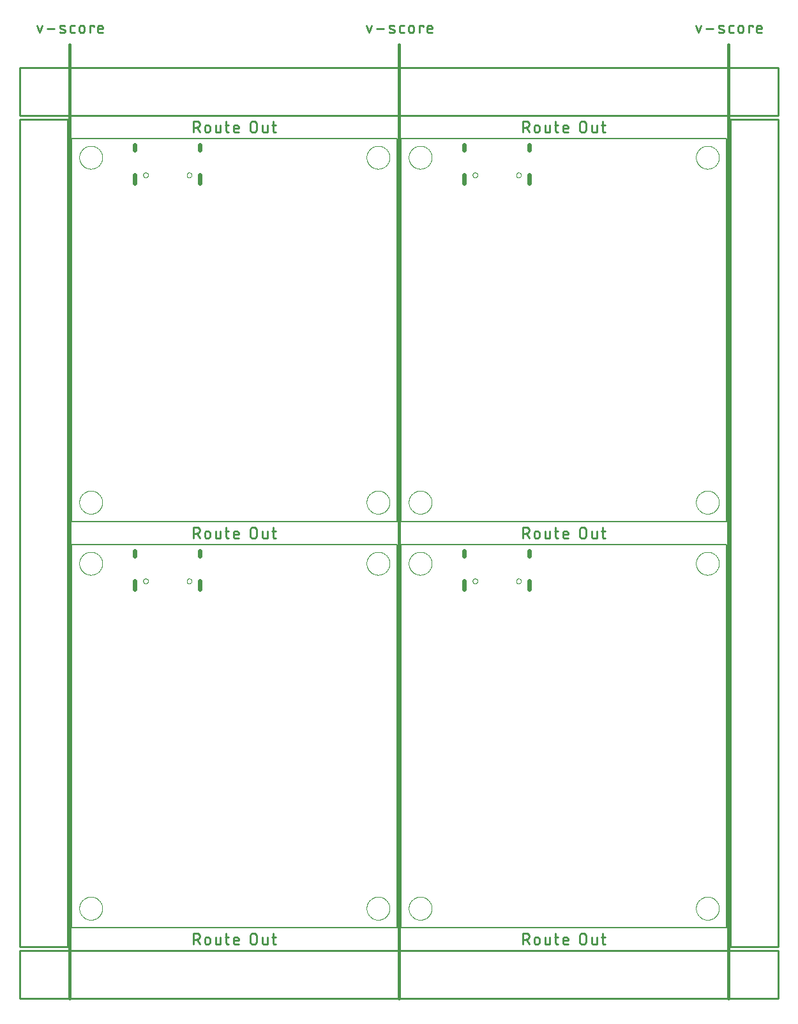
<source format=gko>
G04 EAGLE Gerber RS-274X export*
G75*
%MOMM*%
%FSLAX34Y34*%
%LPD*%
%IN*%
%IPPOS*%
%AMOC8*
5,1,8,0,0,1.08239X$1,22.5*%
G01*
%ADD10C,0.203200*%
%ADD11C,0.279400*%
%ADD12C,0.381000*%
%ADD13C,0.254000*%
%ADD14C,0.000000*%
%ADD15C,0.600000*%


D10*
X0Y0D02*
X0Y508000D01*
X431800Y508000D01*
X431800Y0D01*
X0Y0D01*
D11*
X161404Y-7747D02*
X161404Y-22733D01*
X161404Y-7747D02*
X165567Y-7747D01*
X165695Y-7749D01*
X165823Y-7755D01*
X165951Y-7765D01*
X166079Y-7779D01*
X166206Y-7796D01*
X166332Y-7818D01*
X166458Y-7843D01*
X166582Y-7873D01*
X166706Y-7906D01*
X166829Y-7943D01*
X166951Y-7984D01*
X167071Y-8028D01*
X167190Y-8076D01*
X167307Y-8128D01*
X167423Y-8183D01*
X167536Y-8242D01*
X167649Y-8305D01*
X167759Y-8371D01*
X167866Y-8440D01*
X167972Y-8512D01*
X168076Y-8588D01*
X168177Y-8667D01*
X168276Y-8749D01*
X168372Y-8834D01*
X168465Y-8921D01*
X168556Y-9012D01*
X168643Y-9105D01*
X168728Y-9201D01*
X168810Y-9300D01*
X168889Y-9401D01*
X168965Y-9505D01*
X169037Y-9611D01*
X169106Y-9718D01*
X169172Y-9829D01*
X169235Y-9941D01*
X169294Y-10054D01*
X169349Y-10170D01*
X169401Y-10287D01*
X169449Y-10406D01*
X169493Y-10526D01*
X169534Y-10648D01*
X169571Y-10771D01*
X169604Y-10895D01*
X169634Y-11019D01*
X169659Y-11145D01*
X169681Y-11271D01*
X169698Y-11398D01*
X169712Y-11526D01*
X169722Y-11654D01*
X169728Y-11782D01*
X169730Y-11910D01*
X169728Y-12038D01*
X169722Y-12166D01*
X169712Y-12294D01*
X169698Y-12422D01*
X169681Y-12549D01*
X169659Y-12675D01*
X169634Y-12801D01*
X169604Y-12925D01*
X169571Y-13049D01*
X169534Y-13172D01*
X169493Y-13294D01*
X169449Y-13414D01*
X169401Y-13533D01*
X169349Y-13650D01*
X169294Y-13766D01*
X169235Y-13879D01*
X169172Y-13992D01*
X169106Y-14102D01*
X169037Y-14209D01*
X168965Y-14315D01*
X168889Y-14419D01*
X168810Y-14520D01*
X168728Y-14619D01*
X168643Y-14715D01*
X168556Y-14808D01*
X168465Y-14899D01*
X168372Y-14986D01*
X168276Y-15071D01*
X168177Y-15153D01*
X168076Y-15232D01*
X167972Y-15308D01*
X167866Y-15380D01*
X167759Y-15449D01*
X167649Y-15515D01*
X167536Y-15578D01*
X167423Y-15637D01*
X167307Y-15692D01*
X167190Y-15744D01*
X167071Y-15792D01*
X166951Y-15836D01*
X166829Y-15877D01*
X166706Y-15914D01*
X166582Y-15947D01*
X166458Y-15977D01*
X166332Y-16002D01*
X166206Y-16024D01*
X166079Y-16041D01*
X165951Y-16055D01*
X165823Y-16065D01*
X165695Y-16071D01*
X165567Y-16073D01*
X161404Y-16073D01*
X166399Y-16073D02*
X169729Y-22733D01*
X176688Y-19403D02*
X176688Y-16073D01*
X176690Y-15959D01*
X176696Y-15846D01*
X176705Y-15732D01*
X176719Y-15620D01*
X176736Y-15507D01*
X176758Y-15395D01*
X176783Y-15285D01*
X176811Y-15175D01*
X176844Y-15066D01*
X176880Y-14958D01*
X176920Y-14851D01*
X176964Y-14746D01*
X177011Y-14643D01*
X177061Y-14541D01*
X177115Y-14441D01*
X177173Y-14343D01*
X177234Y-14247D01*
X177297Y-14153D01*
X177365Y-14061D01*
X177435Y-13971D01*
X177508Y-13885D01*
X177584Y-13800D01*
X177663Y-13718D01*
X177745Y-13639D01*
X177830Y-13563D01*
X177916Y-13490D01*
X178006Y-13420D01*
X178098Y-13352D01*
X178192Y-13289D01*
X178288Y-13228D01*
X178386Y-13170D01*
X178486Y-13116D01*
X178588Y-13066D01*
X178691Y-13019D01*
X178796Y-12975D01*
X178903Y-12935D01*
X179011Y-12899D01*
X179120Y-12866D01*
X179230Y-12838D01*
X179340Y-12813D01*
X179452Y-12791D01*
X179565Y-12774D01*
X179677Y-12760D01*
X179791Y-12751D01*
X179904Y-12745D01*
X180018Y-12743D01*
X180132Y-12745D01*
X180245Y-12751D01*
X180359Y-12760D01*
X180471Y-12774D01*
X180584Y-12791D01*
X180696Y-12813D01*
X180806Y-12838D01*
X180916Y-12866D01*
X181025Y-12899D01*
X181133Y-12935D01*
X181240Y-12975D01*
X181345Y-13019D01*
X181448Y-13066D01*
X181550Y-13116D01*
X181650Y-13170D01*
X181748Y-13228D01*
X181844Y-13289D01*
X181938Y-13352D01*
X182030Y-13420D01*
X182120Y-13490D01*
X182206Y-13563D01*
X182291Y-13639D01*
X182373Y-13718D01*
X182452Y-13800D01*
X182528Y-13885D01*
X182601Y-13971D01*
X182671Y-14061D01*
X182739Y-14153D01*
X182802Y-14247D01*
X182863Y-14343D01*
X182921Y-14441D01*
X182975Y-14541D01*
X183025Y-14643D01*
X183072Y-14746D01*
X183116Y-14851D01*
X183156Y-14958D01*
X183192Y-15066D01*
X183225Y-15175D01*
X183253Y-15285D01*
X183278Y-15395D01*
X183300Y-15507D01*
X183317Y-15620D01*
X183331Y-15732D01*
X183340Y-15846D01*
X183346Y-15959D01*
X183348Y-16073D01*
X183348Y-19403D01*
X183346Y-19517D01*
X183340Y-19630D01*
X183331Y-19744D01*
X183317Y-19856D01*
X183300Y-19969D01*
X183278Y-20081D01*
X183253Y-20191D01*
X183225Y-20301D01*
X183192Y-20410D01*
X183156Y-20518D01*
X183116Y-20625D01*
X183072Y-20730D01*
X183025Y-20833D01*
X182975Y-20935D01*
X182921Y-21035D01*
X182863Y-21133D01*
X182802Y-21229D01*
X182739Y-21323D01*
X182671Y-21415D01*
X182601Y-21505D01*
X182528Y-21591D01*
X182452Y-21676D01*
X182373Y-21758D01*
X182291Y-21837D01*
X182206Y-21913D01*
X182120Y-21986D01*
X182030Y-22056D01*
X181938Y-22124D01*
X181844Y-22187D01*
X181748Y-22248D01*
X181650Y-22306D01*
X181550Y-22360D01*
X181448Y-22410D01*
X181345Y-22457D01*
X181240Y-22501D01*
X181133Y-22541D01*
X181025Y-22577D01*
X180916Y-22610D01*
X180806Y-22638D01*
X180696Y-22663D01*
X180584Y-22685D01*
X180471Y-22702D01*
X180359Y-22716D01*
X180245Y-22725D01*
X180132Y-22731D01*
X180018Y-22733D01*
X179904Y-22731D01*
X179791Y-22725D01*
X179677Y-22716D01*
X179565Y-22702D01*
X179452Y-22685D01*
X179340Y-22663D01*
X179230Y-22638D01*
X179120Y-22610D01*
X179011Y-22577D01*
X178903Y-22541D01*
X178796Y-22501D01*
X178691Y-22457D01*
X178588Y-22410D01*
X178486Y-22360D01*
X178386Y-22306D01*
X178288Y-22248D01*
X178192Y-22187D01*
X178098Y-22124D01*
X178006Y-22056D01*
X177916Y-21986D01*
X177830Y-21913D01*
X177745Y-21837D01*
X177663Y-21758D01*
X177584Y-21676D01*
X177508Y-21591D01*
X177435Y-21505D01*
X177365Y-21415D01*
X177297Y-21323D01*
X177234Y-21229D01*
X177173Y-21133D01*
X177115Y-21035D01*
X177061Y-20935D01*
X177011Y-20833D01*
X176964Y-20730D01*
X176920Y-20625D01*
X176880Y-20518D01*
X176844Y-20410D01*
X176811Y-20301D01*
X176783Y-20191D01*
X176758Y-20081D01*
X176736Y-19969D01*
X176719Y-19856D01*
X176705Y-19744D01*
X176696Y-19630D01*
X176690Y-19517D01*
X176688Y-19403D01*
X190756Y-20235D02*
X190756Y-12742D01*
X190755Y-20235D02*
X190757Y-20333D01*
X190763Y-20431D01*
X190772Y-20529D01*
X190786Y-20626D01*
X190803Y-20722D01*
X190824Y-20818D01*
X190849Y-20913D01*
X190877Y-21007D01*
X190909Y-21100D01*
X190945Y-21191D01*
X190984Y-21281D01*
X191027Y-21369D01*
X191074Y-21456D01*
X191123Y-21540D01*
X191176Y-21623D01*
X191232Y-21703D01*
X191291Y-21782D01*
X191354Y-21857D01*
X191419Y-21931D01*
X191487Y-22001D01*
X191557Y-22069D01*
X191631Y-22135D01*
X191707Y-22197D01*
X191785Y-22256D01*
X191865Y-22312D01*
X191948Y-22365D01*
X192032Y-22415D01*
X192119Y-22461D01*
X192207Y-22504D01*
X192297Y-22543D01*
X192388Y-22579D01*
X192481Y-22611D01*
X192575Y-22639D01*
X192670Y-22664D01*
X192766Y-22685D01*
X192862Y-22702D01*
X192959Y-22716D01*
X193057Y-22725D01*
X193155Y-22731D01*
X193253Y-22733D01*
X197416Y-22733D01*
X197416Y-12742D01*
X203397Y-12742D02*
X208392Y-12742D01*
X205062Y-7747D02*
X205062Y-20235D01*
X205064Y-20333D01*
X205070Y-20431D01*
X205079Y-20529D01*
X205093Y-20626D01*
X205110Y-20722D01*
X205131Y-20818D01*
X205156Y-20913D01*
X205184Y-21007D01*
X205216Y-21100D01*
X205252Y-21191D01*
X205291Y-21281D01*
X205334Y-21369D01*
X205381Y-21456D01*
X205430Y-21540D01*
X205483Y-21623D01*
X205539Y-21703D01*
X205598Y-21782D01*
X205661Y-21857D01*
X205726Y-21931D01*
X205794Y-22001D01*
X205864Y-22069D01*
X205938Y-22135D01*
X206014Y-22197D01*
X206092Y-22256D01*
X206172Y-22312D01*
X206255Y-22365D01*
X206339Y-22415D01*
X206426Y-22461D01*
X206514Y-22504D01*
X206604Y-22543D01*
X206695Y-22579D01*
X206788Y-22611D01*
X206882Y-22639D01*
X206977Y-22664D01*
X207073Y-22685D01*
X207169Y-22702D01*
X207266Y-22716D01*
X207364Y-22725D01*
X207462Y-22731D01*
X207560Y-22733D01*
X208392Y-22733D01*
X217221Y-22733D02*
X221384Y-22733D01*
X217221Y-22733D02*
X217123Y-22731D01*
X217025Y-22725D01*
X216927Y-22716D01*
X216830Y-22702D01*
X216734Y-22685D01*
X216638Y-22664D01*
X216543Y-22639D01*
X216449Y-22611D01*
X216356Y-22579D01*
X216265Y-22543D01*
X216175Y-22504D01*
X216087Y-22461D01*
X216000Y-22414D01*
X215916Y-22365D01*
X215833Y-22312D01*
X215753Y-22256D01*
X215675Y-22197D01*
X215599Y-22135D01*
X215525Y-22069D01*
X215455Y-22001D01*
X215387Y-21931D01*
X215322Y-21857D01*
X215259Y-21782D01*
X215200Y-21703D01*
X215144Y-21623D01*
X215091Y-21540D01*
X215042Y-21456D01*
X214995Y-21369D01*
X214952Y-21281D01*
X214913Y-21191D01*
X214877Y-21100D01*
X214845Y-21007D01*
X214817Y-20913D01*
X214792Y-20818D01*
X214771Y-20722D01*
X214754Y-20626D01*
X214740Y-20529D01*
X214731Y-20431D01*
X214725Y-20333D01*
X214723Y-20235D01*
X214724Y-20235D02*
X214724Y-16073D01*
X214726Y-15959D01*
X214732Y-15846D01*
X214741Y-15732D01*
X214755Y-15620D01*
X214772Y-15507D01*
X214794Y-15395D01*
X214819Y-15285D01*
X214847Y-15175D01*
X214880Y-15066D01*
X214916Y-14958D01*
X214956Y-14851D01*
X215000Y-14746D01*
X215047Y-14643D01*
X215097Y-14541D01*
X215151Y-14441D01*
X215209Y-14343D01*
X215270Y-14247D01*
X215333Y-14153D01*
X215401Y-14061D01*
X215471Y-13971D01*
X215544Y-13885D01*
X215620Y-13800D01*
X215699Y-13718D01*
X215781Y-13639D01*
X215866Y-13563D01*
X215952Y-13490D01*
X216042Y-13420D01*
X216134Y-13352D01*
X216228Y-13289D01*
X216324Y-13228D01*
X216422Y-13170D01*
X216522Y-13116D01*
X216624Y-13066D01*
X216727Y-13019D01*
X216832Y-12975D01*
X216939Y-12935D01*
X217047Y-12899D01*
X217156Y-12866D01*
X217266Y-12838D01*
X217376Y-12813D01*
X217488Y-12791D01*
X217601Y-12774D01*
X217713Y-12760D01*
X217827Y-12751D01*
X217940Y-12745D01*
X218054Y-12743D01*
X218168Y-12745D01*
X218281Y-12751D01*
X218395Y-12760D01*
X218507Y-12774D01*
X218620Y-12791D01*
X218732Y-12813D01*
X218842Y-12838D01*
X218952Y-12866D01*
X219061Y-12899D01*
X219169Y-12935D01*
X219276Y-12975D01*
X219381Y-13019D01*
X219484Y-13066D01*
X219586Y-13116D01*
X219686Y-13170D01*
X219784Y-13228D01*
X219880Y-13289D01*
X219974Y-13352D01*
X220066Y-13420D01*
X220156Y-13490D01*
X220242Y-13563D01*
X220327Y-13639D01*
X220409Y-13718D01*
X220488Y-13800D01*
X220564Y-13885D01*
X220637Y-13971D01*
X220707Y-14061D01*
X220775Y-14153D01*
X220838Y-14247D01*
X220899Y-14343D01*
X220957Y-14441D01*
X221011Y-14541D01*
X221061Y-14643D01*
X221108Y-14746D01*
X221152Y-14851D01*
X221192Y-14958D01*
X221228Y-15066D01*
X221261Y-15175D01*
X221289Y-15285D01*
X221314Y-15395D01*
X221336Y-15507D01*
X221353Y-15620D01*
X221367Y-15732D01*
X221376Y-15846D01*
X221382Y-15959D01*
X221384Y-16073D01*
X221384Y-17738D01*
X214724Y-17738D01*
X236817Y-18570D02*
X236817Y-11910D01*
X236819Y-11782D01*
X236825Y-11654D01*
X236835Y-11526D01*
X236849Y-11398D01*
X236866Y-11271D01*
X236888Y-11145D01*
X236913Y-11019D01*
X236943Y-10895D01*
X236976Y-10771D01*
X237013Y-10648D01*
X237054Y-10526D01*
X237098Y-10406D01*
X237146Y-10287D01*
X237198Y-10170D01*
X237253Y-10054D01*
X237312Y-9941D01*
X237375Y-9828D01*
X237441Y-9718D01*
X237510Y-9611D01*
X237582Y-9505D01*
X237658Y-9401D01*
X237737Y-9300D01*
X237819Y-9201D01*
X237904Y-9105D01*
X237991Y-9012D01*
X238082Y-8921D01*
X238175Y-8834D01*
X238271Y-8749D01*
X238370Y-8667D01*
X238471Y-8588D01*
X238575Y-8512D01*
X238681Y-8440D01*
X238788Y-8371D01*
X238899Y-8305D01*
X239011Y-8242D01*
X239124Y-8183D01*
X239240Y-8128D01*
X239357Y-8076D01*
X239476Y-8028D01*
X239596Y-7984D01*
X239718Y-7943D01*
X239841Y-7906D01*
X239965Y-7873D01*
X240089Y-7843D01*
X240215Y-7818D01*
X240341Y-7796D01*
X240468Y-7779D01*
X240596Y-7765D01*
X240724Y-7755D01*
X240852Y-7749D01*
X240980Y-7747D01*
X241108Y-7749D01*
X241236Y-7755D01*
X241364Y-7765D01*
X241492Y-7779D01*
X241619Y-7796D01*
X241745Y-7818D01*
X241871Y-7843D01*
X241995Y-7873D01*
X242119Y-7906D01*
X242242Y-7943D01*
X242364Y-7984D01*
X242484Y-8028D01*
X242603Y-8076D01*
X242720Y-8128D01*
X242836Y-8183D01*
X242949Y-8242D01*
X243062Y-8305D01*
X243172Y-8371D01*
X243279Y-8440D01*
X243385Y-8512D01*
X243489Y-8588D01*
X243590Y-8667D01*
X243689Y-8749D01*
X243785Y-8834D01*
X243878Y-8921D01*
X243969Y-9012D01*
X244056Y-9105D01*
X244141Y-9201D01*
X244223Y-9300D01*
X244302Y-9401D01*
X244378Y-9505D01*
X244450Y-9611D01*
X244519Y-9718D01*
X244585Y-9829D01*
X244648Y-9941D01*
X244707Y-10054D01*
X244762Y-10170D01*
X244814Y-10287D01*
X244862Y-10406D01*
X244906Y-10526D01*
X244947Y-10648D01*
X244984Y-10771D01*
X245017Y-10895D01*
X245047Y-11019D01*
X245072Y-11145D01*
X245094Y-11271D01*
X245111Y-11398D01*
X245125Y-11526D01*
X245135Y-11654D01*
X245141Y-11782D01*
X245143Y-11910D01*
X245142Y-11910D02*
X245142Y-18570D01*
X245143Y-18570D02*
X245141Y-18698D01*
X245135Y-18826D01*
X245125Y-18954D01*
X245111Y-19082D01*
X245094Y-19209D01*
X245072Y-19335D01*
X245047Y-19461D01*
X245017Y-19585D01*
X244984Y-19709D01*
X244947Y-19832D01*
X244906Y-19954D01*
X244862Y-20074D01*
X244814Y-20193D01*
X244762Y-20310D01*
X244707Y-20426D01*
X244648Y-20539D01*
X244585Y-20652D01*
X244519Y-20762D01*
X244450Y-20869D01*
X244378Y-20975D01*
X244302Y-21079D01*
X244223Y-21180D01*
X244141Y-21279D01*
X244056Y-21375D01*
X243969Y-21468D01*
X243878Y-21559D01*
X243785Y-21646D01*
X243689Y-21731D01*
X243590Y-21813D01*
X243489Y-21892D01*
X243385Y-21968D01*
X243279Y-22040D01*
X243172Y-22109D01*
X243061Y-22175D01*
X242949Y-22238D01*
X242836Y-22297D01*
X242720Y-22352D01*
X242603Y-22404D01*
X242484Y-22452D01*
X242364Y-22496D01*
X242242Y-22537D01*
X242119Y-22574D01*
X241995Y-22607D01*
X241871Y-22637D01*
X241745Y-22662D01*
X241619Y-22684D01*
X241492Y-22701D01*
X241364Y-22715D01*
X241236Y-22725D01*
X241108Y-22731D01*
X240980Y-22733D01*
X240852Y-22731D01*
X240724Y-22725D01*
X240596Y-22715D01*
X240468Y-22701D01*
X240341Y-22684D01*
X240215Y-22662D01*
X240089Y-22637D01*
X239965Y-22607D01*
X239841Y-22574D01*
X239718Y-22537D01*
X239596Y-22496D01*
X239476Y-22452D01*
X239357Y-22404D01*
X239240Y-22352D01*
X239124Y-22297D01*
X239011Y-22238D01*
X238899Y-22175D01*
X238788Y-22109D01*
X238681Y-22040D01*
X238575Y-21968D01*
X238471Y-21892D01*
X238370Y-21813D01*
X238271Y-21731D01*
X238175Y-21646D01*
X238082Y-21559D01*
X237991Y-21468D01*
X237904Y-21375D01*
X237819Y-21279D01*
X237737Y-21180D01*
X237658Y-21079D01*
X237582Y-20975D01*
X237510Y-20869D01*
X237441Y-20762D01*
X237375Y-20651D01*
X237312Y-20539D01*
X237253Y-20426D01*
X237198Y-20310D01*
X237146Y-20193D01*
X237098Y-20074D01*
X237054Y-19954D01*
X237013Y-19832D01*
X236976Y-19709D01*
X236943Y-19585D01*
X236913Y-19461D01*
X236888Y-19335D01*
X236866Y-19209D01*
X236849Y-19082D01*
X236835Y-18954D01*
X236825Y-18826D01*
X236819Y-18698D01*
X236817Y-18570D01*
X252759Y-20235D02*
X252759Y-12742D01*
X252759Y-20235D02*
X252761Y-20333D01*
X252767Y-20431D01*
X252776Y-20529D01*
X252790Y-20626D01*
X252807Y-20722D01*
X252828Y-20818D01*
X252853Y-20913D01*
X252881Y-21007D01*
X252913Y-21100D01*
X252949Y-21191D01*
X252988Y-21281D01*
X253031Y-21369D01*
X253078Y-21456D01*
X253127Y-21540D01*
X253180Y-21623D01*
X253236Y-21703D01*
X253295Y-21782D01*
X253358Y-21857D01*
X253423Y-21931D01*
X253491Y-22001D01*
X253561Y-22069D01*
X253635Y-22135D01*
X253711Y-22197D01*
X253789Y-22256D01*
X253869Y-22312D01*
X253952Y-22365D01*
X254036Y-22415D01*
X254123Y-22461D01*
X254211Y-22504D01*
X254301Y-22543D01*
X254392Y-22579D01*
X254485Y-22611D01*
X254579Y-22639D01*
X254674Y-22664D01*
X254770Y-22685D01*
X254866Y-22702D01*
X254963Y-22716D01*
X255061Y-22725D01*
X255159Y-22731D01*
X255257Y-22733D01*
X259420Y-22733D01*
X259420Y-12742D01*
X265401Y-12742D02*
X270396Y-12742D01*
X267066Y-7747D02*
X267066Y-20235D01*
X267065Y-20235D02*
X267067Y-20333D01*
X267073Y-20431D01*
X267082Y-20529D01*
X267096Y-20626D01*
X267113Y-20722D01*
X267134Y-20818D01*
X267159Y-20913D01*
X267187Y-21007D01*
X267219Y-21100D01*
X267255Y-21191D01*
X267294Y-21281D01*
X267337Y-21369D01*
X267384Y-21456D01*
X267433Y-21540D01*
X267486Y-21623D01*
X267542Y-21703D01*
X267601Y-21782D01*
X267664Y-21857D01*
X267729Y-21931D01*
X267797Y-22001D01*
X267867Y-22069D01*
X267941Y-22135D01*
X268017Y-22197D01*
X268095Y-22256D01*
X268175Y-22312D01*
X268258Y-22365D01*
X268342Y-22415D01*
X268429Y-22461D01*
X268517Y-22504D01*
X268607Y-22543D01*
X268698Y-22579D01*
X268791Y-22611D01*
X268885Y-22639D01*
X268980Y-22664D01*
X269076Y-22685D01*
X269172Y-22702D01*
X269269Y-22716D01*
X269367Y-22725D01*
X269465Y-22731D01*
X269563Y-22733D01*
X269564Y-22733D02*
X270396Y-22733D01*
D10*
X436880Y0D02*
X436880Y508000D01*
X868680Y508000D01*
X868680Y0D01*
X436880Y0D01*
D11*
X598284Y-7747D02*
X598284Y-22733D01*
X598284Y-7747D02*
X602447Y-7747D01*
X602575Y-7749D01*
X602703Y-7755D01*
X602831Y-7765D01*
X602959Y-7779D01*
X603086Y-7796D01*
X603212Y-7818D01*
X603338Y-7843D01*
X603462Y-7873D01*
X603586Y-7906D01*
X603709Y-7943D01*
X603831Y-7984D01*
X603951Y-8028D01*
X604070Y-8076D01*
X604187Y-8128D01*
X604303Y-8183D01*
X604416Y-8242D01*
X604529Y-8305D01*
X604639Y-8371D01*
X604746Y-8440D01*
X604852Y-8512D01*
X604956Y-8588D01*
X605057Y-8667D01*
X605156Y-8749D01*
X605252Y-8834D01*
X605345Y-8921D01*
X605436Y-9012D01*
X605523Y-9105D01*
X605608Y-9201D01*
X605690Y-9300D01*
X605769Y-9401D01*
X605845Y-9505D01*
X605917Y-9611D01*
X605986Y-9718D01*
X606052Y-9829D01*
X606115Y-9941D01*
X606174Y-10054D01*
X606229Y-10170D01*
X606281Y-10287D01*
X606329Y-10406D01*
X606373Y-10526D01*
X606414Y-10648D01*
X606451Y-10771D01*
X606484Y-10895D01*
X606514Y-11019D01*
X606539Y-11145D01*
X606561Y-11271D01*
X606578Y-11398D01*
X606592Y-11526D01*
X606602Y-11654D01*
X606608Y-11782D01*
X606610Y-11910D01*
X606608Y-12038D01*
X606602Y-12166D01*
X606592Y-12294D01*
X606578Y-12422D01*
X606561Y-12549D01*
X606539Y-12675D01*
X606514Y-12801D01*
X606484Y-12925D01*
X606451Y-13049D01*
X606414Y-13172D01*
X606373Y-13294D01*
X606329Y-13414D01*
X606281Y-13533D01*
X606229Y-13650D01*
X606174Y-13766D01*
X606115Y-13879D01*
X606052Y-13992D01*
X605986Y-14102D01*
X605917Y-14209D01*
X605845Y-14315D01*
X605769Y-14419D01*
X605690Y-14520D01*
X605608Y-14619D01*
X605523Y-14715D01*
X605436Y-14808D01*
X605345Y-14899D01*
X605252Y-14986D01*
X605156Y-15071D01*
X605057Y-15153D01*
X604956Y-15232D01*
X604852Y-15308D01*
X604746Y-15380D01*
X604639Y-15449D01*
X604529Y-15515D01*
X604416Y-15578D01*
X604303Y-15637D01*
X604187Y-15692D01*
X604070Y-15744D01*
X603951Y-15792D01*
X603831Y-15836D01*
X603709Y-15877D01*
X603586Y-15914D01*
X603462Y-15947D01*
X603338Y-15977D01*
X603212Y-16002D01*
X603086Y-16024D01*
X602959Y-16041D01*
X602831Y-16055D01*
X602703Y-16065D01*
X602575Y-16071D01*
X602447Y-16073D01*
X598284Y-16073D01*
X603279Y-16073D02*
X606609Y-22733D01*
X613568Y-19403D02*
X613568Y-16073D01*
X613570Y-15959D01*
X613576Y-15846D01*
X613585Y-15732D01*
X613599Y-15620D01*
X613616Y-15507D01*
X613638Y-15395D01*
X613663Y-15285D01*
X613691Y-15175D01*
X613724Y-15066D01*
X613760Y-14958D01*
X613800Y-14851D01*
X613844Y-14746D01*
X613891Y-14643D01*
X613941Y-14541D01*
X613995Y-14441D01*
X614053Y-14343D01*
X614114Y-14247D01*
X614177Y-14153D01*
X614245Y-14061D01*
X614315Y-13971D01*
X614388Y-13885D01*
X614464Y-13800D01*
X614543Y-13718D01*
X614625Y-13639D01*
X614710Y-13563D01*
X614796Y-13490D01*
X614886Y-13420D01*
X614978Y-13352D01*
X615072Y-13289D01*
X615168Y-13228D01*
X615266Y-13170D01*
X615366Y-13116D01*
X615468Y-13066D01*
X615571Y-13019D01*
X615676Y-12975D01*
X615783Y-12935D01*
X615891Y-12899D01*
X616000Y-12866D01*
X616110Y-12838D01*
X616220Y-12813D01*
X616332Y-12791D01*
X616445Y-12774D01*
X616557Y-12760D01*
X616671Y-12751D01*
X616784Y-12745D01*
X616898Y-12743D01*
X617012Y-12745D01*
X617125Y-12751D01*
X617239Y-12760D01*
X617351Y-12774D01*
X617464Y-12791D01*
X617576Y-12813D01*
X617686Y-12838D01*
X617796Y-12866D01*
X617905Y-12899D01*
X618013Y-12935D01*
X618120Y-12975D01*
X618225Y-13019D01*
X618328Y-13066D01*
X618430Y-13116D01*
X618530Y-13170D01*
X618628Y-13228D01*
X618724Y-13289D01*
X618818Y-13352D01*
X618910Y-13420D01*
X619000Y-13490D01*
X619086Y-13563D01*
X619171Y-13639D01*
X619253Y-13718D01*
X619332Y-13800D01*
X619408Y-13885D01*
X619481Y-13971D01*
X619551Y-14061D01*
X619619Y-14153D01*
X619682Y-14247D01*
X619743Y-14343D01*
X619801Y-14441D01*
X619855Y-14541D01*
X619905Y-14643D01*
X619952Y-14746D01*
X619996Y-14851D01*
X620036Y-14958D01*
X620072Y-15066D01*
X620105Y-15175D01*
X620133Y-15285D01*
X620158Y-15395D01*
X620180Y-15507D01*
X620197Y-15620D01*
X620211Y-15732D01*
X620220Y-15846D01*
X620226Y-15959D01*
X620228Y-16073D01*
X620228Y-19403D01*
X620226Y-19517D01*
X620220Y-19630D01*
X620211Y-19744D01*
X620197Y-19856D01*
X620180Y-19969D01*
X620158Y-20081D01*
X620133Y-20191D01*
X620105Y-20301D01*
X620072Y-20410D01*
X620036Y-20518D01*
X619996Y-20625D01*
X619952Y-20730D01*
X619905Y-20833D01*
X619855Y-20935D01*
X619801Y-21035D01*
X619743Y-21133D01*
X619682Y-21229D01*
X619619Y-21323D01*
X619551Y-21415D01*
X619481Y-21505D01*
X619408Y-21591D01*
X619332Y-21676D01*
X619253Y-21758D01*
X619171Y-21837D01*
X619086Y-21913D01*
X619000Y-21986D01*
X618910Y-22056D01*
X618818Y-22124D01*
X618724Y-22187D01*
X618628Y-22248D01*
X618530Y-22306D01*
X618430Y-22360D01*
X618328Y-22410D01*
X618225Y-22457D01*
X618120Y-22501D01*
X618013Y-22541D01*
X617905Y-22577D01*
X617796Y-22610D01*
X617686Y-22638D01*
X617576Y-22663D01*
X617464Y-22685D01*
X617351Y-22702D01*
X617239Y-22716D01*
X617125Y-22725D01*
X617012Y-22731D01*
X616898Y-22733D01*
X616784Y-22731D01*
X616671Y-22725D01*
X616557Y-22716D01*
X616445Y-22702D01*
X616332Y-22685D01*
X616220Y-22663D01*
X616110Y-22638D01*
X616000Y-22610D01*
X615891Y-22577D01*
X615783Y-22541D01*
X615676Y-22501D01*
X615571Y-22457D01*
X615468Y-22410D01*
X615366Y-22360D01*
X615266Y-22306D01*
X615168Y-22248D01*
X615072Y-22187D01*
X614978Y-22124D01*
X614886Y-22056D01*
X614796Y-21986D01*
X614710Y-21913D01*
X614625Y-21837D01*
X614543Y-21758D01*
X614464Y-21676D01*
X614388Y-21591D01*
X614315Y-21505D01*
X614245Y-21415D01*
X614177Y-21323D01*
X614114Y-21229D01*
X614053Y-21133D01*
X613995Y-21035D01*
X613941Y-20935D01*
X613891Y-20833D01*
X613844Y-20730D01*
X613800Y-20625D01*
X613760Y-20518D01*
X613724Y-20410D01*
X613691Y-20301D01*
X613663Y-20191D01*
X613638Y-20081D01*
X613616Y-19969D01*
X613599Y-19856D01*
X613585Y-19744D01*
X613576Y-19630D01*
X613570Y-19517D01*
X613568Y-19403D01*
X627636Y-20235D02*
X627636Y-12742D01*
X627635Y-20235D02*
X627637Y-20333D01*
X627643Y-20431D01*
X627652Y-20529D01*
X627666Y-20626D01*
X627683Y-20722D01*
X627704Y-20818D01*
X627729Y-20913D01*
X627757Y-21007D01*
X627789Y-21100D01*
X627825Y-21191D01*
X627864Y-21281D01*
X627907Y-21369D01*
X627954Y-21456D01*
X628003Y-21540D01*
X628056Y-21623D01*
X628112Y-21703D01*
X628171Y-21782D01*
X628234Y-21857D01*
X628299Y-21931D01*
X628367Y-22001D01*
X628437Y-22069D01*
X628511Y-22135D01*
X628587Y-22197D01*
X628665Y-22256D01*
X628745Y-22312D01*
X628828Y-22365D01*
X628912Y-22415D01*
X628999Y-22461D01*
X629087Y-22504D01*
X629177Y-22543D01*
X629268Y-22579D01*
X629361Y-22611D01*
X629455Y-22639D01*
X629550Y-22664D01*
X629646Y-22685D01*
X629742Y-22702D01*
X629839Y-22716D01*
X629937Y-22725D01*
X630035Y-22731D01*
X630133Y-22733D01*
X634296Y-22733D01*
X634296Y-12742D01*
X640277Y-12742D02*
X645272Y-12742D01*
X641942Y-7747D02*
X641942Y-20235D01*
X641944Y-20333D01*
X641950Y-20431D01*
X641959Y-20529D01*
X641973Y-20626D01*
X641990Y-20722D01*
X642011Y-20818D01*
X642036Y-20913D01*
X642064Y-21007D01*
X642096Y-21100D01*
X642132Y-21191D01*
X642171Y-21281D01*
X642214Y-21369D01*
X642261Y-21456D01*
X642310Y-21540D01*
X642363Y-21623D01*
X642419Y-21703D01*
X642478Y-21782D01*
X642541Y-21857D01*
X642606Y-21931D01*
X642674Y-22001D01*
X642744Y-22069D01*
X642818Y-22135D01*
X642894Y-22197D01*
X642972Y-22256D01*
X643052Y-22312D01*
X643135Y-22365D01*
X643219Y-22415D01*
X643306Y-22461D01*
X643394Y-22504D01*
X643484Y-22543D01*
X643575Y-22579D01*
X643668Y-22611D01*
X643762Y-22639D01*
X643857Y-22664D01*
X643953Y-22685D01*
X644049Y-22702D01*
X644146Y-22716D01*
X644244Y-22725D01*
X644342Y-22731D01*
X644440Y-22733D01*
X645272Y-22733D01*
X654101Y-22733D02*
X658264Y-22733D01*
X654101Y-22733D02*
X654003Y-22731D01*
X653905Y-22725D01*
X653807Y-22716D01*
X653710Y-22702D01*
X653614Y-22685D01*
X653518Y-22664D01*
X653423Y-22639D01*
X653329Y-22611D01*
X653236Y-22579D01*
X653145Y-22543D01*
X653055Y-22504D01*
X652967Y-22461D01*
X652880Y-22414D01*
X652796Y-22365D01*
X652713Y-22312D01*
X652633Y-22256D01*
X652555Y-22197D01*
X652479Y-22135D01*
X652405Y-22069D01*
X652335Y-22001D01*
X652267Y-21931D01*
X652202Y-21857D01*
X652139Y-21782D01*
X652080Y-21703D01*
X652024Y-21623D01*
X651971Y-21540D01*
X651922Y-21456D01*
X651875Y-21369D01*
X651832Y-21281D01*
X651793Y-21191D01*
X651757Y-21100D01*
X651725Y-21007D01*
X651697Y-20913D01*
X651672Y-20818D01*
X651651Y-20722D01*
X651634Y-20626D01*
X651620Y-20529D01*
X651611Y-20431D01*
X651605Y-20333D01*
X651603Y-20235D01*
X651604Y-20235D02*
X651604Y-16073D01*
X651606Y-15959D01*
X651612Y-15846D01*
X651621Y-15732D01*
X651635Y-15620D01*
X651652Y-15507D01*
X651674Y-15395D01*
X651699Y-15285D01*
X651727Y-15175D01*
X651760Y-15066D01*
X651796Y-14958D01*
X651836Y-14851D01*
X651880Y-14746D01*
X651927Y-14643D01*
X651977Y-14541D01*
X652031Y-14441D01*
X652089Y-14343D01*
X652150Y-14247D01*
X652213Y-14153D01*
X652281Y-14061D01*
X652351Y-13971D01*
X652424Y-13885D01*
X652500Y-13800D01*
X652579Y-13718D01*
X652661Y-13639D01*
X652746Y-13563D01*
X652832Y-13490D01*
X652922Y-13420D01*
X653014Y-13352D01*
X653108Y-13289D01*
X653204Y-13228D01*
X653302Y-13170D01*
X653402Y-13116D01*
X653504Y-13066D01*
X653607Y-13019D01*
X653712Y-12975D01*
X653819Y-12935D01*
X653927Y-12899D01*
X654036Y-12866D01*
X654146Y-12838D01*
X654256Y-12813D01*
X654368Y-12791D01*
X654481Y-12774D01*
X654593Y-12760D01*
X654707Y-12751D01*
X654820Y-12745D01*
X654934Y-12743D01*
X655048Y-12745D01*
X655161Y-12751D01*
X655275Y-12760D01*
X655387Y-12774D01*
X655500Y-12791D01*
X655612Y-12813D01*
X655722Y-12838D01*
X655832Y-12866D01*
X655941Y-12899D01*
X656049Y-12935D01*
X656156Y-12975D01*
X656261Y-13019D01*
X656364Y-13066D01*
X656466Y-13116D01*
X656566Y-13170D01*
X656664Y-13228D01*
X656760Y-13289D01*
X656854Y-13352D01*
X656946Y-13420D01*
X657036Y-13490D01*
X657122Y-13563D01*
X657207Y-13639D01*
X657289Y-13718D01*
X657368Y-13800D01*
X657444Y-13885D01*
X657517Y-13971D01*
X657587Y-14061D01*
X657655Y-14153D01*
X657718Y-14247D01*
X657779Y-14343D01*
X657837Y-14441D01*
X657891Y-14541D01*
X657941Y-14643D01*
X657988Y-14746D01*
X658032Y-14851D01*
X658072Y-14958D01*
X658108Y-15066D01*
X658141Y-15175D01*
X658169Y-15285D01*
X658194Y-15395D01*
X658216Y-15507D01*
X658233Y-15620D01*
X658247Y-15732D01*
X658256Y-15846D01*
X658262Y-15959D01*
X658264Y-16073D01*
X658264Y-17738D01*
X651604Y-17738D01*
X673697Y-18570D02*
X673697Y-11910D01*
X673699Y-11782D01*
X673705Y-11654D01*
X673715Y-11526D01*
X673729Y-11398D01*
X673746Y-11271D01*
X673768Y-11145D01*
X673793Y-11019D01*
X673823Y-10895D01*
X673856Y-10771D01*
X673893Y-10648D01*
X673934Y-10526D01*
X673978Y-10406D01*
X674026Y-10287D01*
X674078Y-10170D01*
X674133Y-10054D01*
X674192Y-9941D01*
X674255Y-9828D01*
X674321Y-9718D01*
X674390Y-9611D01*
X674462Y-9505D01*
X674538Y-9401D01*
X674617Y-9300D01*
X674699Y-9201D01*
X674784Y-9105D01*
X674871Y-9012D01*
X674962Y-8921D01*
X675055Y-8834D01*
X675151Y-8749D01*
X675250Y-8667D01*
X675351Y-8588D01*
X675455Y-8512D01*
X675561Y-8440D01*
X675668Y-8371D01*
X675779Y-8305D01*
X675891Y-8242D01*
X676004Y-8183D01*
X676120Y-8128D01*
X676237Y-8076D01*
X676356Y-8028D01*
X676476Y-7984D01*
X676598Y-7943D01*
X676721Y-7906D01*
X676845Y-7873D01*
X676969Y-7843D01*
X677095Y-7818D01*
X677221Y-7796D01*
X677348Y-7779D01*
X677476Y-7765D01*
X677604Y-7755D01*
X677732Y-7749D01*
X677860Y-7747D01*
X677988Y-7749D01*
X678116Y-7755D01*
X678244Y-7765D01*
X678372Y-7779D01*
X678499Y-7796D01*
X678625Y-7818D01*
X678751Y-7843D01*
X678875Y-7873D01*
X678999Y-7906D01*
X679122Y-7943D01*
X679244Y-7984D01*
X679364Y-8028D01*
X679483Y-8076D01*
X679600Y-8128D01*
X679716Y-8183D01*
X679829Y-8242D01*
X679942Y-8305D01*
X680052Y-8371D01*
X680159Y-8440D01*
X680265Y-8512D01*
X680369Y-8588D01*
X680470Y-8667D01*
X680569Y-8749D01*
X680665Y-8834D01*
X680758Y-8921D01*
X680849Y-9012D01*
X680936Y-9105D01*
X681021Y-9201D01*
X681103Y-9300D01*
X681182Y-9401D01*
X681258Y-9505D01*
X681330Y-9611D01*
X681399Y-9718D01*
X681465Y-9829D01*
X681528Y-9941D01*
X681587Y-10054D01*
X681642Y-10170D01*
X681694Y-10287D01*
X681742Y-10406D01*
X681786Y-10526D01*
X681827Y-10648D01*
X681864Y-10771D01*
X681897Y-10895D01*
X681927Y-11019D01*
X681952Y-11145D01*
X681974Y-11271D01*
X681991Y-11398D01*
X682005Y-11526D01*
X682015Y-11654D01*
X682021Y-11782D01*
X682023Y-11910D01*
X682022Y-11910D02*
X682022Y-18570D01*
X682023Y-18570D02*
X682021Y-18698D01*
X682015Y-18826D01*
X682005Y-18954D01*
X681991Y-19082D01*
X681974Y-19209D01*
X681952Y-19335D01*
X681927Y-19461D01*
X681897Y-19585D01*
X681864Y-19709D01*
X681827Y-19832D01*
X681786Y-19954D01*
X681742Y-20074D01*
X681694Y-20193D01*
X681642Y-20310D01*
X681587Y-20426D01*
X681528Y-20539D01*
X681465Y-20652D01*
X681399Y-20762D01*
X681330Y-20869D01*
X681258Y-20975D01*
X681182Y-21079D01*
X681103Y-21180D01*
X681021Y-21279D01*
X680936Y-21375D01*
X680849Y-21468D01*
X680758Y-21559D01*
X680665Y-21646D01*
X680569Y-21731D01*
X680470Y-21813D01*
X680369Y-21892D01*
X680265Y-21968D01*
X680159Y-22040D01*
X680052Y-22109D01*
X679942Y-22175D01*
X679829Y-22238D01*
X679716Y-22297D01*
X679600Y-22352D01*
X679483Y-22404D01*
X679364Y-22452D01*
X679244Y-22496D01*
X679122Y-22537D01*
X678999Y-22574D01*
X678875Y-22607D01*
X678751Y-22637D01*
X678625Y-22662D01*
X678499Y-22684D01*
X678372Y-22701D01*
X678244Y-22715D01*
X678116Y-22725D01*
X677988Y-22731D01*
X677860Y-22733D01*
X677732Y-22731D01*
X677604Y-22725D01*
X677476Y-22715D01*
X677348Y-22701D01*
X677221Y-22684D01*
X677095Y-22662D01*
X676969Y-22637D01*
X676845Y-22607D01*
X676721Y-22574D01*
X676598Y-22537D01*
X676476Y-22496D01*
X676356Y-22452D01*
X676237Y-22404D01*
X676120Y-22352D01*
X676004Y-22297D01*
X675891Y-22238D01*
X675779Y-22175D01*
X675668Y-22109D01*
X675561Y-22040D01*
X675455Y-21968D01*
X675351Y-21892D01*
X675250Y-21813D01*
X675151Y-21731D01*
X675055Y-21646D01*
X674962Y-21559D01*
X674871Y-21468D01*
X674784Y-21375D01*
X674699Y-21279D01*
X674617Y-21180D01*
X674538Y-21079D01*
X674462Y-20975D01*
X674390Y-20869D01*
X674321Y-20762D01*
X674255Y-20651D01*
X674192Y-20539D01*
X674133Y-20426D01*
X674078Y-20310D01*
X674026Y-20193D01*
X673978Y-20074D01*
X673934Y-19954D01*
X673893Y-19832D01*
X673856Y-19709D01*
X673823Y-19585D01*
X673793Y-19461D01*
X673768Y-19335D01*
X673746Y-19209D01*
X673729Y-19082D01*
X673715Y-18954D01*
X673705Y-18826D01*
X673699Y-18698D01*
X673697Y-18570D01*
X689639Y-20235D02*
X689639Y-12742D01*
X689639Y-20235D02*
X689641Y-20333D01*
X689647Y-20431D01*
X689656Y-20529D01*
X689670Y-20626D01*
X689687Y-20722D01*
X689708Y-20818D01*
X689733Y-20913D01*
X689761Y-21007D01*
X689793Y-21100D01*
X689829Y-21191D01*
X689868Y-21281D01*
X689911Y-21369D01*
X689958Y-21456D01*
X690007Y-21540D01*
X690060Y-21623D01*
X690116Y-21703D01*
X690175Y-21782D01*
X690238Y-21857D01*
X690303Y-21931D01*
X690371Y-22001D01*
X690441Y-22069D01*
X690515Y-22135D01*
X690591Y-22197D01*
X690669Y-22256D01*
X690749Y-22312D01*
X690832Y-22365D01*
X690916Y-22415D01*
X691003Y-22461D01*
X691091Y-22504D01*
X691181Y-22543D01*
X691272Y-22579D01*
X691365Y-22611D01*
X691459Y-22639D01*
X691554Y-22664D01*
X691650Y-22685D01*
X691746Y-22702D01*
X691843Y-22716D01*
X691941Y-22725D01*
X692039Y-22731D01*
X692137Y-22733D01*
X696300Y-22733D01*
X696300Y-12742D01*
X702281Y-12742D02*
X707276Y-12742D01*
X703946Y-7747D02*
X703946Y-20235D01*
X703945Y-20235D02*
X703947Y-20333D01*
X703953Y-20431D01*
X703962Y-20529D01*
X703976Y-20626D01*
X703993Y-20722D01*
X704014Y-20818D01*
X704039Y-20913D01*
X704067Y-21007D01*
X704099Y-21100D01*
X704135Y-21191D01*
X704174Y-21281D01*
X704217Y-21369D01*
X704264Y-21456D01*
X704313Y-21540D01*
X704366Y-21623D01*
X704422Y-21703D01*
X704481Y-21782D01*
X704544Y-21857D01*
X704609Y-21931D01*
X704677Y-22001D01*
X704747Y-22069D01*
X704821Y-22135D01*
X704897Y-22197D01*
X704975Y-22256D01*
X705055Y-22312D01*
X705138Y-22365D01*
X705222Y-22415D01*
X705309Y-22461D01*
X705397Y-22504D01*
X705487Y-22543D01*
X705578Y-22579D01*
X705671Y-22611D01*
X705765Y-22639D01*
X705860Y-22664D01*
X705956Y-22685D01*
X706052Y-22702D01*
X706149Y-22716D01*
X706247Y-22725D01*
X706345Y-22731D01*
X706443Y-22733D01*
X706444Y-22733D02*
X707276Y-22733D01*
D10*
X0Y538480D02*
X0Y1046480D01*
X431800Y1046480D01*
X431800Y538480D01*
X0Y538480D01*
D11*
X161404Y530733D02*
X161404Y515747D01*
X161404Y530733D02*
X165567Y530733D01*
X165695Y530731D01*
X165823Y530725D01*
X165951Y530715D01*
X166079Y530701D01*
X166206Y530684D01*
X166332Y530662D01*
X166458Y530637D01*
X166582Y530607D01*
X166706Y530574D01*
X166829Y530537D01*
X166951Y530496D01*
X167071Y530452D01*
X167190Y530404D01*
X167307Y530352D01*
X167423Y530297D01*
X167536Y530238D01*
X167649Y530175D01*
X167759Y530109D01*
X167866Y530040D01*
X167972Y529968D01*
X168076Y529892D01*
X168177Y529813D01*
X168276Y529731D01*
X168372Y529646D01*
X168465Y529559D01*
X168556Y529468D01*
X168643Y529375D01*
X168728Y529279D01*
X168810Y529180D01*
X168889Y529079D01*
X168965Y528975D01*
X169037Y528869D01*
X169106Y528762D01*
X169172Y528652D01*
X169235Y528539D01*
X169294Y528426D01*
X169349Y528310D01*
X169401Y528193D01*
X169449Y528074D01*
X169493Y527954D01*
X169534Y527832D01*
X169571Y527709D01*
X169604Y527585D01*
X169634Y527461D01*
X169659Y527335D01*
X169681Y527209D01*
X169698Y527082D01*
X169712Y526954D01*
X169722Y526826D01*
X169728Y526698D01*
X169730Y526570D01*
X169728Y526442D01*
X169722Y526314D01*
X169712Y526186D01*
X169698Y526058D01*
X169681Y525931D01*
X169659Y525805D01*
X169634Y525679D01*
X169604Y525555D01*
X169571Y525431D01*
X169534Y525308D01*
X169493Y525186D01*
X169449Y525066D01*
X169401Y524947D01*
X169349Y524830D01*
X169294Y524714D01*
X169235Y524601D01*
X169172Y524489D01*
X169106Y524378D01*
X169037Y524271D01*
X168965Y524165D01*
X168889Y524061D01*
X168810Y523960D01*
X168728Y523861D01*
X168643Y523765D01*
X168556Y523672D01*
X168465Y523581D01*
X168372Y523494D01*
X168276Y523409D01*
X168177Y523327D01*
X168076Y523248D01*
X167972Y523172D01*
X167866Y523100D01*
X167759Y523031D01*
X167649Y522965D01*
X167536Y522902D01*
X167423Y522843D01*
X167307Y522788D01*
X167190Y522736D01*
X167071Y522688D01*
X166951Y522644D01*
X166829Y522603D01*
X166706Y522566D01*
X166582Y522533D01*
X166458Y522503D01*
X166332Y522478D01*
X166206Y522456D01*
X166079Y522439D01*
X165951Y522425D01*
X165823Y522415D01*
X165695Y522409D01*
X165567Y522407D01*
X161404Y522407D01*
X166399Y522407D02*
X169729Y515747D01*
X176688Y519077D02*
X176688Y522407D01*
X176690Y522521D01*
X176696Y522634D01*
X176705Y522748D01*
X176719Y522860D01*
X176736Y522973D01*
X176758Y523085D01*
X176783Y523195D01*
X176811Y523305D01*
X176844Y523414D01*
X176880Y523522D01*
X176920Y523629D01*
X176964Y523734D01*
X177011Y523837D01*
X177061Y523939D01*
X177115Y524039D01*
X177173Y524137D01*
X177234Y524233D01*
X177297Y524327D01*
X177365Y524419D01*
X177435Y524509D01*
X177508Y524595D01*
X177584Y524680D01*
X177663Y524762D01*
X177745Y524841D01*
X177830Y524917D01*
X177916Y524990D01*
X178006Y525060D01*
X178098Y525128D01*
X178192Y525191D01*
X178288Y525252D01*
X178386Y525310D01*
X178486Y525364D01*
X178588Y525414D01*
X178691Y525461D01*
X178796Y525505D01*
X178903Y525545D01*
X179011Y525581D01*
X179120Y525614D01*
X179230Y525642D01*
X179340Y525667D01*
X179452Y525689D01*
X179565Y525706D01*
X179677Y525720D01*
X179791Y525729D01*
X179904Y525735D01*
X180018Y525737D01*
X180132Y525735D01*
X180245Y525729D01*
X180359Y525720D01*
X180471Y525706D01*
X180584Y525689D01*
X180696Y525667D01*
X180806Y525642D01*
X180916Y525614D01*
X181025Y525581D01*
X181133Y525545D01*
X181240Y525505D01*
X181345Y525461D01*
X181448Y525414D01*
X181550Y525364D01*
X181650Y525310D01*
X181748Y525252D01*
X181844Y525191D01*
X181938Y525128D01*
X182030Y525060D01*
X182120Y524990D01*
X182206Y524917D01*
X182291Y524841D01*
X182373Y524762D01*
X182452Y524680D01*
X182528Y524595D01*
X182601Y524509D01*
X182671Y524419D01*
X182739Y524327D01*
X182802Y524233D01*
X182863Y524137D01*
X182921Y524039D01*
X182975Y523939D01*
X183025Y523837D01*
X183072Y523734D01*
X183116Y523629D01*
X183156Y523522D01*
X183192Y523414D01*
X183225Y523305D01*
X183253Y523195D01*
X183278Y523085D01*
X183300Y522973D01*
X183317Y522860D01*
X183331Y522748D01*
X183340Y522634D01*
X183346Y522521D01*
X183348Y522407D01*
X183348Y519077D01*
X183346Y518963D01*
X183340Y518850D01*
X183331Y518736D01*
X183317Y518624D01*
X183300Y518511D01*
X183278Y518399D01*
X183253Y518289D01*
X183225Y518179D01*
X183192Y518070D01*
X183156Y517962D01*
X183116Y517855D01*
X183072Y517750D01*
X183025Y517647D01*
X182975Y517545D01*
X182921Y517445D01*
X182863Y517347D01*
X182802Y517251D01*
X182739Y517157D01*
X182671Y517065D01*
X182601Y516975D01*
X182528Y516889D01*
X182452Y516804D01*
X182373Y516722D01*
X182291Y516643D01*
X182206Y516567D01*
X182120Y516494D01*
X182030Y516424D01*
X181938Y516356D01*
X181844Y516293D01*
X181748Y516232D01*
X181650Y516174D01*
X181550Y516120D01*
X181448Y516070D01*
X181345Y516023D01*
X181240Y515979D01*
X181133Y515939D01*
X181025Y515903D01*
X180916Y515870D01*
X180806Y515842D01*
X180696Y515817D01*
X180584Y515795D01*
X180471Y515778D01*
X180359Y515764D01*
X180245Y515755D01*
X180132Y515749D01*
X180018Y515747D01*
X179904Y515749D01*
X179791Y515755D01*
X179677Y515764D01*
X179565Y515778D01*
X179452Y515795D01*
X179340Y515817D01*
X179230Y515842D01*
X179120Y515870D01*
X179011Y515903D01*
X178903Y515939D01*
X178796Y515979D01*
X178691Y516023D01*
X178588Y516070D01*
X178486Y516120D01*
X178386Y516174D01*
X178288Y516232D01*
X178192Y516293D01*
X178098Y516356D01*
X178006Y516424D01*
X177916Y516494D01*
X177830Y516567D01*
X177745Y516643D01*
X177663Y516722D01*
X177584Y516804D01*
X177508Y516889D01*
X177435Y516975D01*
X177365Y517065D01*
X177297Y517157D01*
X177234Y517251D01*
X177173Y517347D01*
X177115Y517445D01*
X177061Y517545D01*
X177011Y517647D01*
X176964Y517750D01*
X176920Y517855D01*
X176880Y517962D01*
X176844Y518070D01*
X176811Y518179D01*
X176783Y518289D01*
X176758Y518399D01*
X176736Y518511D01*
X176719Y518624D01*
X176705Y518736D01*
X176696Y518850D01*
X176690Y518963D01*
X176688Y519077D01*
X190756Y518245D02*
X190756Y525738D01*
X190755Y518245D02*
X190757Y518147D01*
X190763Y518049D01*
X190772Y517951D01*
X190786Y517854D01*
X190803Y517758D01*
X190824Y517662D01*
X190849Y517567D01*
X190877Y517473D01*
X190909Y517380D01*
X190945Y517289D01*
X190984Y517199D01*
X191027Y517111D01*
X191074Y517024D01*
X191123Y516940D01*
X191176Y516857D01*
X191232Y516777D01*
X191291Y516699D01*
X191354Y516623D01*
X191419Y516549D01*
X191487Y516479D01*
X191557Y516411D01*
X191631Y516346D01*
X191707Y516283D01*
X191785Y516224D01*
X191865Y516168D01*
X191948Y516115D01*
X192032Y516066D01*
X192119Y516019D01*
X192207Y515976D01*
X192297Y515937D01*
X192388Y515901D01*
X192481Y515869D01*
X192575Y515841D01*
X192670Y515816D01*
X192766Y515795D01*
X192862Y515778D01*
X192959Y515764D01*
X193057Y515755D01*
X193155Y515749D01*
X193253Y515747D01*
X197416Y515747D01*
X197416Y525738D01*
X203397Y525738D02*
X208392Y525738D01*
X205062Y530733D02*
X205062Y518245D01*
X205064Y518147D01*
X205070Y518049D01*
X205079Y517951D01*
X205093Y517854D01*
X205110Y517758D01*
X205131Y517662D01*
X205156Y517567D01*
X205184Y517473D01*
X205216Y517380D01*
X205252Y517289D01*
X205291Y517199D01*
X205334Y517111D01*
X205381Y517024D01*
X205430Y516940D01*
X205483Y516857D01*
X205539Y516777D01*
X205598Y516699D01*
X205661Y516623D01*
X205726Y516549D01*
X205794Y516479D01*
X205864Y516411D01*
X205938Y516346D01*
X206014Y516283D01*
X206092Y516224D01*
X206172Y516168D01*
X206255Y516115D01*
X206339Y516066D01*
X206426Y516019D01*
X206514Y515976D01*
X206604Y515937D01*
X206695Y515901D01*
X206788Y515869D01*
X206882Y515841D01*
X206977Y515816D01*
X207073Y515795D01*
X207169Y515778D01*
X207266Y515764D01*
X207364Y515755D01*
X207462Y515749D01*
X207560Y515747D01*
X208392Y515747D01*
X217221Y515747D02*
X221384Y515747D01*
X217221Y515747D02*
X217123Y515749D01*
X217025Y515755D01*
X216927Y515764D01*
X216830Y515778D01*
X216734Y515795D01*
X216638Y515816D01*
X216543Y515841D01*
X216449Y515869D01*
X216356Y515901D01*
X216265Y515937D01*
X216175Y515976D01*
X216087Y516019D01*
X216000Y516066D01*
X215916Y516115D01*
X215833Y516168D01*
X215753Y516224D01*
X215675Y516283D01*
X215599Y516346D01*
X215525Y516411D01*
X215455Y516479D01*
X215387Y516549D01*
X215322Y516623D01*
X215259Y516699D01*
X215200Y516777D01*
X215144Y516857D01*
X215091Y516940D01*
X215042Y517024D01*
X214995Y517111D01*
X214952Y517199D01*
X214913Y517289D01*
X214877Y517380D01*
X214845Y517473D01*
X214817Y517567D01*
X214792Y517662D01*
X214771Y517758D01*
X214754Y517854D01*
X214740Y517951D01*
X214731Y518049D01*
X214725Y518147D01*
X214723Y518245D01*
X214724Y518245D02*
X214724Y522407D01*
X214726Y522521D01*
X214732Y522634D01*
X214741Y522748D01*
X214755Y522860D01*
X214772Y522973D01*
X214794Y523085D01*
X214819Y523195D01*
X214847Y523305D01*
X214880Y523414D01*
X214916Y523522D01*
X214956Y523629D01*
X215000Y523734D01*
X215047Y523837D01*
X215097Y523939D01*
X215151Y524039D01*
X215209Y524137D01*
X215270Y524233D01*
X215333Y524327D01*
X215401Y524419D01*
X215471Y524509D01*
X215544Y524595D01*
X215620Y524680D01*
X215699Y524762D01*
X215781Y524841D01*
X215866Y524917D01*
X215952Y524990D01*
X216042Y525060D01*
X216134Y525128D01*
X216228Y525191D01*
X216324Y525252D01*
X216422Y525310D01*
X216522Y525364D01*
X216624Y525414D01*
X216727Y525461D01*
X216832Y525505D01*
X216939Y525545D01*
X217047Y525581D01*
X217156Y525614D01*
X217266Y525642D01*
X217376Y525667D01*
X217488Y525689D01*
X217601Y525706D01*
X217713Y525720D01*
X217827Y525729D01*
X217940Y525735D01*
X218054Y525737D01*
X218168Y525735D01*
X218281Y525729D01*
X218395Y525720D01*
X218507Y525706D01*
X218620Y525689D01*
X218732Y525667D01*
X218842Y525642D01*
X218952Y525614D01*
X219061Y525581D01*
X219169Y525545D01*
X219276Y525505D01*
X219381Y525461D01*
X219484Y525414D01*
X219586Y525364D01*
X219686Y525310D01*
X219784Y525252D01*
X219880Y525191D01*
X219974Y525128D01*
X220066Y525060D01*
X220156Y524990D01*
X220242Y524917D01*
X220327Y524841D01*
X220409Y524762D01*
X220488Y524680D01*
X220564Y524595D01*
X220637Y524509D01*
X220707Y524419D01*
X220775Y524327D01*
X220838Y524233D01*
X220899Y524137D01*
X220957Y524039D01*
X221011Y523939D01*
X221061Y523837D01*
X221108Y523734D01*
X221152Y523629D01*
X221192Y523522D01*
X221228Y523414D01*
X221261Y523305D01*
X221289Y523195D01*
X221314Y523085D01*
X221336Y522973D01*
X221353Y522860D01*
X221367Y522748D01*
X221376Y522634D01*
X221382Y522521D01*
X221384Y522407D01*
X221384Y520742D01*
X214724Y520742D01*
X236817Y519910D02*
X236817Y526570D01*
X236819Y526698D01*
X236825Y526826D01*
X236835Y526954D01*
X236849Y527082D01*
X236866Y527209D01*
X236888Y527335D01*
X236913Y527461D01*
X236943Y527585D01*
X236976Y527709D01*
X237013Y527832D01*
X237054Y527954D01*
X237098Y528074D01*
X237146Y528193D01*
X237198Y528310D01*
X237253Y528426D01*
X237312Y528539D01*
X237375Y528652D01*
X237441Y528762D01*
X237510Y528869D01*
X237582Y528975D01*
X237658Y529079D01*
X237737Y529180D01*
X237819Y529279D01*
X237904Y529375D01*
X237991Y529468D01*
X238082Y529559D01*
X238175Y529646D01*
X238271Y529731D01*
X238370Y529813D01*
X238471Y529892D01*
X238575Y529968D01*
X238681Y530040D01*
X238788Y530109D01*
X238899Y530175D01*
X239011Y530238D01*
X239124Y530297D01*
X239240Y530352D01*
X239357Y530404D01*
X239476Y530452D01*
X239596Y530496D01*
X239718Y530537D01*
X239841Y530574D01*
X239965Y530607D01*
X240089Y530637D01*
X240215Y530662D01*
X240341Y530684D01*
X240468Y530701D01*
X240596Y530715D01*
X240724Y530725D01*
X240852Y530731D01*
X240980Y530733D01*
X241108Y530731D01*
X241236Y530725D01*
X241364Y530715D01*
X241492Y530701D01*
X241619Y530684D01*
X241745Y530662D01*
X241871Y530637D01*
X241995Y530607D01*
X242119Y530574D01*
X242242Y530537D01*
X242364Y530496D01*
X242484Y530452D01*
X242603Y530404D01*
X242720Y530352D01*
X242836Y530297D01*
X242949Y530238D01*
X243062Y530175D01*
X243172Y530109D01*
X243279Y530040D01*
X243385Y529968D01*
X243489Y529892D01*
X243590Y529813D01*
X243689Y529731D01*
X243785Y529646D01*
X243878Y529559D01*
X243969Y529468D01*
X244056Y529375D01*
X244141Y529279D01*
X244223Y529180D01*
X244302Y529079D01*
X244378Y528975D01*
X244450Y528869D01*
X244519Y528762D01*
X244585Y528652D01*
X244648Y528539D01*
X244707Y528426D01*
X244762Y528310D01*
X244814Y528193D01*
X244862Y528074D01*
X244906Y527954D01*
X244947Y527832D01*
X244984Y527709D01*
X245017Y527585D01*
X245047Y527461D01*
X245072Y527335D01*
X245094Y527209D01*
X245111Y527082D01*
X245125Y526954D01*
X245135Y526826D01*
X245141Y526698D01*
X245143Y526570D01*
X245142Y526570D02*
X245142Y519910D01*
X245143Y519910D02*
X245141Y519782D01*
X245135Y519654D01*
X245125Y519526D01*
X245111Y519398D01*
X245094Y519271D01*
X245072Y519145D01*
X245047Y519019D01*
X245017Y518895D01*
X244984Y518771D01*
X244947Y518648D01*
X244906Y518526D01*
X244862Y518406D01*
X244814Y518287D01*
X244762Y518170D01*
X244707Y518054D01*
X244648Y517941D01*
X244585Y517829D01*
X244519Y517718D01*
X244450Y517611D01*
X244378Y517505D01*
X244302Y517401D01*
X244223Y517300D01*
X244141Y517201D01*
X244056Y517105D01*
X243969Y517012D01*
X243878Y516921D01*
X243785Y516834D01*
X243689Y516749D01*
X243590Y516667D01*
X243489Y516588D01*
X243385Y516512D01*
X243279Y516440D01*
X243172Y516371D01*
X243061Y516305D01*
X242949Y516242D01*
X242836Y516183D01*
X242720Y516128D01*
X242603Y516076D01*
X242484Y516028D01*
X242364Y515984D01*
X242242Y515943D01*
X242119Y515906D01*
X241995Y515873D01*
X241871Y515843D01*
X241745Y515818D01*
X241619Y515796D01*
X241492Y515779D01*
X241364Y515765D01*
X241236Y515755D01*
X241108Y515749D01*
X240980Y515747D01*
X240852Y515749D01*
X240724Y515755D01*
X240596Y515765D01*
X240468Y515779D01*
X240341Y515796D01*
X240215Y515818D01*
X240089Y515843D01*
X239965Y515873D01*
X239841Y515906D01*
X239718Y515943D01*
X239596Y515984D01*
X239476Y516028D01*
X239357Y516076D01*
X239240Y516128D01*
X239124Y516183D01*
X239011Y516242D01*
X238899Y516305D01*
X238788Y516371D01*
X238681Y516440D01*
X238575Y516512D01*
X238471Y516588D01*
X238370Y516667D01*
X238271Y516749D01*
X238175Y516834D01*
X238082Y516921D01*
X237991Y517012D01*
X237904Y517105D01*
X237819Y517201D01*
X237737Y517300D01*
X237658Y517401D01*
X237582Y517505D01*
X237510Y517611D01*
X237441Y517718D01*
X237375Y517829D01*
X237312Y517941D01*
X237253Y518054D01*
X237198Y518170D01*
X237146Y518287D01*
X237098Y518406D01*
X237054Y518526D01*
X237013Y518648D01*
X236976Y518771D01*
X236943Y518895D01*
X236913Y519019D01*
X236888Y519145D01*
X236866Y519271D01*
X236849Y519398D01*
X236835Y519526D01*
X236825Y519654D01*
X236819Y519782D01*
X236817Y519910D01*
X252759Y518245D02*
X252759Y525738D01*
X252759Y518245D02*
X252761Y518147D01*
X252767Y518049D01*
X252776Y517951D01*
X252790Y517854D01*
X252807Y517758D01*
X252828Y517662D01*
X252853Y517567D01*
X252881Y517473D01*
X252913Y517380D01*
X252949Y517289D01*
X252988Y517199D01*
X253031Y517111D01*
X253078Y517024D01*
X253127Y516940D01*
X253180Y516857D01*
X253236Y516777D01*
X253295Y516699D01*
X253358Y516623D01*
X253423Y516549D01*
X253491Y516479D01*
X253561Y516411D01*
X253635Y516346D01*
X253711Y516283D01*
X253789Y516224D01*
X253869Y516168D01*
X253952Y516115D01*
X254036Y516066D01*
X254123Y516019D01*
X254211Y515976D01*
X254301Y515937D01*
X254392Y515901D01*
X254485Y515869D01*
X254579Y515841D01*
X254674Y515816D01*
X254770Y515795D01*
X254866Y515778D01*
X254963Y515764D01*
X255061Y515755D01*
X255159Y515749D01*
X255257Y515747D01*
X259420Y515747D01*
X259420Y525738D01*
X265401Y525738D02*
X270396Y525738D01*
X267066Y530733D02*
X267066Y518245D01*
X267068Y518147D01*
X267074Y518049D01*
X267083Y517951D01*
X267097Y517854D01*
X267114Y517758D01*
X267135Y517662D01*
X267160Y517567D01*
X267188Y517473D01*
X267220Y517380D01*
X267256Y517289D01*
X267295Y517199D01*
X267338Y517111D01*
X267385Y517024D01*
X267434Y516940D01*
X267487Y516857D01*
X267543Y516777D01*
X267602Y516699D01*
X267665Y516623D01*
X267730Y516549D01*
X267798Y516479D01*
X267868Y516411D01*
X267942Y516346D01*
X268018Y516283D01*
X268096Y516224D01*
X268176Y516168D01*
X268259Y516115D01*
X268343Y516066D01*
X268430Y516019D01*
X268518Y515976D01*
X268608Y515937D01*
X268699Y515901D01*
X268792Y515869D01*
X268886Y515841D01*
X268981Y515816D01*
X269077Y515795D01*
X269173Y515778D01*
X269270Y515764D01*
X269368Y515755D01*
X269466Y515749D01*
X269564Y515747D01*
X270396Y515747D01*
X161404Y1054227D02*
X161404Y1069213D01*
X165567Y1069213D01*
X165695Y1069211D01*
X165823Y1069205D01*
X165951Y1069195D01*
X166079Y1069181D01*
X166206Y1069164D01*
X166332Y1069142D01*
X166458Y1069117D01*
X166582Y1069087D01*
X166706Y1069054D01*
X166829Y1069017D01*
X166951Y1068976D01*
X167071Y1068932D01*
X167190Y1068884D01*
X167307Y1068832D01*
X167423Y1068777D01*
X167536Y1068718D01*
X167649Y1068655D01*
X167759Y1068589D01*
X167866Y1068520D01*
X167972Y1068448D01*
X168076Y1068372D01*
X168177Y1068293D01*
X168276Y1068211D01*
X168372Y1068126D01*
X168465Y1068039D01*
X168556Y1067948D01*
X168643Y1067855D01*
X168728Y1067759D01*
X168810Y1067660D01*
X168889Y1067559D01*
X168965Y1067455D01*
X169037Y1067349D01*
X169106Y1067242D01*
X169172Y1067132D01*
X169235Y1067019D01*
X169294Y1066906D01*
X169349Y1066790D01*
X169401Y1066673D01*
X169449Y1066554D01*
X169493Y1066434D01*
X169534Y1066312D01*
X169571Y1066189D01*
X169604Y1066065D01*
X169634Y1065941D01*
X169659Y1065815D01*
X169681Y1065689D01*
X169698Y1065562D01*
X169712Y1065434D01*
X169722Y1065306D01*
X169728Y1065178D01*
X169730Y1065050D01*
X169728Y1064922D01*
X169722Y1064794D01*
X169712Y1064666D01*
X169698Y1064538D01*
X169681Y1064411D01*
X169659Y1064285D01*
X169634Y1064159D01*
X169604Y1064035D01*
X169571Y1063911D01*
X169534Y1063788D01*
X169493Y1063666D01*
X169449Y1063546D01*
X169401Y1063427D01*
X169349Y1063310D01*
X169294Y1063194D01*
X169235Y1063081D01*
X169172Y1062969D01*
X169106Y1062858D01*
X169037Y1062751D01*
X168965Y1062645D01*
X168889Y1062541D01*
X168810Y1062440D01*
X168728Y1062341D01*
X168643Y1062245D01*
X168556Y1062152D01*
X168465Y1062061D01*
X168372Y1061974D01*
X168276Y1061889D01*
X168177Y1061807D01*
X168076Y1061728D01*
X167972Y1061652D01*
X167866Y1061580D01*
X167759Y1061511D01*
X167649Y1061445D01*
X167536Y1061382D01*
X167423Y1061323D01*
X167307Y1061268D01*
X167190Y1061216D01*
X167071Y1061168D01*
X166951Y1061124D01*
X166829Y1061083D01*
X166706Y1061046D01*
X166582Y1061013D01*
X166458Y1060983D01*
X166332Y1060958D01*
X166206Y1060936D01*
X166079Y1060919D01*
X165951Y1060905D01*
X165823Y1060895D01*
X165695Y1060889D01*
X165567Y1060887D01*
X161404Y1060887D01*
X166399Y1060887D02*
X169729Y1054227D01*
X176688Y1057557D02*
X176688Y1060887D01*
X176690Y1061001D01*
X176696Y1061114D01*
X176705Y1061228D01*
X176719Y1061340D01*
X176736Y1061453D01*
X176758Y1061565D01*
X176783Y1061675D01*
X176811Y1061785D01*
X176844Y1061894D01*
X176880Y1062002D01*
X176920Y1062109D01*
X176964Y1062214D01*
X177011Y1062317D01*
X177061Y1062419D01*
X177115Y1062519D01*
X177173Y1062617D01*
X177234Y1062713D01*
X177297Y1062807D01*
X177365Y1062899D01*
X177435Y1062989D01*
X177508Y1063075D01*
X177584Y1063160D01*
X177663Y1063242D01*
X177745Y1063321D01*
X177830Y1063397D01*
X177916Y1063470D01*
X178006Y1063540D01*
X178098Y1063608D01*
X178192Y1063671D01*
X178288Y1063732D01*
X178386Y1063790D01*
X178486Y1063844D01*
X178588Y1063894D01*
X178691Y1063941D01*
X178796Y1063985D01*
X178903Y1064025D01*
X179011Y1064061D01*
X179120Y1064094D01*
X179230Y1064122D01*
X179340Y1064147D01*
X179452Y1064169D01*
X179565Y1064186D01*
X179677Y1064200D01*
X179791Y1064209D01*
X179904Y1064215D01*
X180018Y1064217D01*
X180132Y1064215D01*
X180245Y1064209D01*
X180359Y1064200D01*
X180471Y1064186D01*
X180584Y1064169D01*
X180696Y1064147D01*
X180806Y1064122D01*
X180916Y1064094D01*
X181025Y1064061D01*
X181133Y1064025D01*
X181240Y1063985D01*
X181345Y1063941D01*
X181448Y1063894D01*
X181550Y1063844D01*
X181650Y1063790D01*
X181748Y1063732D01*
X181844Y1063671D01*
X181938Y1063608D01*
X182030Y1063540D01*
X182120Y1063470D01*
X182206Y1063397D01*
X182291Y1063321D01*
X182373Y1063242D01*
X182452Y1063160D01*
X182528Y1063075D01*
X182601Y1062989D01*
X182671Y1062899D01*
X182739Y1062807D01*
X182802Y1062713D01*
X182863Y1062617D01*
X182921Y1062519D01*
X182975Y1062419D01*
X183025Y1062317D01*
X183072Y1062214D01*
X183116Y1062109D01*
X183156Y1062002D01*
X183192Y1061894D01*
X183225Y1061785D01*
X183253Y1061675D01*
X183278Y1061565D01*
X183300Y1061453D01*
X183317Y1061340D01*
X183331Y1061228D01*
X183340Y1061114D01*
X183346Y1061001D01*
X183348Y1060887D01*
X183348Y1057557D01*
X183346Y1057443D01*
X183340Y1057330D01*
X183331Y1057216D01*
X183317Y1057104D01*
X183300Y1056991D01*
X183278Y1056879D01*
X183253Y1056769D01*
X183225Y1056659D01*
X183192Y1056550D01*
X183156Y1056442D01*
X183116Y1056335D01*
X183072Y1056230D01*
X183025Y1056127D01*
X182975Y1056025D01*
X182921Y1055925D01*
X182863Y1055827D01*
X182802Y1055731D01*
X182739Y1055637D01*
X182671Y1055545D01*
X182601Y1055455D01*
X182528Y1055369D01*
X182452Y1055284D01*
X182373Y1055202D01*
X182291Y1055123D01*
X182206Y1055047D01*
X182120Y1054974D01*
X182030Y1054904D01*
X181938Y1054836D01*
X181844Y1054773D01*
X181748Y1054712D01*
X181650Y1054654D01*
X181550Y1054600D01*
X181448Y1054550D01*
X181345Y1054503D01*
X181240Y1054459D01*
X181133Y1054419D01*
X181025Y1054383D01*
X180916Y1054350D01*
X180806Y1054322D01*
X180696Y1054297D01*
X180584Y1054275D01*
X180471Y1054258D01*
X180359Y1054244D01*
X180245Y1054235D01*
X180132Y1054229D01*
X180018Y1054227D01*
X179904Y1054229D01*
X179791Y1054235D01*
X179677Y1054244D01*
X179565Y1054258D01*
X179452Y1054275D01*
X179340Y1054297D01*
X179230Y1054322D01*
X179120Y1054350D01*
X179011Y1054383D01*
X178903Y1054419D01*
X178796Y1054459D01*
X178691Y1054503D01*
X178588Y1054550D01*
X178486Y1054600D01*
X178386Y1054654D01*
X178288Y1054712D01*
X178192Y1054773D01*
X178098Y1054836D01*
X178006Y1054904D01*
X177916Y1054974D01*
X177830Y1055047D01*
X177745Y1055123D01*
X177663Y1055202D01*
X177584Y1055284D01*
X177508Y1055369D01*
X177435Y1055455D01*
X177365Y1055545D01*
X177297Y1055637D01*
X177234Y1055731D01*
X177173Y1055827D01*
X177115Y1055925D01*
X177061Y1056025D01*
X177011Y1056127D01*
X176964Y1056230D01*
X176920Y1056335D01*
X176880Y1056442D01*
X176844Y1056550D01*
X176811Y1056659D01*
X176783Y1056769D01*
X176758Y1056879D01*
X176736Y1056991D01*
X176719Y1057104D01*
X176705Y1057216D01*
X176696Y1057330D01*
X176690Y1057443D01*
X176688Y1057557D01*
X190756Y1056725D02*
X190756Y1064218D01*
X190755Y1056725D02*
X190757Y1056627D01*
X190763Y1056529D01*
X190772Y1056431D01*
X190786Y1056334D01*
X190803Y1056238D01*
X190824Y1056142D01*
X190849Y1056047D01*
X190877Y1055953D01*
X190909Y1055860D01*
X190945Y1055769D01*
X190984Y1055679D01*
X191027Y1055591D01*
X191074Y1055504D01*
X191123Y1055420D01*
X191176Y1055337D01*
X191232Y1055257D01*
X191291Y1055179D01*
X191354Y1055103D01*
X191419Y1055029D01*
X191487Y1054959D01*
X191557Y1054891D01*
X191631Y1054826D01*
X191707Y1054763D01*
X191785Y1054704D01*
X191865Y1054648D01*
X191948Y1054595D01*
X192032Y1054546D01*
X192119Y1054499D01*
X192207Y1054456D01*
X192297Y1054417D01*
X192388Y1054381D01*
X192481Y1054349D01*
X192575Y1054321D01*
X192670Y1054296D01*
X192766Y1054275D01*
X192862Y1054258D01*
X192959Y1054244D01*
X193057Y1054235D01*
X193155Y1054229D01*
X193253Y1054227D01*
X197416Y1054227D01*
X197416Y1064218D01*
X203397Y1064218D02*
X208392Y1064218D01*
X205062Y1069213D02*
X205062Y1056725D01*
X205064Y1056627D01*
X205070Y1056529D01*
X205079Y1056431D01*
X205093Y1056334D01*
X205110Y1056238D01*
X205131Y1056142D01*
X205156Y1056047D01*
X205184Y1055953D01*
X205216Y1055860D01*
X205252Y1055769D01*
X205291Y1055679D01*
X205334Y1055591D01*
X205381Y1055504D01*
X205430Y1055420D01*
X205483Y1055337D01*
X205539Y1055257D01*
X205598Y1055179D01*
X205661Y1055103D01*
X205726Y1055029D01*
X205794Y1054959D01*
X205864Y1054891D01*
X205938Y1054826D01*
X206014Y1054763D01*
X206092Y1054704D01*
X206172Y1054648D01*
X206255Y1054595D01*
X206339Y1054546D01*
X206426Y1054499D01*
X206514Y1054456D01*
X206604Y1054417D01*
X206695Y1054381D01*
X206788Y1054349D01*
X206882Y1054321D01*
X206977Y1054296D01*
X207073Y1054275D01*
X207169Y1054258D01*
X207266Y1054244D01*
X207364Y1054235D01*
X207462Y1054229D01*
X207560Y1054227D01*
X208392Y1054227D01*
X217221Y1054227D02*
X221384Y1054227D01*
X217221Y1054227D02*
X217123Y1054229D01*
X217025Y1054235D01*
X216927Y1054244D01*
X216830Y1054258D01*
X216734Y1054275D01*
X216638Y1054296D01*
X216543Y1054321D01*
X216449Y1054349D01*
X216356Y1054381D01*
X216265Y1054417D01*
X216175Y1054456D01*
X216087Y1054499D01*
X216000Y1054546D01*
X215916Y1054595D01*
X215833Y1054648D01*
X215753Y1054704D01*
X215675Y1054763D01*
X215599Y1054826D01*
X215525Y1054891D01*
X215455Y1054959D01*
X215387Y1055029D01*
X215322Y1055103D01*
X215259Y1055179D01*
X215200Y1055257D01*
X215144Y1055337D01*
X215091Y1055420D01*
X215042Y1055504D01*
X214995Y1055591D01*
X214952Y1055679D01*
X214913Y1055769D01*
X214877Y1055860D01*
X214845Y1055953D01*
X214817Y1056047D01*
X214792Y1056142D01*
X214771Y1056238D01*
X214754Y1056334D01*
X214740Y1056431D01*
X214731Y1056529D01*
X214725Y1056627D01*
X214723Y1056725D01*
X214724Y1056725D02*
X214724Y1060887D01*
X214726Y1061001D01*
X214732Y1061114D01*
X214741Y1061228D01*
X214755Y1061340D01*
X214772Y1061453D01*
X214794Y1061565D01*
X214819Y1061675D01*
X214847Y1061785D01*
X214880Y1061894D01*
X214916Y1062002D01*
X214956Y1062109D01*
X215000Y1062214D01*
X215047Y1062317D01*
X215097Y1062419D01*
X215151Y1062519D01*
X215209Y1062617D01*
X215270Y1062713D01*
X215333Y1062807D01*
X215401Y1062899D01*
X215471Y1062989D01*
X215544Y1063075D01*
X215620Y1063160D01*
X215699Y1063242D01*
X215781Y1063321D01*
X215866Y1063397D01*
X215952Y1063470D01*
X216042Y1063540D01*
X216134Y1063608D01*
X216228Y1063671D01*
X216324Y1063732D01*
X216422Y1063790D01*
X216522Y1063844D01*
X216624Y1063894D01*
X216727Y1063941D01*
X216832Y1063985D01*
X216939Y1064025D01*
X217047Y1064061D01*
X217156Y1064094D01*
X217266Y1064122D01*
X217376Y1064147D01*
X217488Y1064169D01*
X217601Y1064186D01*
X217713Y1064200D01*
X217827Y1064209D01*
X217940Y1064215D01*
X218054Y1064217D01*
X218168Y1064215D01*
X218281Y1064209D01*
X218395Y1064200D01*
X218507Y1064186D01*
X218620Y1064169D01*
X218732Y1064147D01*
X218842Y1064122D01*
X218952Y1064094D01*
X219061Y1064061D01*
X219169Y1064025D01*
X219276Y1063985D01*
X219381Y1063941D01*
X219484Y1063894D01*
X219586Y1063844D01*
X219686Y1063790D01*
X219784Y1063732D01*
X219880Y1063671D01*
X219974Y1063608D01*
X220066Y1063540D01*
X220156Y1063470D01*
X220242Y1063397D01*
X220327Y1063321D01*
X220409Y1063242D01*
X220488Y1063160D01*
X220564Y1063075D01*
X220637Y1062989D01*
X220707Y1062899D01*
X220775Y1062807D01*
X220838Y1062713D01*
X220899Y1062617D01*
X220957Y1062519D01*
X221011Y1062419D01*
X221061Y1062317D01*
X221108Y1062214D01*
X221152Y1062109D01*
X221192Y1062002D01*
X221228Y1061894D01*
X221261Y1061785D01*
X221289Y1061675D01*
X221314Y1061565D01*
X221336Y1061453D01*
X221353Y1061340D01*
X221367Y1061228D01*
X221376Y1061114D01*
X221382Y1061001D01*
X221384Y1060887D01*
X221384Y1059222D01*
X214724Y1059222D01*
X236817Y1058390D02*
X236817Y1065050D01*
X236819Y1065178D01*
X236825Y1065306D01*
X236835Y1065434D01*
X236849Y1065562D01*
X236866Y1065689D01*
X236888Y1065815D01*
X236913Y1065941D01*
X236943Y1066065D01*
X236976Y1066189D01*
X237013Y1066312D01*
X237054Y1066434D01*
X237098Y1066554D01*
X237146Y1066673D01*
X237198Y1066790D01*
X237253Y1066906D01*
X237312Y1067019D01*
X237375Y1067132D01*
X237441Y1067242D01*
X237510Y1067349D01*
X237582Y1067455D01*
X237658Y1067559D01*
X237737Y1067660D01*
X237819Y1067759D01*
X237904Y1067855D01*
X237991Y1067948D01*
X238082Y1068039D01*
X238175Y1068126D01*
X238271Y1068211D01*
X238370Y1068293D01*
X238471Y1068372D01*
X238575Y1068448D01*
X238681Y1068520D01*
X238788Y1068589D01*
X238899Y1068655D01*
X239011Y1068718D01*
X239124Y1068777D01*
X239240Y1068832D01*
X239357Y1068884D01*
X239476Y1068932D01*
X239596Y1068976D01*
X239718Y1069017D01*
X239841Y1069054D01*
X239965Y1069087D01*
X240089Y1069117D01*
X240215Y1069142D01*
X240341Y1069164D01*
X240468Y1069181D01*
X240596Y1069195D01*
X240724Y1069205D01*
X240852Y1069211D01*
X240980Y1069213D01*
X241108Y1069211D01*
X241236Y1069205D01*
X241364Y1069195D01*
X241492Y1069181D01*
X241619Y1069164D01*
X241745Y1069142D01*
X241871Y1069117D01*
X241995Y1069087D01*
X242119Y1069054D01*
X242242Y1069017D01*
X242364Y1068976D01*
X242484Y1068932D01*
X242603Y1068884D01*
X242720Y1068832D01*
X242836Y1068777D01*
X242949Y1068718D01*
X243062Y1068655D01*
X243172Y1068589D01*
X243279Y1068520D01*
X243385Y1068448D01*
X243489Y1068372D01*
X243590Y1068293D01*
X243689Y1068211D01*
X243785Y1068126D01*
X243878Y1068039D01*
X243969Y1067948D01*
X244056Y1067855D01*
X244141Y1067759D01*
X244223Y1067660D01*
X244302Y1067559D01*
X244378Y1067455D01*
X244450Y1067349D01*
X244519Y1067242D01*
X244585Y1067132D01*
X244648Y1067019D01*
X244707Y1066906D01*
X244762Y1066790D01*
X244814Y1066673D01*
X244862Y1066554D01*
X244906Y1066434D01*
X244947Y1066312D01*
X244984Y1066189D01*
X245017Y1066065D01*
X245047Y1065941D01*
X245072Y1065815D01*
X245094Y1065689D01*
X245111Y1065562D01*
X245125Y1065434D01*
X245135Y1065306D01*
X245141Y1065178D01*
X245143Y1065050D01*
X245142Y1065050D02*
X245142Y1058390D01*
X245143Y1058390D02*
X245141Y1058262D01*
X245135Y1058134D01*
X245125Y1058006D01*
X245111Y1057878D01*
X245094Y1057751D01*
X245072Y1057625D01*
X245047Y1057499D01*
X245017Y1057375D01*
X244984Y1057251D01*
X244947Y1057128D01*
X244906Y1057006D01*
X244862Y1056886D01*
X244814Y1056767D01*
X244762Y1056650D01*
X244707Y1056534D01*
X244648Y1056421D01*
X244585Y1056309D01*
X244519Y1056198D01*
X244450Y1056091D01*
X244378Y1055985D01*
X244302Y1055881D01*
X244223Y1055780D01*
X244141Y1055681D01*
X244056Y1055585D01*
X243969Y1055492D01*
X243878Y1055401D01*
X243785Y1055314D01*
X243689Y1055229D01*
X243590Y1055147D01*
X243489Y1055068D01*
X243385Y1054992D01*
X243279Y1054920D01*
X243172Y1054851D01*
X243061Y1054785D01*
X242949Y1054722D01*
X242836Y1054663D01*
X242720Y1054608D01*
X242603Y1054556D01*
X242484Y1054508D01*
X242364Y1054464D01*
X242242Y1054423D01*
X242119Y1054386D01*
X241995Y1054353D01*
X241871Y1054323D01*
X241745Y1054298D01*
X241619Y1054276D01*
X241492Y1054259D01*
X241364Y1054245D01*
X241236Y1054235D01*
X241108Y1054229D01*
X240980Y1054227D01*
X240852Y1054229D01*
X240724Y1054235D01*
X240596Y1054245D01*
X240468Y1054259D01*
X240341Y1054276D01*
X240215Y1054298D01*
X240089Y1054323D01*
X239965Y1054353D01*
X239841Y1054386D01*
X239718Y1054423D01*
X239596Y1054464D01*
X239476Y1054508D01*
X239357Y1054556D01*
X239240Y1054608D01*
X239124Y1054663D01*
X239011Y1054722D01*
X238899Y1054785D01*
X238788Y1054851D01*
X238681Y1054920D01*
X238575Y1054992D01*
X238471Y1055068D01*
X238370Y1055147D01*
X238271Y1055229D01*
X238175Y1055314D01*
X238082Y1055401D01*
X237991Y1055492D01*
X237904Y1055585D01*
X237819Y1055681D01*
X237737Y1055780D01*
X237658Y1055881D01*
X237582Y1055985D01*
X237510Y1056091D01*
X237441Y1056198D01*
X237375Y1056309D01*
X237312Y1056421D01*
X237253Y1056534D01*
X237198Y1056650D01*
X237146Y1056767D01*
X237098Y1056886D01*
X237054Y1057006D01*
X237013Y1057128D01*
X236976Y1057251D01*
X236943Y1057375D01*
X236913Y1057499D01*
X236888Y1057625D01*
X236866Y1057751D01*
X236849Y1057878D01*
X236835Y1058006D01*
X236825Y1058134D01*
X236819Y1058262D01*
X236817Y1058390D01*
X252759Y1056725D02*
X252759Y1064218D01*
X252759Y1056725D02*
X252761Y1056627D01*
X252767Y1056529D01*
X252776Y1056431D01*
X252790Y1056334D01*
X252807Y1056238D01*
X252828Y1056142D01*
X252853Y1056047D01*
X252881Y1055953D01*
X252913Y1055860D01*
X252949Y1055769D01*
X252988Y1055679D01*
X253031Y1055591D01*
X253078Y1055504D01*
X253127Y1055420D01*
X253180Y1055337D01*
X253236Y1055257D01*
X253295Y1055179D01*
X253358Y1055103D01*
X253423Y1055029D01*
X253491Y1054959D01*
X253561Y1054891D01*
X253635Y1054826D01*
X253711Y1054763D01*
X253789Y1054704D01*
X253869Y1054648D01*
X253952Y1054595D01*
X254036Y1054546D01*
X254123Y1054499D01*
X254211Y1054456D01*
X254301Y1054417D01*
X254392Y1054381D01*
X254485Y1054349D01*
X254579Y1054321D01*
X254674Y1054296D01*
X254770Y1054275D01*
X254866Y1054258D01*
X254963Y1054244D01*
X255061Y1054235D01*
X255159Y1054229D01*
X255257Y1054227D01*
X259420Y1054227D01*
X259420Y1064218D01*
X265401Y1064218D02*
X270396Y1064218D01*
X267066Y1069213D02*
X267066Y1056725D01*
X267068Y1056627D01*
X267074Y1056529D01*
X267083Y1056431D01*
X267097Y1056334D01*
X267114Y1056238D01*
X267135Y1056142D01*
X267160Y1056047D01*
X267188Y1055953D01*
X267220Y1055860D01*
X267256Y1055769D01*
X267295Y1055679D01*
X267338Y1055591D01*
X267385Y1055504D01*
X267434Y1055420D01*
X267487Y1055337D01*
X267543Y1055257D01*
X267602Y1055179D01*
X267665Y1055103D01*
X267730Y1055029D01*
X267798Y1054959D01*
X267868Y1054891D01*
X267942Y1054826D01*
X268018Y1054763D01*
X268096Y1054704D01*
X268176Y1054648D01*
X268259Y1054595D01*
X268343Y1054546D01*
X268430Y1054499D01*
X268518Y1054456D01*
X268608Y1054417D01*
X268699Y1054381D01*
X268792Y1054349D01*
X268886Y1054321D01*
X268981Y1054296D01*
X269077Y1054275D01*
X269173Y1054258D01*
X269270Y1054244D01*
X269368Y1054235D01*
X269466Y1054229D01*
X269564Y1054227D01*
X270396Y1054227D01*
D10*
X436880Y1046480D02*
X436880Y538480D01*
X436880Y1046480D02*
X868680Y1046480D01*
X868680Y538480D01*
X436880Y538480D01*
D11*
X598284Y530733D02*
X598284Y515747D01*
X598284Y530733D02*
X602447Y530733D01*
X602575Y530731D01*
X602703Y530725D01*
X602831Y530715D01*
X602959Y530701D01*
X603086Y530684D01*
X603212Y530662D01*
X603338Y530637D01*
X603462Y530607D01*
X603586Y530574D01*
X603709Y530537D01*
X603831Y530496D01*
X603951Y530452D01*
X604070Y530404D01*
X604187Y530352D01*
X604303Y530297D01*
X604416Y530238D01*
X604529Y530175D01*
X604639Y530109D01*
X604746Y530040D01*
X604852Y529968D01*
X604956Y529892D01*
X605057Y529813D01*
X605156Y529731D01*
X605252Y529646D01*
X605345Y529559D01*
X605436Y529468D01*
X605523Y529375D01*
X605608Y529279D01*
X605690Y529180D01*
X605769Y529079D01*
X605845Y528975D01*
X605917Y528869D01*
X605986Y528762D01*
X606052Y528652D01*
X606115Y528539D01*
X606174Y528426D01*
X606229Y528310D01*
X606281Y528193D01*
X606329Y528074D01*
X606373Y527954D01*
X606414Y527832D01*
X606451Y527709D01*
X606484Y527585D01*
X606514Y527461D01*
X606539Y527335D01*
X606561Y527209D01*
X606578Y527082D01*
X606592Y526954D01*
X606602Y526826D01*
X606608Y526698D01*
X606610Y526570D01*
X606608Y526442D01*
X606602Y526314D01*
X606592Y526186D01*
X606578Y526058D01*
X606561Y525931D01*
X606539Y525805D01*
X606514Y525679D01*
X606484Y525555D01*
X606451Y525431D01*
X606414Y525308D01*
X606373Y525186D01*
X606329Y525066D01*
X606281Y524947D01*
X606229Y524830D01*
X606174Y524714D01*
X606115Y524601D01*
X606052Y524489D01*
X605986Y524378D01*
X605917Y524271D01*
X605845Y524165D01*
X605769Y524061D01*
X605690Y523960D01*
X605608Y523861D01*
X605523Y523765D01*
X605436Y523672D01*
X605345Y523581D01*
X605252Y523494D01*
X605156Y523409D01*
X605057Y523327D01*
X604956Y523248D01*
X604852Y523172D01*
X604746Y523100D01*
X604639Y523031D01*
X604529Y522965D01*
X604416Y522902D01*
X604303Y522843D01*
X604187Y522788D01*
X604070Y522736D01*
X603951Y522688D01*
X603831Y522644D01*
X603709Y522603D01*
X603586Y522566D01*
X603462Y522533D01*
X603338Y522503D01*
X603212Y522478D01*
X603086Y522456D01*
X602959Y522439D01*
X602831Y522425D01*
X602703Y522415D01*
X602575Y522409D01*
X602447Y522407D01*
X598284Y522407D01*
X603279Y522407D02*
X606609Y515747D01*
X613568Y519077D02*
X613568Y522407D01*
X613570Y522521D01*
X613576Y522634D01*
X613585Y522748D01*
X613599Y522860D01*
X613616Y522973D01*
X613638Y523085D01*
X613663Y523195D01*
X613691Y523305D01*
X613724Y523414D01*
X613760Y523522D01*
X613800Y523629D01*
X613844Y523734D01*
X613891Y523837D01*
X613941Y523939D01*
X613995Y524039D01*
X614053Y524137D01*
X614114Y524233D01*
X614177Y524327D01*
X614245Y524419D01*
X614315Y524509D01*
X614388Y524595D01*
X614464Y524680D01*
X614543Y524762D01*
X614625Y524841D01*
X614710Y524917D01*
X614796Y524990D01*
X614886Y525060D01*
X614978Y525128D01*
X615072Y525191D01*
X615168Y525252D01*
X615266Y525310D01*
X615366Y525364D01*
X615468Y525414D01*
X615571Y525461D01*
X615676Y525505D01*
X615783Y525545D01*
X615891Y525581D01*
X616000Y525614D01*
X616110Y525642D01*
X616220Y525667D01*
X616332Y525689D01*
X616445Y525706D01*
X616557Y525720D01*
X616671Y525729D01*
X616784Y525735D01*
X616898Y525737D01*
X617012Y525735D01*
X617125Y525729D01*
X617239Y525720D01*
X617351Y525706D01*
X617464Y525689D01*
X617576Y525667D01*
X617686Y525642D01*
X617796Y525614D01*
X617905Y525581D01*
X618013Y525545D01*
X618120Y525505D01*
X618225Y525461D01*
X618328Y525414D01*
X618430Y525364D01*
X618530Y525310D01*
X618628Y525252D01*
X618724Y525191D01*
X618818Y525128D01*
X618910Y525060D01*
X619000Y524990D01*
X619086Y524917D01*
X619171Y524841D01*
X619253Y524762D01*
X619332Y524680D01*
X619408Y524595D01*
X619481Y524509D01*
X619551Y524419D01*
X619619Y524327D01*
X619682Y524233D01*
X619743Y524137D01*
X619801Y524039D01*
X619855Y523939D01*
X619905Y523837D01*
X619952Y523734D01*
X619996Y523629D01*
X620036Y523522D01*
X620072Y523414D01*
X620105Y523305D01*
X620133Y523195D01*
X620158Y523085D01*
X620180Y522973D01*
X620197Y522860D01*
X620211Y522748D01*
X620220Y522634D01*
X620226Y522521D01*
X620228Y522407D01*
X620228Y519077D01*
X620226Y518963D01*
X620220Y518850D01*
X620211Y518736D01*
X620197Y518624D01*
X620180Y518511D01*
X620158Y518399D01*
X620133Y518289D01*
X620105Y518179D01*
X620072Y518070D01*
X620036Y517962D01*
X619996Y517855D01*
X619952Y517750D01*
X619905Y517647D01*
X619855Y517545D01*
X619801Y517445D01*
X619743Y517347D01*
X619682Y517251D01*
X619619Y517157D01*
X619551Y517065D01*
X619481Y516975D01*
X619408Y516889D01*
X619332Y516804D01*
X619253Y516722D01*
X619171Y516643D01*
X619086Y516567D01*
X619000Y516494D01*
X618910Y516424D01*
X618818Y516356D01*
X618724Y516293D01*
X618628Y516232D01*
X618530Y516174D01*
X618430Y516120D01*
X618328Y516070D01*
X618225Y516023D01*
X618120Y515979D01*
X618013Y515939D01*
X617905Y515903D01*
X617796Y515870D01*
X617686Y515842D01*
X617576Y515817D01*
X617464Y515795D01*
X617351Y515778D01*
X617239Y515764D01*
X617125Y515755D01*
X617012Y515749D01*
X616898Y515747D01*
X616784Y515749D01*
X616671Y515755D01*
X616557Y515764D01*
X616445Y515778D01*
X616332Y515795D01*
X616220Y515817D01*
X616110Y515842D01*
X616000Y515870D01*
X615891Y515903D01*
X615783Y515939D01*
X615676Y515979D01*
X615571Y516023D01*
X615468Y516070D01*
X615366Y516120D01*
X615266Y516174D01*
X615168Y516232D01*
X615072Y516293D01*
X614978Y516356D01*
X614886Y516424D01*
X614796Y516494D01*
X614710Y516567D01*
X614625Y516643D01*
X614543Y516722D01*
X614464Y516804D01*
X614388Y516889D01*
X614315Y516975D01*
X614245Y517065D01*
X614177Y517157D01*
X614114Y517251D01*
X614053Y517347D01*
X613995Y517445D01*
X613941Y517545D01*
X613891Y517647D01*
X613844Y517750D01*
X613800Y517855D01*
X613760Y517962D01*
X613724Y518070D01*
X613691Y518179D01*
X613663Y518289D01*
X613638Y518399D01*
X613616Y518511D01*
X613599Y518624D01*
X613585Y518736D01*
X613576Y518850D01*
X613570Y518963D01*
X613568Y519077D01*
X627636Y518245D02*
X627636Y525738D01*
X627635Y518245D02*
X627637Y518147D01*
X627643Y518049D01*
X627652Y517951D01*
X627666Y517854D01*
X627683Y517758D01*
X627704Y517662D01*
X627729Y517567D01*
X627757Y517473D01*
X627789Y517380D01*
X627825Y517289D01*
X627864Y517199D01*
X627907Y517111D01*
X627954Y517024D01*
X628003Y516940D01*
X628056Y516857D01*
X628112Y516777D01*
X628171Y516699D01*
X628234Y516623D01*
X628299Y516549D01*
X628367Y516479D01*
X628437Y516411D01*
X628511Y516346D01*
X628587Y516283D01*
X628665Y516224D01*
X628745Y516168D01*
X628828Y516115D01*
X628912Y516066D01*
X628999Y516019D01*
X629087Y515976D01*
X629177Y515937D01*
X629268Y515901D01*
X629361Y515869D01*
X629455Y515841D01*
X629550Y515816D01*
X629646Y515795D01*
X629742Y515778D01*
X629839Y515764D01*
X629937Y515755D01*
X630035Y515749D01*
X630133Y515747D01*
X634296Y515747D01*
X634296Y525738D01*
X640277Y525738D02*
X645272Y525738D01*
X641942Y530733D02*
X641942Y518245D01*
X641944Y518147D01*
X641950Y518049D01*
X641959Y517951D01*
X641973Y517854D01*
X641990Y517758D01*
X642011Y517662D01*
X642036Y517567D01*
X642064Y517473D01*
X642096Y517380D01*
X642132Y517289D01*
X642171Y517199D01*
X642214Y517111D01*
X642261Y517024D01*
X642310Y516940D01*
X642363Y516857D01*
X642419Y516777D01*
X642478Y516699D01*
X642541Y516623D01*
X642606Y516549D01*
X642674Y516479D01*
X642744Y516411D01*
X642818Y516346D01*
X642894Y516283D01*
X642972Y516224D01*
X643052Y516168D01*
X643135Y516115D01*
X643219Y516066D01*
X643306Y516019D01*
X643394Y515976D01*
X643484Y515937D01*
X643575Y515901D01*
X643668Y515869D01*
X643762Y515841D01*
X643857Y515816D01*
X643953Y515795D01*
X644049Y515778D01*
X644146Y515764D01*
X644244Y515755D01*
X644342Y515749D01*
X644440Y515747D01*
X645272Y515747D01*
X654101Y515747D02*
X658264Y515747D01*
X654101Y515747D02*
X654003Y515749D01*
X653905Y515755D01*
X653807Y515764D01*
X653710Y515778D01*
X653614Y515795D01*
X653518Y515816D01*
X653423Y515841D01*
X653329Y515869D01*
X653236Y515901D01*
X653145Y515937D01*
X653055Y515976D01*
X652967Y516019D01*
X652880Y516066D01*
X652796Y516115D01*
X652713Y516168D01*
X652633Y516224D01*
X652555Y516283D01*
X652479Y516346D01*
X652405Y516411D01*
X652335Y516479D01*
X652267Y516549D01*
X652202Y516623D01*
X652139Y516699D01*
X652080Y516777D01*
X652024Y516857D01*
X651971Y516940D01*
X651922Y517024D01*
X651875Y517111D01*
X651832Y517199D01*
X651793Y517289D01*
X651757Y517380D01*
X651725Y517473D01*
X651697Y517567D01*
X651672Y517662D01*
X651651Y517758D01*
X651634Y517854D01*
X651620Y517951D01*
X651611Y518049D01*
X651605Y518147D01*
X651603Y518245D01*
X651604Y518245D02*
X651604Y522407D01*
X651606Y522521D01*
X651612Y522634D01*
X651621Y522748D01*
X651635Y522860D01*
X651652Y522973D01*
X651674Y523085D01*
X651699Y523195D01*
X651727Y523305D01*
X651760Y523414D01*
X651796Y523522D01*
X651836Y523629D01*
X651880Y523734D01*
X651927Y523837D01*
X651977Y523939D01*
X652031Y524039D01*
X652089Y524137D01*
X652150Y524233D01*
X652213Y524327D01*
X652281Y524419D01*
X652351Y524509D01*
X652424Y524595D01*
X652500Y524680D01*
X652579Y524762D01*
X652661Y524841D01*
X652746Y524917D01*
X652832Y524990D01*
X652922Y525060D01*
X653014Y525128D01*
X653108Y525191D01*
X653204Y525252D01*
X653302Y525310D01*
X653402Y525364D01*
X653504Y525414D01*
X653607Y525461D01*
X653712Y525505D01*
X653819Y525545D01*
X653927Y525581D01*
X654036Y525614D01*
X654146Y525642D01*
X654256Y525667D01*
X654368Y525689D01*
X654481Y525706D01*
X654593Y525720D01*
X654707Y525729D01*
X654820Y525735D01*
X654934Y525737D01*
X655048Y525735D01*
X655161Y525729D01*
X655275Y525720D01*
X655387Y525706D01*
X655500Y525689D01*
X655612Y525667D01*
X655722Y525642D01*
X655832Y525614D01*
X655941Y525581D01*
X656049Y525545D01*
X656156Y525505D01*
X656261Y525461D01*
X656364Y525414D01*
X656466Y525364D01*
X656566Y525310D01*
X656664Y525252D01*
X656760Y525191D01*
X656854Y525128D01*
X656946Y525060D01*
X657036Y524990D01*
X657122Y524917D01*
X657207Y524841D01*
X657289Y524762D01*
X657368Y524680D01*
X657444Y524595D01*
X657517Y524509D01*
X657587Y524419D01*
X657655Y524327D01*
X657718Y524233D01*
X657779Y524137D01*
X657837Y524039D01*
X657891Y523939D01*
X657941Y523837D01*
X657988Y523734D01*
X658032Y523629D01*
X658072Y523522D01*
X658108Y523414D01*
X658141Y523305D01*
X658169Y523195D01*
X658194Y523085D01*
X658216Y522973D01*
X658233Y522860D01*
X658247Y522748D01*
X658256Y522634D01*
X658262Y522521D01*
X658264Y522407D01*
X658264Y520742D01*
X651604Y520742D01*
X673697Y519910D02*
X673697Y526570D01*
X673699Y526698D01*
X673705Y526826D01*
X673715Y526954D01*
X673729Y527082D01*
X673746Y527209D01*
X673768Y527335D01*
X673793Y527461D01*
X673823Y527585D01*
X673856Y527709D01*
X673893Y527832D01*
X673934Y527954D01*
X673978Y528074D01*
X674026Y528193D01*
X674078Y528310D01*
X674133Y528426D01*
X674192Y528539D01*
X674255Y528652D01*
X674321Y528762D01*
X674390Y528869D01*
X674462Y528975D01*
X674538Y529079D01*
X674617Y529180D01*
X674699Y529279D01*
X674784Y529375D01*
X674871Y529468D01*
X674962Y529559D01*
X675055Y529646D01*
X675151Y529731D01*
X675250Y529813D01*
X675351Y529892D01*
X675455Y529968D01*
X675561Y530040D01*
X675668Y530109D01*
X675779Y530175D01*
X675891Y530238D01*
X676004Y530297D01*
X676120Y530352D01*
X676237Y530404D01*
X676356Y530452D01*
X676476Y530496D01*
X676598Y530537D01*
X676721Y530574D01*
X676845Y530607D01*
X676969Y530637D01*
X677095Y530662D01*
X677221Y530684D01*
X677348Y530701D01*
X677476Y530715D01*
X677604Y530725D01*
X677732Y530731D01*
X677860Y530733D01*
X677988Y530731D01*
X678116Y530725D01*
X678244Y530715D01*
X678372Y530701D01*
X678499Y530684D01*
X678625Y530662D01*
X678751Y530637D01*
X678875Y530607D01*
X678999Y530574D01*
X679122Y530537D01*
X679244Y530496D01*
X679364Y530452D01*
X679483Y530404D01*
X679600Y530352D01*
X679716Y530297D01*
X679829Y530238D01*
X679942Y530175D01*
X680052Y530109D01*
X680159Y530040D01*
X680265Y529968D01*
X680369Y529892D01*
X680470Y529813D01*
X680569Y529731D01*
X680665Y529646D01*
X680758Y529559D01*
X680849Y529468D01*
X680936Y529375D01*
X681021Y529279D01*
X681103Y529180D01*
X681182Y529079D01*
X681258Y528975D01*
X681330Y528869D01*
X681399Y528762D01*
X681465Y528652D01*
X681528Y528539D01*
X681587Y528426D01*
X681642Y528310D01*
X681694Y528193D01*
X681742Y528074D01*
X681786Y527954D01*
X681827Y527832D01*
X681864Y527709D01*
X681897Y527585D01*
X681927Y527461D01*
X681952Y527335D01*
X681974Y527209D01*
X681991Y527082D01*
X682005Y526954D01*
X682015Y526826D01*
X682021Y526698D01*
X682023Y526570D01*
X682022Y526570D02*
X682022Y519910D01*
X682023Y519910D02*
X682021Y519782D01*
X682015Y519654D01*
X682005Y519526D01*
X681991Y519398D01*
X681974Y519271D01*
X681952Y519145D01*
X681927Y519019D01*
X681897Y518895D01*
X681864Y518771D01*
X681827Y518648D01*
X681786Y518526D01*
X681742Y518406D01*
X681694Y518287D01*
X681642Y518170D01*
X681587Y518054D01*
X681528Y517941D01*
X681465Y517829D01*
X681399Y517718D01*
X681330Y517611D01*
X681258Y517505D01*
X681182Y517401D01*
X681103Y517300D01*
X681021Y517201D01*
X680936Y517105D01*
X680849Y517012D01*
X680758Y516921D01*
X680665Y516834D01*
X680569Y516749D01*
X680470Y516667D01*
X680369Y516588D01*
X680265Y516512D01*
X680159Y516440D01*
X680052Y516371D01*
X679942Y516305D01*
X679829Y516242D01*
X679716Y516183D01*
X679600Y516128D01*
X679483Y516076D01*
X679364Y516028D01*
X679244Y515984D01*
X679122Y515943D01*
X678999Y515906D01*
X678875Y515873D01*
X678751Y515843D01*
X678625Y515818D01*
X678499Y515796D01*
X678372Y515779D01*
X678244Y515765D01*
X678116Y515755D01*
X677988Y515749D01*
X677860Y515747D01*
X677732Y515749D01*
X677604Y515755D01*
X677476Y515765D01*
X677348Y515779D01*
X677221Y515796D01*
X677095Y515818D01*
X676969Y515843D01*
X676845Y515873D01*
X676721Y515906D01*
X676598Y515943D01*
X676476Y515984D01*
X676356Y516028D01*
X676237Y516076D01*
X676120Y516128D01*
X676004Y516183D01*
X675891Y516242D01*
X675779Y516305D01*
X675668Y516371D01*
X675561Y516440D01*
X675455Y516512D01*
X675351Y516588D01*
X675250Y516667D01*
X675151Y516749D01*
X675055Y516834D01*
X674962Y516921D01*
X674871Y517012D01*
X674784Y517105D01*
X674699Y517201D01*
X674617Y517300D01*
X674538Y517401D01*
X674462Y517505D01*
X674390Y517611D01*
X674321Y517718D01*
X674255Y517829D01*
X674192Y517941D01*
X674133Y518054D01*
X674078Y518170D01*
X674026Y518287D01*
X673978Y518406D01*
X673934Y518526D01*
X673893Y518648D01*
X673856Y518771D01*
X673823Y518895D01*
X673793Y519019D01*
X673768Y519145D01*
X673746Y519271D01*
X673729Y519398D01*
X673715Y519526D01*
X673705Y519654D01*
X673699Y519782D01*
X673697Y519910D01*
X689639Y518245D02*
X689639Y525738D01*
X689639Y518245D02*
X689641Y518147D01*
X689647Y518049D01*
X689656Y517951D01*
X689670Y517854D01*
X689687Y517758D01*
X689708Y517662D01*
X689733Y517567D01*
X689761Y517473D01*
X689793Y517380D01*
X689829Y517289D01*
X689868Y517199D01*
X689911Y517111D01*
X689958Y517024D01*
X690007Y516940D01*
X690060Y516857D01*
X690116Y516777D01*
X690175Y516699D01*
X690238Y516623D01*
X690303Y516549D01*
X690371Y516479D01*
X690441Y516411D01*
X690515Y516346D01*
X690591Y516283D01*
X690669Y516224D01*
X690749Y516168D01*
X690832Y516115D01*
X690916Y516066D01*
X691003Y516019D01*
X691091Y515976D01*
X691181Y515937D01*
X691272Y515901D01*
X691365Y515869D01*
X691459Y515841D01*
X691554Y515816D01*
X691650Y515795D01*
X691746Y515778D01*
X691843Y515764D01*
X691941Y515755D01*
X692039Y515749D01*
X692137Y515747D01*
X696300Y515747D01*
X696300Y525738D01*
X702281Y525738D02*
X707276Y525738D01*
X703946Y530733D02*
X703946Y518245D01*
X703948Y518147D01*
X703954Y518049D01*
X703963Y517951D01*
X703977Y517854D01*
X703994Y517758D01*
X704015Y517662D01*
X704040Y517567D01*
X704068Y517473D01*
X704100Y517380D01*
X704136Y517289D01*
X704175Y517199D01*
X704218Y517111D01*
X704265Y517024D01*
X704314Y516940D01*
X704367Y516857D01*
X704423Y516777D01*
X704482Y516699D01*
X704545Y516623D01*
X704610Y516549D01*
X704678Y516479D01*
X704748Y516411D01*
X704822Y516346D01*
X704898Y516283D01*
X704976Y516224D01*
X705056Y516168D01*
X705139Y516115D01*
X705223Y516066D01*
X705310Y516019D01*
X705398Y515976D01*
X705488Y515937D01*
X705579Y515901D01*
X705672Y515869D01*
X705766Y515841D01*
X705861Y515816D01*
X705957Y515795D01*
X706053Y515778D01*
X706150Y515764D01*
X706248Y515755D01*
X706346Y515749D01*
X706444Y515747D01*
X707276Y515747D01*
X598284Y1054227D02*
X598284Y1069213D01*
X602447Y1069213D01*
X602575Y1069211D01*
X602703Y1069205D01*
X602831Y1069195D01*
X602959Y1069181D01*
X603086Y1069164D01*
X603212Y1069142D01*
X603338Y1069117D01*
X603462Y1069087D01*
X603586Y1069054D01*
X603709Y1069017D01*
X603831Y1068976D01*
X603951Y1068932D01*
X604070Y1068884D01*
X604187Y1068832D01*
X604303Y1068777D01*
X604416Y1068718D01*
X604529Y1068655D01*
X604639Y1068589D01*
X604746Y1068520D01*
X604852Y1068448D01*
X604956Y1068372D01*
X605057Y1068293D01*
X605156Y1068211D01*
X605252Y1068126D01*
X605345Y1068039D01*
X605436Y1067948D01*
X605523Y1067855D01*
X605608Y1067759D01*
X605690Y1067660D01*
X605769Y1067559D01*
X605845Y1067455D01*
X605917Y1067349D01*
X605986Y1067242D01*
X606052Y1067132D01*
X606115Y1067019D01*
X606174Y1066906D01*
X606229Y1066790D01*
X606281Y1066673D01*
X606329Y1066554D01*
X606373Y1066434D01*
X606414Y1066312D01*
X606451Y1066189D01*
X606484Y1066065D01*
X606514Y1065941D01*
X606539Y1065815D01*
X606561Y1065689D01*
X606578Y1065562D01*
X606592Y1065434D01*
X606602Y1065306D01*
X606608Y1065178D01*
X606610Y1065050D01*
X606608Y1064922D01*
X606602Y1064794D01*
X606592Y1064666D01*
X606578Y1064538D01*
X606561Y1064411D01*
X606539Y1064285D01*
X606514Y1064159D01*
X606484Y1064035D01*
X606451Y1063911D01*
X606414Y1063788D01*
X606373Y1063666D01*
X606329Y1063546D01*
X606281Y1063427D01*
X606229Y1063310D01*
X606174Y1063194D01*
X606115Y1063081D01*
X606052Y1062969D01*
X605986Y1062858D01*
X605917Y1062751D01*
X605845Y1062645D01*
X605769Y1062541D01*
X605690Y1062440D01*
X605608Y1062341D01*
X605523Y1062245D01*
X605436Y1062152D01*
X605345Y1062061D01*
X605252Y1061974D01*
X605156Y1061889D01*
X605057Y1061807D01*
X604956Y1061728D01*
X604852Y1061652D01*
X604746Y1061580D01*
X604639Y1061511D01*
X604529Y1061445D01*
X604416Y1061382D01*
X604303Y1061323D01*
X604187Y1061268D01*
X604070Y1061216D01*
X603951Y1061168D01*
X603831Y1061124D01*
X603709Y1061083D01*
X603586Y1061046D01*
X603462Y1061013D01*
X603338Y1060983D01*
X603212Y1060958D01*
X603086Y1060936D01*
X602959Y1060919D01*
X602831Y1060905D01*
X602703Y1060895D01*
X602575Y1060889D01*
X602447Y1060887D01*
X598284Y1060887D01*
X603279Y1060887D02*
X606609Y1054227D01*
X613568Y1057557D02*
X613568Y1060887D01*
X613570Y1061001D01*
X613576Y1061114D01*
X613585Y1061228D01*
X613599Y1061340D01*
X613616Y1061453D01*
X613638Y1061565D01*
X613663Y1061675D01*
X613691Y1061785D01*
X613724Y1061894D01*
X613760Y1062002D01*
X613800Y1062109D01*
X613844Y1062214D01*
X613891Y1062317D01*
X613941Y1062419D01*
X613995Y1062519D01*
X614053Y1062617D01*
X614114Y1062713D01*
X614177Y1062807D01*
X614245Y1062899D01*
X614315Y1062989D01*
X614388Y1063075D01*
X614464Y1063160D01*
X614543Y1063242D01*
X614625Y1063321D01*
X614710Y1063397D01*
X614796Y1063470D01*
X614886Y1063540D01*
X614978Y1063608D01*
X615072Y1063671D01*
X615168Y1063732D01*
X615266Y1063790D01*
X615366Y1063844D01*
X615468Y1063894D01*
X615571Y1063941D01*
X615676Y1063985D01*
X615783Y1064025D01*
X615891Y1064061D01*
X616000Y1064094D01*
X616110Y1064122D01*
X616220Y1064147D01*
X616332Y1064169D01*
X616445Y1064186D01*
X616557Y1064200D01*
X616671Y1064209D01*
X616784Y1064215D01*
X616898Y1064217D01*
X617012Y1064215D01*
X617125Y1064209D01*
X617239Y1064200D01*
X617351Y1064186D01*
X617464Y1064169D01*
X617576Y1064147D01*
X617686Y1064122D01*
X617796Y1064094D01*
X617905Y1064061D01*
X618013Y1064025D01*
X618120Y1063985D01*
X618225Y1063941D01*
X618328Y1063894D01*
X618430Y1063844D01*
X618530Y1063790D01*
X618628Y1063732D01*
X618724Y1063671D01*
X618818Y1063608D01*
X618910Y1063540D01*
X619000Y1063470D01*
X619086Y1063397D01*
X619171Y1063321D01*
X619253Y1063242D01*
X619332Y1063160D01*
X619408Y1063075D01*
X619481Y1062989D01*
X619551Y1062899D01*
X619619Y1062807D01*
X619682Y1062713D01*
X619743Y1062617D01*
X619801Y1062519D01*
X619855Y1062419D01*
X619905Y1062317D01*
X619952Y1062214D01*
X619996Y1062109D01*
X620036Y1062002D01*
X620072Y1061894D01*
X620105Y1061785D01*
X620133Y1061675D01*
X620158Y1061565D01*
X620180Y1061453D01*
X620197Y1061340D01*
X620211Y1061228D01*
X620220Y1061114D01*
X620226Y1061001D01*
X620228Y1060887D01*
X620228Y1057557D01*
X620226Y1057443D01*
X620220Y1057330D01*
X620211Y1057216D01*
X620197Y1057104D01*
X620180Y1056991D01*
X620158Y1056879D01*
X620133Y1056769D01*
X620105Y1056659D01*
X620072Y1056550D01*
X620036Y1056442D01*
X619996Y1056335D01*
X619952Y1056230D01*
X619905Y1056127D01*
X619855Y1056025D01*
X619801Y1055925D01*
X619743Y1055827D01*
X619682Y1055731D01*
X619619Y1055637D01*
X619551Y1055545D01*
X619481Y1055455D01*
X619408Y1055369D01*
X619332Y1055284D01*
X619253Y1055202D01*
X619171Y1055123D01*
X619086Y1055047D01*
X619000Y1054974D01*
X618910Y1054904D01*
X618818Y1054836D01*
X618724Y1054773D01*
X618628Y1054712D01*
X618530Y1054654D01*
X618430Y1054600D01*
X618328Y1054550D01*
X618225Y1054503D01*
X618120Y1054459D01*
X618013Y1054419D01*
X617905Y1054383D01*
X617796Y1054350D01*
X617686Y1054322D01*
X617576Y1054297D01*
X617464Y1054275D01*
X617351Y1054258D01*
X617239Y1054244D01*
X617125Y1054235D01*
X617012Y1054229D01*
X616898Y1054227D01*
X616784Y1054229D01*
X616671Y1054235D01*
X616557Y1054244D01*
X616445Y1054258D01*
X616332Y1054275D01*
X616220Y1054297D01*
X616110Y1054322D01*
X616000Y1054350D01*
X615891Y1054383D01*
X615783Y1054419D01*
X615676Y1054459D01*
X615571Y1054503D01*
X615468Y1054550D01*
X615366Y1054600D01*
X615266Y1054654D01*
X615168Y1054712D01*
X615072Y1054773D01*
X614978Y1054836D01*
X614886Y1054904D01*
X614796Y1054974D01*
X614710Y1055047D01*
X614625Y1055123D01*
X614543Y1055202D01*
X614464Y1055284D01*
X614388Y1055369D01*
X614315Y1055455D01*
X614245Y1055545D01*
X614177Y1055637D01*
X614114Y1055731D01*
X614053Y1055827D01*
X613995Y1055925D01*
X613941Y1056025D01*
X613891Y1056127D01*
X613844Y1056230D01*
X613800Y1056335D01*
X613760Y1056442D01*
X613724Y1056550D01*
X613691Y1056659D01*
X613663Y1056769D01*
X613638Y1056879D01*
X613616Y1056991D01*
X613599Y1057104D01*
X613585Y1057216D01*
X613576Y1057330D01*
X613570Y1057443D01*
X613568Y1057557D01*
X627636Y1056725D02*
X627636Y1064218D01*
X627635Y1056725D02*
X627637Y1056627D01*
X627643Y1056529D01*
X627652Y1056431D01*
X627666Y1056334D01*
X627683Y1056238D01*
X627704Y1056142D01*
X627729Y1056047D01*
X627757Y1055953D01*
X627789Y1055860D01*
X627825Y1055769D01*
X627864Y1055679D01*
X627907Y1055591D01*
X627954Y1055504D01*
X628003Y1055420D01*
X628056Y1055337D01*
X628112Y1055257D01*
X628171Y1055179D01*
X628234Y1055103D01*
X628299Y1055029D01*
X628367Y1054959D01*
X628437Y1054891D01*
X628511Y1054826D01*
X628587Y1054763D01*
X628665Y1054704D01*
X628745Y1054648D01*
X628828Y1054595D01*
X628912Y1054546D01*
X628999Y1054499D01*
X629087Y1054456D01*
X629177Y1054417D01*
X629268Y1054381D01*
X629361Y1054349D01*
X629455Y1054321D01*
X629550Y1054296D01*
X629646Y1054275D01*
X629742Y1054258D01*
X629839Y1054244D01*
X629937Y1054235D01*
X630035Y1054229D01*
X630133Y1054227D01*
X634296Y1054227D01*
X634296Y1064218D01*
X640277Y1064218D02*
X645272Y1064218D01*
X641942Y1069213D02*
X641942Y1056725D01*
X641944Y1056627D01*
X641950Y1056529D01*
X641959Y1056431D01*
X641973Y1056334D01*
X641990Y1056238D01*
X642011Y1056142D01*
X642036Y1056047D01*
X642064Y1055953D01*
X642096Y1055860D01*
X642132Y1055769D01*
X642171Y1055679D01*
X642214Y1055591D01*
X642261Y1055504D01*
X642310Y1055420D01*
X642363Y1055337D01*
X642419Y1055257D01*
X642478Y1055179D01*
X642541Y1055103D01*
X642606Y1055029D01*
X642674Y1054959D01*
X642744Y1054891D01*
X642818Y1054826D01*
X642894Y1054763D01*
X642972Y1054704D01*
X643052Y1054648D01*
X643135Y1054595D01*
X643219Y1054546D01*
X643306Y1054499D01*
X643394Y1054456D01*
X643484Y1054417D01*
X643575Y1054381D01*
X643668Y1054349D01*
X643762Y1054321D01*
X643857Y1054296D01*
X643953Y1054275D01*
X644049Y1054258D01*
X644146Y1054244D01*
X644244Y1054235D01*
X644342Y1054229D01*
X644440Y1054227D01*
X645272Y1054227D01*
X654101Y1054227D02*
X658264Y1054227D01*
X654101Y1054227D02*
X654003Y1054229D01*
X653905Y1054235D01*
X653807Y1054244D01*
X653710Y1054258D01*
X653614Y1054275D01*
X653518Y1054296D01*
X653423Y1054321D01*
X653329Y1054349D01*
X653236Y1054381D01*
X653145Y1054417D01*
X653055Y1054456D01*
X652967Y1054499D01*
X652880Y1054546D01*
X652796Y1054595D01*
X652713Y1054648D01*
X652633Y1054704D01*
X652555Y1054763D01*
X652479Y1054826D01*
X652405Y1054891D01*
X652335Y1054959D01*
X652267Y1055029D01*
X652202Y1055103D01*
X652139Y1055179D01*
X652080Y1055257D01*
X652024Y1055337D01*
X651971Y1055420D01*
X651922Y1055504D01*
X651875Y1055591D01*
X651832Y1055679D01*
X651793Y1055769D01*
X651757Y1055860D01*
X651725Y1055953D01*
X651697Y1056047D01*
X651672Y1056142D01*
X651651Y1056238D01*
X651634Y1056334D01*
X651620Y1056431D01*
X651611Y1056529D01*
X651605Y1056627D01*
X651603Y1056725D01*
X651604Y1056725D02*
X651604Y1060887D01*
X651606Y1061001D01*
X651612Y1061114D01*
X651621Y1061228D01*
X651635Y1061340D01*
X651652Y1061453D01*
X651674Y1061565D01*
X651699Y1061675D01*
X651727Y1061785D01*
X651760Y1061894D01*
X651796Y1062002D01*
X651836Y1062109D01*
X651880Y1062214D01*
X651927Y1062317D01*
X651977Y1062419D01*
X652031Y1062519D01*
X652089Y1062617D01*
X652150Y1062713D01*
X652213Y1062807D01*
X652281Y1062899D01*
X652351Y1062989D01*
X652424Y1063075D01*
X652500Y1063160D01*
X652579Y1063242D01*
X652661Y1063321D01*
X652746Y1063397D01*
X652832Y1063470D01*
X652922Y1063540D01*
X653014Y1063608D01*
X653108Y1063671D01*
X653204Y1063732D01*
X653302Y1063790D01*
X653402Y1063844D01*
X653504Y1063894D01*
X653607Y1063941D01*
X653712Y1063985D01*
X653819Y1064025D01*
X653927Y1064061D01*
X654036Y1064094D01*
X654146Y1064122D01*
X654256Y1064147D01*
X654368Y1064169D01*
X654481Y1064186D01*
X654593Y1064200D01*
X654707Y1064209D01*
X654820Y1064215D01*
X654934Y1064217D01*
X655048Y1064215D01*
X655161Y1064209D01*
X655275Y1064200D01*
X655387Y1064186D01*
X655500Y1064169D01*
X655612Y1064147D01*
X655722Y1064122D01*
X655832Y1064094D01*
X655941Y1064061D01*
X656049Y1064025D01*
X656156Y1063985D01*
X656261Y1063941D01*
X656364Y1063894D01*
X656466Y1063844D01*
X656566Y1063790D01*
X656664Y1063732D01*
X656760Y1063671D01*
X656854Y1063608D01*
X656946Y1063540D01*
X657036Y1063470D01*
X657122Y1063397D01*
X657207Y1063321D01*
X657289Y1063242D01*
X657368Y1063160D01*
X657444Y1063075D01*
X657517Y1062989D01*
X657587Y1062899D01*
X657655Y1062807D01*
X657718Y1062713D01*
X657779Y1062617D01*
X657837Y1062519D01*
X657891Y1062419D01*
X657941Y1062317D01*
X657988Y1062214D01*
X658032Y1062109D01*
X658072Y1062002D01*
X658108Y1061894D01*
X658141Y1061785D01*
X658169Y1061675D01*
X658194Y1061565D01*
X658216Y1061453D01*
X658233Y1061340D01*
X658247Y1061228D01*
X658256Y1061114D01*
X658262Y1061001D01*
X658264Y1060887D01*
X658264Y1059222D01*
X651604Y1059222D01*
X673697Y1058390D02*
X673697Y1065050D01*
X673699Y1065178D01*
X673705Y1065306D01*
X673715Y1065434D01*
X673729Y1065562D01*
X673746Y1065689D01*
X673768Y1065815D01*
X673793Y1065941D01*
X673823Y1066065D01*
X673856Y1066189D01*
X673893Y1066312D01*
X673934Y1066434D01*
X673978Y1066554D01*
X674026Y1066673D01*
X674078Y1066790D01*
X674133Y1066906D01*
X674192Y1067019D01*
X674255Y1067132D01*
X674321Y1067242D01*
X674390Y1067349D01*
X674462Y1067455D01*
X674538Y1067559D01*
X674617Y1067660D01*
X674699Y1067759D01*
X674784Y1067855D01*
X674871Y1067948D01*
X674962Y1068039D01*
X675055Y1068126D01*
X675151Y1068211D01*
X675250Y1068293D01*
X675351Y1068372D01*
X675455Y1068448D01*
X675561Y1068520D01*
X675668Y1068589D01*
X675779Y1068655D01*
X675891Y1068718D01*
X676004Y1068777D01*
X676120Y1068832D01*
X676237Y1068884D01*
X676356Y1068932D01*
X676476Y1068976D01*
X676598Y1069017D01*
X676721Y1069054D01*
X676845Y1069087D01*
X676969Y1069117D01*
X677095Y1069142D01*
X677221Y1069164D01*
X677348Y1069181D01*
X677476Y1069195D01*
X677604Y1069205D01*
X677732Y1069211D01*
X677860Y1069213D01*
X677988Y1069211D01*
X678116Y1069205D01*
X678244Y1069195D01*
X678372Y1069181D01*
X678499Y1069164D01*
X678625Y1069142D01*
X678751Y1069117D01*
X678875Y1069087D01*
X678999Y1069054D01*
X679122Y1069017D01*
X679244Y1068976D01*
X679364Y1068932D01*
X679483Y1068884D01*
X679600Y1068832D01*
X679716Y1068777D01*
X679829Y1068718D01*
X679942Y1068655D01*
X680052Y1068589D01*
X680159Y1068520D01*
X680265Y1068448D01*
X680369Y1068372D01*
X680470Y1068293D01*
X680569Y1068211D01*
X680665Y1068126D01*
X680758Y1068039D01*
X680849Y1067948D01*
X680936Y1067855D01*
X681021Y1067759D01*
X681103Y1067660D01*
X681182Y1067559D01*
X681258Y1067455D01*
X681330Y1067349D01*
X681399Y1067242D01*
X681465Y1067132D01*
X681528Y1067019D01*
X681587Y1066906D01*
X681642Y1066790D01*
X681694Y1066673D01*
X681742Y1066554D01*
X681786Y1066434D01*
X681827Y1066312D01*
X681864Y1066189D01*
X681897Y1066065D01*
X681927Y1065941D01*
X681952Y1065815D01*
X681974Y1065689D01*
X681991Y1065562D01*
X682005Y1065434D01*
X682015Y1065306D01*
X682021Y1065178D01*
X682023Y1065050D01*
X682022Y1065050D02*
X682022Y1058390D01*
X682023Y1058390D02*
X682021Y1058262D01*
X682015Y1058134D01*
X682005Y1058006D01*
X681991Y1057878D01*
X681974Y1057751D01*
X681952Y1057625D01*
X681927Y1057499D01*
X681897Y1057375D01*
X681864Y1057251D01*
X681827Y1057128D01*
X681786Y1057006D01*
X681742Y1056886D01*
X681694Y1056767D01*
X681642Y1056650D01*
X681587Y1056534D01*
X681528Y1056421D01*
X681465Y1056309D01*
X681399Y1056198D01*
X681330Y1056091D01*
X681258Y1055985D01*
X681182Y1055881D01*
X681103Y1055780D01*
X681021Y1055681D01*
X680936Y1055585D01*
X680849Y1055492D01*
X680758Y1055401D01*
X680665Y1055314D01*
X680569Y1055229D01*
X680470Y1055147D01*
X680369Y1055068D01*
X680265Y1054992D01*
X680159Y1054920D01*
X680052Y1054851D01*
X679942Y1054785D01*
X679829Y1054722D01*
X679716Y1054663D01*
X679600Y1054608D01*
X679483Y1054556D01*
X679364Y1054508D01*
X679244Y1054464D01*
X679122Y1054423D01*
X678999Y1054386D01*
X678875Y1054353D01*
X678751Y1054323D01*
X678625Y1054298D01*
X678499Y1054276D01*
X678372Y1054259D01*
X678244Y1054245D01*
X678116Y1054235D01*
X677988Y1054229D01*
X677860Y1054227D01*
X677732Y1054229D01*
X677604Y1054235D01*
X677476Y1054245D01*
X677348Y1054259D01*
X677221Y1054276D01*
X677095Y1054298D01*
X676969Y1054323D01*
X676845Y1054353D01*
X676721Y1054386D01*
X676598Y1054423D01*
X676476Y1054464D01*
X676356Y1054508D01*
X676237Y1054556D01*
X676120Y1054608D01*
X676004Y1054663D01*
X675891Y1054722D01*
X675779Y1054785D01*
X675668Y1054851D01*
X675561Y1054920D01*
X675455Y1054992D01*
X675351Y1055068D01*
X675250Y1055147D01*
X675151Y1055229D01*
X675055Y1055314D01*
X674962Y1055401D01*
X674871Y1055492D01*
X674784Y1055585D01*
X674699Y1055681D01*
X674617Y1055780D01*
X674538Y1055881D01*
X674462Y1055985D01*
X674390Y1056091D01*
X674321Y1056198D01*
X674255Y1056309D01*
X674192Y1056421D01*
X674133Y1056534D01*
X674078Y1056650D01*
X674026Y1056767D01*
X673978Y1056886D01*
X673934Y1057006D01*
X673893Y1057128D01*
X673856Y1057251D01*
X673823Y1057375D01*
X673793Y1057499D01*
X673768Y1057625D01*
X673746Y1057751D01*
X673729Y1057878D01*
X673715Y1058006D01*
X673705Y1058134D01*
X673699Y1058262D01*
X673697Y1058390D01*
X689639Y1056725D02*
X689639Y1064218D01*
X689639Y1056725D02*
X689641Y1056627D01*
X689647Y1056529D01*
X689656Y1056431D01*
X689670Y1056334D01*
X689687Y1056238D01*
X689708Y1056142D01*
X689733Y1056047D01*
X689761Y1055953D01*
X689793Y1055860D01*
X689829Y1055769D01*
X689868Y1055679D01*
X689911Y1055591D01*
X689958Y1055504D01*
X690007Y1055420D01*
X690060Y1055337D01*
X690116Y1055257D01*
X690175Y1055179D01*
X690238Y1055103D01*
X690303Y1055029D01*
X690371Y1054959D01*
X690441Y1054891D01*
X690515Y1054826D01*
X690591Y1054763D01*
X690669Y1054704D01*
X690749Y1054648D01*
X690832Y1054595D01*
X690916Y1054546D01*
X691003Y1054499D01*
X691091Y1054456D01*
X691181Y1054417D01*
X691272Y1054381D01*
X691365Y1054349D01*
X691459Y1054321D01*
X691554Y1054296D01*
X691650Y1054275D01*
X691746Y1054258D01*
X691843Y1054244D01*
X691941Y1054235D01*
X692039Y1054229D01*
X692137Y1054227D01*
X696300Y1054227D01*
X696300Y1064218D01*
X702281Y1064218D02*
X707276Y1064218D01*
X703946Y1069213D02*
X703946Y1056725D01*
X703948Y1056627D01*
X703954Y1056529D01*
X703963Y1056431D01*
X703977Y1056334D01*
X703994Y1056238D01*
X704015Y1056142D01*
X704040Y1056047D01*
X704068Y1055953D01*
X704100Y1055860D01*
X704136Y1055769D01*
X704175Y1055679D01*
X704218Y1055591D01*
X704265Y1055504D01*
X704314Y1055420D01*
X704367Y1055337D01*
X704423Y1055257D01*
X704482Y1055179D01*
X704545Y1055103D01*
X704610Y1055029D01*
X704678Y1054959D01*
X704748Y1054891D01*
X704822Y1054826D01*
X704898Y1054763D01*
X704976Y1054704D01*
X705056Y1054648D01*
X705139Y1054595D01*
X705223Y1054546D01*
X705310Y1054499D01*
X705398Y1054456D01*
X705488Y1054417D01*
X705579Y1054381D01*
X705672Y1054349D01*
X705766Y1054321D01*
X705861Y1054296D01*
X705957Y1054275D01*
X706053Y1054258D01*
X706150Y1054244D01*
X706248Y1054235D01*
X706346Y1054229D01*
X706444Y1054227D01*
X707276Y1054227D01*
D12*
X-2540Y1170940D02*
X-2540Y-93980D01*
D11*
X-42921Y1186307D02*
X-46251Y1196298D01*
X-39590Y1196298D02*
X-42921Y1186307D01*
X-32806Y1192135D02*
X-22815Y1192135D01*
X-14261Y1192135D02*
X-10098Y1190470D01*
X-14261Y1192134D02*
X-14346Y1192170D01*
X-14429Y1192210D01*
X-14510Y1192253D01*
X-14590Y1192300D01*
X-14667Y1192350D01*
X-14743Y1192403D01*
X-14816Y1192459D01*
X-14886Y1192519D01*
X-14954Y1192581D01*
X-15019Y1192646D01*
X-15081Y1192714D01*
X-15141Y1192785D01*
X-15197Y1192858D01*
X-15250Y1192933D01*
X-15300Y1193011D01*
X-15346Y1193090D01*
X-15389Y1193172D01*
X-15429Y1193255D01*
X-15465Y1193340D01*
X-15497Y1193426D01*
X-15526Y1193514D01*
X-15550Y1193603D01*
X-15571Y1193693D01*
X-15588Y1193783D01*
X-15602Y1193874D01*
X-15611Y1193966D01*
X-15616Y1194058D01*
X-15618Y1194150D01*
X-15616Y1194242D01*
X-15609Y1194334D01*
X-15599Y1194426D01*
X-15585Y1194517D01*
X-15567Y1194608D01*
X-15545Y1194697D01*
X-15519Y1194786D01*
X-15489Y1194873D01*
X-15456Y1194959D01*
X-15419Y1195043D01*
X-15379Y1195126D01*
X-15335Y1195207D01*
X-15288Y1195286D01*
X-15237Y1195363D01*
X-15183Y1195438D01*
X-15126Y1195511D01*
X-15066Y1195581D01*
X-15003Y1195648D01*
X-14937Y1195712D01*
X-14869Y1195774D01*
X-14798Y1195833D01*
X-14724Y1195888D01*
X-14648Y1195941D01*
X-14570Y1195990D01*
X-14490Y1196036D01*
X-14409Y1196078D01*
X-14325Y1196117D01*
X-14240Y1196152D01*
X-14153Y1196183D01*
X-14065Y1196211D01*
X-13976Y1196235D01*
X-13886Y1196255D01*
X-13796Y1196272D01*
X-13704Y1196284D01*
X-13612Y1196293D01*
X-13520Y1196297D01*
X-13428Y1196298D01*
X-13201Y1196292D01*
X-12974Y1196281D01*
X-12747Y1196264D01*
X-12521Y1196241D01*
X-12295Y1196214D01*
X-12070Y1196180D01*
X-11846Y1196142D01*
X-11623Y1196098D01*
X-11401Y1196049D01*
X-11180Y1195994D01*
X-10961Y1195934D01*
X-10743Y1195869D01*
X-10527Y1195798D01*
X-10313Y1195723D01*
X-10100Y1195642D01*
X-9890Y1195556D01*
X-9681Y1195465D01*
X-10098Y1190470D02*
X-10013Y1190434D01*
X-9930Y1190394D01*
X-9849Y1190351D01*
X-9769Y1190304D01*
X-9692Y1190254D01*
X-9616Y1190201D01*
X-9543Y1190145D01*
X-9473Y1190085D01*
X-9405Y1190023D01*
X-9340Y1189958D01*
X-9278Y1189890D01*
X-9218Y1189819D01*
X-9162Y1189746D01*
X-9109Y1189671D01*
X-9059Y1189593D01*
X-9013Y1189514D01*
X-8970Y1189432D01*
X-8930Y1189349D01*
X-8894Y1189264D01*
X-8862Y1189178D01*
X-8833Y1189090D01*
X-8809Y1189001D01*
X-8788Y1188911D01*
X-8771Y1188821D01*
X-8757Y1188730D01*
X-8748Y1188638D01*
X-8743Y1188546D01*
X-8741Y1188454D01*
X-8743Y1188362D01*
X-8750Y1188270D01*
X-8760Y1188178D01*
X-8774Y1188087D01*
X-8792Y1187996D01*
X-8814Y1187907D01*
X-8840Y1187818D01*
X-8870Y1187731D01*
X-8903Y1187645D01*
X-8940Y1187561D01*
X-8980Y1187478D01*
X-9024Y1187397D01*
X-9071Y1187318D01*
X-9122Y1187241D01*
X-9176Y1187166D01*
X-9233Y1187093D01*
X-9293Y1187023D01*
X-9356Y1186956D01*
X-9422Y1186892D01*
X-9490Y1186830D01*
X-9561Y1186771D01*
X-9635Y1186716D01*
X-9711Y1186663D01*
X-9789Y1186614D01*
X-9869Y1186568D01*
X-9950Y1186526D01*
X-10034Y1186487D01*
X-10119Y1186452D01*
X-10206Y1186421D01*
X-10294Y1186393D01*
X-10383Y1186369D01*
X-10473Y1186349D01*
X-10563Y1186332D01*
X-10655Y1186320D01*
X-10747Y1186311D01*
X-10839Y1186307D01*
X-10931Y1186306D01*
X-10931Y1186307D02*
X-11265Y1186316D01*
X-11598Y1186333D01*
X-11931Y1186357D01*
X-12264Y1186390D01*
X-12595Y1186430D01*
X-12926Y1186478D01*
X-13255Y1186534D01*
X-13583Y1186597D01*
X-13909Y1186669D01*
X-14233Y1186748D01*
X-14556Y1186834D01*
X-14876Y1186929D01*
X-15194Y1187031D01*
X-15510Y1187140D01*
X562Y1186307D02*
X3892Y1186307D01*
X562Y1186307D02*
X464Y1186309D01*
X366Y1186315D01*
X268Y1186324D01*
X171Y1186338D01*
X75Y1186355D01*
X-21Y1186376D01*
X-116Y1186401D01*
X-210Y1186429D01*
X-303Y1186461D01*
X-394Y1186497D01*
X-484Y1186536D01*
X-572Y1186579D01*
X-659Y1186626D01*
X-743Y1186675D01*
X-826Y1186728D01*
X-906Y1186784D01*
X-985Y1186843D01*
X-1060Y1186906D01*
X-1134Y1186971D01*
X-1204Y1187039D01*
X-1272Y1187109D01*
X-1338Y1187183D01*
X-1400Y1187259D01*
X-1459Y1187337D01*
X-1515Y1187417D01*
X-1568Y1187500D01*
X-1618Y1187584D01*
X-1664Y1187671D01*
X-1707Y1187759D01*
X-1746Y1187849D01*
X-1782Y1187940D01*
X-1814Y1188033D01*
X-1842Y1188127D01*
X-1867Y1188222D01*
X-1888Y1188318D01*
X-1905Y1188414D01*
X-1919Y1188511D01*
X-1928Y1188609D01*
X-1934Y1188707D01*
X-1936Y1188805D01*
X-1936Y1193800D01*
X-1934Y1193898D01*
X-1928Y1193996D01*
X-1919Y1194094D01*
X-1905Y1194191D01*
X-1888Y1194287D01*
X-1867Y1194383D01*
X-1842Y1194478D01*
X-1814Y1194572D01*
X-1782Y1194665D01*
X-1746Y1194756D01*
X-1707Y1194846D01*
X-1664Y1194934D01*
X-1617Y1195021D01*
X-1568Y1195105D01*
X-1515Y1195188D01*
X-1459Y1195268D01*
X-1400Y1195346D01*
X-1337Y1195422D01*
X-1272Y1195496D01*
X-1204Y1195566D01*
X-1134Y1195634D01*
X-1060Y1195699D01*
X-984Y1195762D01*
X-906Y1195821D01*
X-826Y1195877D01*
X-743Y1195930D01*
X-659Y1195979D01*
X-572Y1196026D01*
X-484Y1196069D01*
X-394Y1196108D01*
X-303Y1196144D01*
X-210Y1196176D01*
X-116Y1196204D01*
X-21Y1196229D01*
X75Y1196250D01*
X171Y1196267D01*
X268Y1196281D01*
X366Y1196290D01*
X464Y1196296D01*
X562Y1196298D01*
X3892Y1196298D01*
X10022Y1192967D02*
X10022Y1189637D01*
X10022Y1192967D02*
X10024Y1193081D01*
X10030Y1193194D01*
X10039Y1193308D01*
X10053Y1193420D01*
X10070Y1193533D01*
X10092Y1193645D01*
X10117Y1193755D01*
X10145Y1193865D01*
X10178Y1193974D01*
X10214Y1194082D01*
X10254Y1194189D01*
X10298Y1194294D01*
X10345Y1194397D01*
X10395Y1194499D01*
X10449Y1194599D01*
X10507Y1194697D01*
X10568Y1194793D01*
X10631Y1194887D01*
X10699Y1194979D01*
X10769Y1195069D01*
X10842Y1195155D01*
X10918Y1195240D01*
X10997Y1195322D01*
X11079Y1195401D01*
X11164Y1195477D01*
X11250Y1195550D01*
X11340Y1195620D01*
X11432Y1195688D01*
X11526Y1195751D01*
X11622Y1195812D01*
X11720Y1195870D01*
X11820Y1195924D01*
X11922Y1195974D01*
X12025Y1196021D01*
X12130Y1196065D01*
X12237Y1196105D01*
X12345Y1196141D01*
X12454Y1196174D01*
X12564Y1196202D01*
X12674Y1196227D01*
X12786Y1196249D01*
X12899Y1196266D01*
X13011Y1196280D01*
X13125Y1196289D01*
X13238Y1196295D01*
X13352Y1196297D01*
X13466Y1196295D01*
X13579Y1196289D01*
X13693Y1196280D01*
X13805Y1196266D01*
X13918Y1196249D01*
X14030Y1196227D01*
X14140Y1196202D01*
X14250Y1196174D01*
X14359Y1196141D01*
X14467Y1196105D01*
X14574Y1196065D01*
X14679Y1196021D01*
X14782Y1195974D01*
X14884Y1195924D01*
X14984Y1195870D01*
X15082Y1195812D01*
X15178Y1195751D01*
X15272Y1195688D01*
X15364Y1195620D01*
X15454Y1195550D01*
X15540Y1195477D01*
X15625Y1195401D01*
X15707Y1195322D01*
X15786Y1195240D01*
X15862Y1195155D01*
X15935Y1195069D01*
X16005Y1194979D01*
X16073Y1194887D01*
X16136Y1194793D01*
X16197Y1194697D01*
X16255Y1194599D01*
X16309Y1194499D01*
X16359Y1194397D01*
X16406Y1194294D01*
X16450Y1194189D01*
X16490Y1194082D01*
X16526Y1193974D01*
X16559Y1193865D01*
X16587Y1193755D01*
X16612Y1193645D01*
X16634Y1193533D01*
X16651Y1193420D01*
X16665Y1193308D01*
X16674Y1193194D01*
X16680Y1193081D01*
X16682Y1192967D01*
X16682Y1189637D01*
X16680Y1189523D01*
X16674Y1189410D01*
X16665Y1189296D01*
X16651Y1189184D01*
X16634Y1189071D01*
X16612Y1188959D01*
X16587Y1188849D01*
X16559Y1188739D01*
X16526Y1188630D01*
X16490Y1188522D01*
X16450Y1188415D01*
X16406Y1188310D01*
X16359Y1188207D01*
X16309Y1188105D01*
X16255Y1188005D01*
X16197Y1187907D01*
X16136Y1187811D01*
X16073Y1187717D01*
X16005Y1187625D01*
X15935Y1187535D01*
X15862Y1187449D01*
X15786Y1187364D01*
X15707Y1187282D01*
X15625Y1187203D01*
X15540Y1187127D01*
X15454Y1187054D01*
X15364Y1186984D01*
X15272Y1186916D01*
X15178Y1186853D01*
X15082Y1186792D01*
X14984Y1186734D01*
X14884Y1186680D01*
X14782Y1186630D01*
X14679Y1186583D01*
X14574Y1186539D01*
X14467Y1186499D01*
X14359Y1186463D01*
X14250Y1186430D01*
X14140Y1186402D01*
X14030Y1186377D01*
X13918Y1186355D01*
X13805Y1186338D01*
X13693Y1186324D01*
X13579Y1186315D01*
X13466Y1186309D01*
X13352Y1186307D01*
X13238Y1186309D01*
X13125Y1186315D01*
X13011Y1186324D01*
X12899Y1186338D01*
X12786Y1186355D01*
X12674Y1186377D01*
X12564Y1186402D01*
X12454Y1186430D01*
X12345Y1186463D01*
X12237Y1186499D01*
X12130Y1186539D01*
X12025Y1186583D01*
X11922Y1186630D01*
X11820Y1186680D01*
X11720Y1186734D01*
X11622Y1186792D01*
X11526Y1186853D01*
X11432Y1186916D01*
X11340Y1186984D01*
X11250Y1187054D01*
X11164Y1187127D01*
X11079Y1187203D01*
X10997Y1187282D01*
X10918Y1187364D01*
X10842Y1187449D01*
X10769Y1187535D01*
X10699Y1187625D01*
X10631Y1187717D01*
X10568Y1187811D01*
X10507Y1187907D01*
X10449Y1188005D01*
X10395Y1188105D01*
X10345Y1188207D01*
X10298Y1188310D01*
X10254Y1188415D01*
X10214Y1188522D01*
X10178Y1188630D01*
X10145Y1188739D01*
X10117Y1188849D01*
X10092Y1188959D01*
X10070Y1189071D01*
X10053Y1189184D01*
X10039Y1189296D01*
X10030Y1189410D01*
X10024Y1189523D01*
X10022Y1189637D01*
X24218Y1186307D02*
X24218Y1196298D01*
X29213Y1196298D01*
X29213Y1194633D01*
X37008Y1186307D02*
X41171Y1186307D01*
X37008Y1186307D02*
X36910Y1186309D01*
X36812Y1186315D01*
X36714Y1186324D01*
X36617Y1186338D01*
X36521Y1186355D01*
X36425Y1186376D01*
X36330Y1186401D01*
X36236Y1186429D01*
X36143Y1186461D01*
X36052Y1186497D01*
X35962Y1186536D01*
X35874Y1186579D01*
X35787Y1186626D01*
X35703Y1186675D01*
X35620Y1186728D01*
X35540Y1186784D01*
X35462Y1186843D01*
X35386Y1186906D01*
X35312Y1186971D01*
X35242Y1187039D01*
X35174Y1187109D01*
X35109Y1187183D01*
X35046Y1187259D01*
X34987Y1187337D01*
X34931Y1187417D01*
X34878Y1187500D01*
X34829Y1187584D01*
X34782Y1187671D01*
X34739Y1187759D01*
X34700Y1187849D01*
X34664Y1187940D01*
X34632Y1188033D01*
X34604Y1188127D01*
X34579Y1188222D01*
X34558Y1188318D01*
X34541Y1188414D01*
X34527Y1188511D01*
X34518Y1188609D01*
X34512Y1188707D01*
X34510Y1188805D01*
X34510Y1192967D01*
X34511Y1192967D02*
X34513Y1193081D01*
X34519Y1193194D01*
X34528Y1193308D01*
X34542Y1193420D01*
X34559Y1193533D01*
X34581Y1193645D01*
X34606Y1193755D01*
X34634Y1193865D01*
X34667Y1193974D01*
X34703Y1194082D01*
X34743Y1194189D01*
X34787Y1194294D01*
X34834Y1194397D01*
X34884Y1194499D01*
X34938Y1194599D01*
X34996Y1194697D01*
X35057Y1194793D01*
X35120Y1194887D01*
X35188Y1194979D01*
X35258Y1195069D01*
X35331Y1195155D01*
X35407Y1195240D01*
X35486Y1195322D01*
X35568Y1195401D01*
X35653Y1195477D01*
X35739Y1195550D01*
X35829Y1195620D01*
X35921Y1195688D01*
X36015Y1195751D01*
X36111Y1195812D01*
X36209Y1195870D01*
X36309Y1195924D01*
X36411Y1195974D01*
X36514Y1196021D01*
X36619Y1196065D01*
X36726Y1196105D01*
X36834Y1196141D01*
X36943Y1196174D01*
X37053Y1196202D01*
X37163Y1196227D01*
X37275Y1196249D01*
X37388Y1196266D01*
X37500Y1196280D01*
X37614Y1196289D01*
X37727Y1196295D01*
X37841Y1196297D01*
X37955Y1196295D01*
X38068Y1196289D01*
X38182Y1196280D01*
X38294Y1196266D01*
X38407Y1196249D01*
X38519Y1196227D01*
X38629Y1196202D01*
X38739Y1196174D01*
X38848Y1196141D01*
X38956Y1196105D01*
X39063Y1196065D01*
X39168Y1196021D01*
X39271Y1195974D01*
X39373Y1195924D01*
X39473Y1195870D01*
X39571Y1195812D01*
X39667Y1195751D01*
X39761Y1195688D01*
X39853Y1195620D01*
X39943Y1195550D01*
X40029Y1195477D01*
X40114Y1195401D01*
X40196Y1195322D01*
X40275Y1195240D01*
X40351Y1195155D01*
X40424Y1195069D01*
X40494Y1194979D01*
X40562Y1194887D01*
X40625Y1194793D01*
X40686Y1194697D01*
X40744Y1194599D01*
X40798Y1194499D01*
X40848Y1194397D01*
X40895Y1194294D01*
X40939Y1194189D01*
X40979Y1194082D01*
X41015Y1193974D01*
X41048Y1193865D01*
X41076Y1193755D01*
X41101Y1193645D01*
X41123Y1193533D01*
X41140Y1193420D01*
X41154Y1193308D01*
X41163Y1193194D01*
X41169Y1193081D01*
X41171Y1192967D01*
X41171Y1191302D01*
X34510Y1191302D01*
D12*
X434340Y1170940D02*
X434340Y-93980D01*
D11*
X393959Y1186307D02*
X390629Y1196298D01*
X397290Y1196298D02*
X393959Y1186307D01*
X404074Y1192135D02*
X414065Y1192135D01*
X422619Y1192135D02*
X426782Y1190470D01*
X422619Y1192134D02*
X422534Y1192170D01*
X422451Y1192210D01*
X422370Y1192253D01*
X422290Y1192300D01*
X422213Y1192350D01*
X422137Y1192403D01*
X422064Y1192459D01*
X421994Y1192519D01*
X421926Y1192581D01*
X421861Y1192646D01*
X421799Y1192714D01*
X421739Y1192785D01*
X421683Y1192858D01*
X421630Y1192933D01*
X421580Y1193011D01*
X421534Y1193090D01*
X421491Y1193172D01*
X421451Y1193255D01*
X421415Y1193340D01*
X421383Y1193426D01*
X421354Y1193514D01*
X421330Y1193603D01*
X421309Y1193693D01*
X421292Y1193783D01*
X421278Y1193874D01*
X421269Y1193966D01*
X421264Y1194058D01*
X421262Y1194150D01*
X421264Y1194242D01*
X421271Y1194334D01*
X421281Y1194426D01*
X421295Y1194517D01*
X421313Y1194608D01*
X421335Y1194697D01*
X421361Y1194786D01*
X421391Y1194873D01*
X421424Y1194959D01*
X421461Y1195043D01*
X421501Y1195126D01*
X421545Y1195207D01*
X421592Y1195286D01*
X421643Y1195363D01*
X421697Y1195438D01*
X421754Y1195511D01*
X421814Y1195581D01*
X421877Y1195648D01*
X421943Y1195712D01*
X422011Y1195774D01*
X422082Y1195833D01*
X422156Y1195888D01*
X422232Y1195941D01*
X422310Y1195990D01*
X422390Y1196036D01*
X422471Y1196078D01*
X422555Y1196117D01*
X422640Y1196152D01*
X422727Y1196183D01*
X422815Y1196211D01*
X422904Y1196235D01*
X422994Y1196255D01*
X423084Y1196272D01*
X423176Y1196284D01*
X423268Y1196293D01*
X423360Y1196297D01*
X423452Y1196298D01*
X423679Y1196292D01*
X423906Y1196281D01*
X424133Y1196264D01*
X424359Y1196241D01*
X424585Y1196214D01*
X424810Y1196180D01*
X425034Y1196142D01*
X425257Y1196098D01*
X425479Y1196049D01*
X425700Y1195994D01*
X425919Y1195934D01*
X426137Y1195869D01*
X426353Y1195798D01*
X426567Y1195723D01*
X426780Y1195642D01*
X426990Y1195556D01*
X427199Y1195465D01*
X426782Y1190470D02*
X426867Y1190434D01*
X426950Y1190394D01*
X427031Y1190351D01*
X427111Y1190304D01*
X427188Y1190254D01*
X427264Y1190201D01*
X427337Y1190145D01*
X427407Y1190085D01*
X427475Y1190023D01*
X427540Y1189958D01*
X427602Y1189890D01*
X427662Y1189819D01*
X427718Y1189746D01*
X427771Y1189671D01*
X427821Y1189593D01*
X427867Y1189514D01*
X427910Y1189432D01*
X427950Y1189349D01*
X427986Y1189264D01*
X428018Y1189178D01*
X428047Y1189090D01*
X428071Y1189001D01*
X428092Y1188911D01*
X428109Y1188821D01*
X428123Y1188730D01*
X428132Y1188638D01*
X428137Y1188546D01*
X428139Y1188454D01*
X428137Y1188362D01*
X428130Y1188270D01*
X428120Y1188178D01*
X428106Y1188087D01*
X428088Y1187996D01*
X428066Y1187907D01*
X428040Y1187818D01*
X428010Y1187731D01*
X427977Y1187645D01*
X427940Y1187561D01*
X427900Y1187478D01*
X427856Y1187397D01*
X427809Y1187318D01*
X427758Y1187241D01*
X427704Y1187166D01*
X427647Y1187093D01*
X427587Y1187023D01*
X427524Y1186956D01*
X427458Y1186892D01*
X427390Y1186830D01*
X427319Y1186771D01*
X427245Y1186716D01*
X427169Y1186663D01*
X427091Y1186614D01*
X427011Y1186568D01*
X426930Y1186526D01*
X426846Y1186487D01*
X426761Y1186452D01*
X426674Y1186421D01*
X426586Y1186393D01*
X426497Y1186369D01*
X426407Y1186349D01*
X426317Y1186332D01*
X426225Y1186320D01*
X426133Y1186311D01*
X426041Y1186307D01*
X425949Y1186306D01*
X425949Y1186307D02*
X425615Y1186316D01*
X425282Y1186333D01*
X424949Y1186357D01*
X424616Y1186390D01*
X424285Y1186430D01*
X423954Y1186478D01*
X423625Y1186534D01*
X423297Y1186597D01*
X422971Y1186669D01*
X422647Y1186748D01*
X422324Y1186834D01*
X422004Y1186929D01*
X421686Y1187031D01*
X421370Y1187140D01*
X437442Y1186307D02*
X440772Y1186307D01*
X437442Y1186307D02*
X437344Y1186309D01*
X437246Y1186315D01*
X437148Y1186324D01*
X437051Y1186338D01*
X436955Y1186355D01*
X436859Y1186376D01*
X436764Y1186401D01*
X436670Y1186429D01*
X436577Y1186461D01*
X436486Y1186497D01*
X436396Y1186536D01*
X436308Y1186579D01*
X436221Y1186626D01*
X436137Y1186675D01*
X436054Y1186728D01*
X435974Y1186784D01*
X435896Y1186843D01*
X435820Y1186906D01*
X435746Y1186971D01*
X435676Y1187039D01*
X435608Y1187109D01*
X435543Y1187183D01*
X435480Y1187259D01*
X435421Y1187337D01*
X435365Y1187417D01*
X435312Y1187500D01*
X435263Y1187584D01*
X435216Y1187671D01*
X435173Y1187759D01*
X435134Y1187849D01*
X435098Y1187940D01*
X435066Y1188033D01*
X435038Y1188127D01*
X435013Y1188222D01*
X434992Y1188318D01*
X434975Y1188414D01*
X434961Y1188511D01*
X434952Y1188609D01*
X434946Y1188707D01*
X434944Y1188805D01*
X434944Y1193800D01*
X434946Y1193898D01*
X434952Y1193996D01*
X434961Y1194094D01*
X434975Y1194191D01*
X434992Y1194287D01*
X435013Y1194383D01*
X435038Y1194478D01*
X435066Y1194572D01*
X435098Y1194665D01*
X435134Y1194756D01*
X435173Y1194846D01*
X435216Y1194934D01*
X435263Y1195021D01*
X435312Y1195105D01*
X435365Y1195188D01*
X435421Y1195268D01*
X435480Y1195347D01*
X435543Y1195422D01*
X435608Y1195496D01*
X435676Y1195566D01*
X435746Y1195634D01*
X435820Y1195700D01*
X435896Y1195762D01*
X435974Y1195821D01*
X436054Y1195877D01*
X436137Y1195930D01*
X436221Y1195980D01*
X436308Y1196026D01*
X436396Y1196069D01*
X436486Y1196108D01*
X436577Y1196144D01*
X436670Y1196176D01*
X436764Y1196204D01*
X436859Y1196229D01*
X436955Y1196250D01*
X437051Y1196267D01*
X437148Y1196281D01*
X437246Y1196290D01*
X437344Y1196296D01*
X437442Y1196298D01*
X440772Y1196298D01*
X446902Y1192967D02*
X446902Y1189637D01*
X446902Y1192967D02*
X446904Y1193081D01*
X446910Y1193194D01*
X446919Y1193308D01*
X446933Y1193420D01*
X446950Y1193533D01*
X446972Y1193645D01*
X446997Y1193755D01*
X447025Y1193865D01*
X447058Y1193974D01*
X447094Y1194082D01*
X447134Y1194189D01*
X447178Y1194294D01*
X447225Y1194397D01*
X447275Y1194499D01*
X447329Y1194599D01*
X447387Y1194697D01*
X447448Y1194793D01*
X447511Y1194887D01*
X447579Y1194979D01*
X447649Y1195069D01*
X447722Y1195155D01*
X447798Y1195240D01*
X447877Y1195322D01*
X447959Y1195401D01*
X448044Y1195477D01*
X448130Y1195550D01*
X448220Y1195620D01*
X448312Y1195688D01*
X448406Y1195751D01*
X448502Y1195812D01*
X448600Y1195870D01*
X448700Y1195924D01*
X448802Y1195974D01*
X448905Y1196021D01*
X449010Y1196065D01*
X449117Y1196105D01*
X449225Y1196141D01*
X449334Y1196174D01*
X449444Y1196202D01*
X449554Y1196227D01*
X449666Y1196249D01*
X449779Y1196266D01*
X449891Y1196280D01*
X450005Y1196289D01*
X450118Y1196295D01*
X450232Y1196297D01*
X450346Y1196295D01*
X450459Y1196289D01*
X450573Y1196280D01*
X450685Y1196266D01*
X450798Y1196249D01*
X450910Y1196227D01*
X451020Y1196202D01*
X451130Y1196174D01*
X451239Y1196141D01*
X451347Y1196105D01*
X451454Y1196065D01*
X451559Y1196021D01*
X451662Y1195974D01*
X451764Y1195924D01*
X451864Y1195870D01*
X451962Y1195812D01*
X452058Y1195751D01*
X452152Y1195688D01*
X452244Y1195620D01*
X452334Y1195550D01*
X452420Y1195477D01*
X452505Y1195401D01*
X452587Y1195322D01*
X452666Y1195240D01*
X452742Y1195155D01*
X452815Y1195069D01*
X452885Y1194979D01*
X452953Y1194887D01*
X453016Y1194793D01*
X453077Y1194697D01*
X453135Y1194599D01*
X453189Y1194499D01*
X453239Y1194397D01*
X453286Y1194294D01*
X453330Y1194189D01*
X453370Y1194082D01*
X453406Y1193974D01*
X453439Y1193865D01*
X453467Y1193755D01*
X453492Y1193645D01*
X453514Y1193533D01*
X453531Y1193420D01*
X453545Y1193308D01*
X453554Y1193194D01*
X453560Y1193081D01*
X453562Y1192967D01*
X453562Y1189637D01*
X453560Y1189523D01*
X453554Y1189410D01*
X453545Y1189296D01*
X453531Y1189184D01*
X453514Y1189071D01*
X453492Y1188959D01*
X453467Y1188849D01*
X453439Y1188739D01*
X453406Y1188630D01*
X453370Y1188522D01*
X453330Y1188415D01*
X453286Y1188310D01*
X453239Y1188207D01*
X453189Y1188105D01*
X453135Y1188005D01*
X453077Y1187907D01*
X453016Y1187811D01*
X452953Y1187717D01*
X452885Y1187625D01*
X452815Y1187535D01*
X452742Y1187449D01*
X452666Y1187364D01*
X452587Y1187282D01*
X452505Y1187203D01*
X452420Y1187127D01*
X452334Y1187054D01*
X452244Y1186984D01*
X452152Y1186916D01*
X452058Y1186853D01*
X451962Y1186792D01*
X451864Y1186734D01*
X451764Y1186680D01*
X451662Y1186630D01*
X451559Y1186583D01*
X451454Y1186539D01*
X451347Y1186499D01*
X451239Y1186463D01*
X451130Y1186430D01*
X451020Y1186402D01*
X450910Y1186377D01*
X450798Y1186355D01*
X450685Y1186338D01*
X450573Y1186324D01*
X450459Y1186315D01*
X450346Y1186309D01*
X450232Y1186307D01*
X450118Y1186309D01*
X450005Y1186315D01*
X449891Y1186324D01*
X449779Y1186338D01*
X449666Y1186355D01*
X449554Y1186377D01*
X449444Y1186402D01*
X449334Y1186430D01*
X449225Y1186463D01*
X449117Y1186499D01*
X449010Y1186539D01*
X448905Y1186583D01*
X448802Y1186630D01*
X448700Y1186680D01*
X448600Y1186734D01*
X448502Y1186792D01*
X448406Y1186853D01*
X448312Y1186916D01*
X448220Y1186984D01*
X448130Y1187054D01*
X448044Y1187127D01*
X447959Y1187203D01*
X447877Y1187282D01*
X447798Y1187364D01*
X447722Y1187449D01*
X447649Y1187535D01*
X447579Y1187625D01*
X447511Y1187717D01*
X447448Y1187811D01*
X447387Y1187907D01*
X447329Y1188005D01*
X447275Y1188105D01*
X447225Y1188207D01*
X447178Y1188310D01*
X447134Y1188415D01*
X447094Y1188522D01*
X447058Y1188630D01*
X447025Y1188739D01*
X446997Y1188849D01*
X446972Y1188959D01*
X446950Y1189071D01*
X446933Y1189184D01*
X446919Y1189296D01*
X446910Y1189410D01*
X446904Y1189523D01*
X446902Y1189637D01*
X461098Y1186307D02*
X461098Y1196298D01*
X466093Y1196298D01*
X466093Y1194633D01*
X473888Y1186307D02*
X478051Y1186307D01*
X473888Y1186307D02*
X473790Y1186309D01*
X473692Y1186315D01*
X473594Y1186324D01*
X473497Y1186338D01*
X473401Y1186355D01*
X473305Y1186376D01*
X473210Y1186401D01*
X473116Y1186429D01*
X473023Y1186461D01*
X472932Y1186497D01*
X472842Y1186536D01*
X472754Y1186579D01*
X472667Y1186626D01*
X472583Y1186675D01*
X472500Y1186728D01*
X472420Y1186784D01*
X472342Y1186843D01*
X472266Y1186906D01*
X472192Y1186971D01*
X472122Y1187039D01*
X472054Y1187109D01*
X471989Y1187183D01*
X471926Y1187259D01*
X471867Y1187337D01*
X471811Y1187417D01*
X471758Y1187500D01*
X471709Y1187584D01*
X471662Y1187671D01*
X471619Y1187759D01*
X471580Y1187849D01*
X471544Y1187940D01*
X471512Y1188033D01*
X471484Y1188127D01*
X471459Y1188222D01*
X471438Y1188318D01*
X471421Y1188414D01*
X471407Y1188511D01*
X471398Y1188609D01*
X471392Y1188707D01*
X471390Y1188805D01*
X471390Y1192967D01*
X471391Y1192967D02*
X471393Y1193081D01*
X471399Y1193194D01*
X471408Y1193308D01*
X471422Y1193420D01*
X471439Y1193533D01*
X471461Y1193645D01*
X471486Y1193755D01*
X471514Y1193865D01*
X471547Y1193974D01*
X471583Y1194082D01*
X471623Y1194189D01*
X471667Y1194294D01*
X471714Y1194397D01*
X471764Y1194499D01*
X471818Y1194599D01*
X471876Y1194697D01*
X471937Y1194793D01*
X472000Y1194887D01*
X472068Y1194979D01*
X472138Y1195069D01*
X472211Y1195155D01*
X472287Y1195240D01*
X472366Y1195322D01*
X472448Y1195401D01*
X472533Y1195477D01*
X472619Y1195550D01*
X472709Y1195620D01*
X472801Y1195688D01*
X472895Y1195751D01*
X472991Y1195812D01*
X473089Y1195870D01*
X473189Y1195924D01*
X473291Y1195974D01*
X473394Y1196021D01*
X473499Y1196065D01*
X473606Y1196105D01*
X473714Y1196141D01*
X473823Y1196174D01*
X473933Y1196202D01*
X474043Y1196227D01*
X474155Y1196249D01*
X474268Y1196266D01*
X474380Y1196280D01*
X474494Y1196289D01*
X474607Y1196295D01*
X474721Y1196297D01*
X474835Y1196295D01*
X474948Y1196289D01*
X475062Y1196280D01*
X475174Y1196266D01*
X475287Y1196249D01*
X475399Y1196227D01*
X475509Y1196202D01*
X475619Y1196174D01*
X475728Y1196141D01*
X475836Y1196105D01*
X475943Y1196065D01*
X476048Y1196021D01*
X476151Y1195974D01*
X476253Y1195924D01*
X476353Y1195870D01*
X476451Y1195812D01*
X476547Y1195751D01*
X476641Y1195688D01*
X476733Y1195620D01*
X476823Y1195550D01*
X476909Y1195477D01*
X476994Y1195401D01*
X477076Y1195322D01*
X477155Y1195240D01*
X477231Y1195155D01*
X477304Y1195069D01*
X477374Y1194979D01*
X477442Y1194887D01*
X477505Y1194793D01*
X477566Y1194697D01*
X477624Y1194599D01*
X477678Y1194499D01*
X477728Y1194397D01*
X477775Y1194294D01*
X477819Y1194189D01*
X477859Y1194082D01*
X477895Y1193974D01*
X477928Y1193865D01*
X477956Y1193755D01*
X477981Y1193645D01*
X478003Y1193533D01*
X478020Y1193420D01*
X478034Y1193308D01*
X478043Y1193194D01*
X478049Y1193081D01*
X478051Y1192967D01*
X478051Y1191302D01*
X471390Y1191302D01*
D12*
X871220Y1170940D02*
X871220Y-93980D01*
D11*
X830839Y1186307D02*
X827509Y1196298D01*
X834170Y1196298D02*
X830839Y1186307D01*
X840954Y1192135D02*
X850945Y1192135D01*
X859499Y1192135D02*
X863662Y1190470D01*
X859499Y1192134D02*
X859414Y1192170D01*
X859331Y1192210D01*
X859250Y1192253D01*
X859170Y1192300D01*
X859093Y1192350D01*
X859017Y1192403D01*
X858944Y1192459D01*
X858874Y1192519D01*
X858806Y1192581D01*
X858741Y1192646D01*
X858679Y1192714D01*
X858619Y1192785D01*
X858563Y1192858D01*
X858510Y1192933D01*
X858460Y1193011D01*
X858414Y1193090D01*
X858371Y1193172D01*
X858331Y1193255D01*
X858295Y1193340D01*
X858263Y1193426D01*
X858234Y1193514D01*
X858210Y1193603D01*
X858189Y1193693D01*
X858172Y1193783D01*
X858158Y1193874D01*
X858149Y1193966D01*
X858144Y1194058D01*
X858142Y1194150D01*
X858144Y1194242D01*
X858151Y1194334D01*
X858161Y1194426D01*
X858175Y1194517D01*
X858193Y1194608D01*
X858215Y1194697D01*
X858241Y1194786D01*
X858271Y1194873D01*
X858304Y1194959D01*
X858341Y1195043D01*
X858381Y1195126D01*
X858425Y1195207D01*
X858472Y1195286D01*
X858523Y1195363D01*
X858577Y1195438D01*
X858634Y1195511D01*
X858694Y1195581D01*
X858757Y1195648D01*
X858823Y1195712D01*
X858891Y1195774D01*
X858962Y1195833D01*
X859036Y1195888D01*
X859112Y1195941D01*
X859190Y1195990D01*
X859270Y1196036D01*
X859351Y1196078D01*
X859435Y1196117D01*
X859520Y1196152D01*
X859607Y1196183D01*
X859695Y1196211D01*
X859784Y1196235D01*
X859874Y1196255D01*
X859964Y1196272D01*
X860056Y1196284D01*
X860148Y1196293D01*
X860240Y1196297D01*
X860332Y1196298D01*
X860559Y1196292D01*
X860786Y1196281D01*
X861013Y1196264D01*
X861239Y1196241D01*
X861465Y1196214D01*
X861690Y1196180D01*
X861914Y1196142D01*
X862137Y1196098D01*
X862359Y1196049D01*
X862580Y1195994D01*
X862799Y1195934D01*
X863017Y1195869D01*
X863233Y1195798D01*
X863447Y1195723D01*
X863660Y1195642D01*
X863870Y1195556D01*
X864079Y1195465D01*
X863662Y1190470D02*
X863747Y1190434D01*
X863830Y1190394D01*
X863911Y1190351D01*
X863991Y1190304D01*
X864068Y1190254D01*
X864144Y1190201D01*
X864217Y1190145D01*
X864287Y1190085D01*
X864355Y1190023D01*
X864420Y1189958D01*
X864482Y1189890D01*
X864542Y1189819D01*
X864598Y1189746D01*
X864651Y1189671D01*
X864701Y1189593D01*
X864747Y1189514D01*
X864790Y1189432D01*
X864830Y1189349D01*
X864866Y1189264D01*
X864898Y1189178D01*
X864927Y1189090D01*
X864951Y1189001D01*
X864972Y1188911D01*
X864989Y1188821D01*
X865003Y1188730D01*
X865012Y1188638D01*
X865017Y1188546D01*
X865019Y1188454D01*
X865017Y1188362D01*
X865010Y1188270D01*
X865000Y1188178D01*
X864986Y1188087D01*
X864968Y1187996D01*
X864946Y1187907D01*
X864920Y1187818D01*
X864890Y1187731D01*
X864857Y1187645D01*
X864820Y1187561D01*
X864780Y1187478D01*
X864736Y1187397D01*
X864689Y1187318D01*
X864638Y1187241D01*
X864584Y1187166D01*
X864527Y1187093D01*
X864467Y1187023D01*
X864404Y1186956D01*
X864338Y1186892D01*
X864270Y1186830D01*
X864199Y1186771D01*
X864125Y1186716D01*
X864049Y1186663D01*
X863971Y1186614D01*
X863891Y1186568D01*
X863810Y1186526D01*
X863726Y1186487D01*
X863641Y1186452D01*
X863554Y1186421D01*
X863466Y1186393D01*
X863377Y1186369D01*
X863287Y1186349D01*
X863197Y1186332D01*
X863105Y1186320D01*
X863013Y1186311D01*
X862921Y1186307D01*
X862829Y1186306D01*
X862829Y1186307D02*
X862495Y1186316D01*
X862162Y1186333D01*
X861829Y1186357D01*
X861496Y1186390D01*
X861165Y1186430D01*
X860834Y1186478D01*
X860505Y1186534D01*
X860177Y1186597D01*
X859851Y1186669D01*
X859527Y1186748D01*
X859204Y1186834D01*
X858884Y1186929D01*
X858566Y1187031D01*
X858250Y1187140D01*
X874322Y1186307D02*
X877652Y1186307D01*
X874322Y1186307D02*
X874224Y1186309D01*
X874126Y1186315D01*
X874028Y1186324D01*
X873931Y1186338D01*
X873835Y1186355D01*
X873739Y1186376D01*
X873644Y1186401D01*
X873550Y1186429D01*
X873457Y1186461D01*
X873366Y1186497D01*
X873276Y1186536D01*
X873188Y1186579D01*
X873101Y1186626D01*
X873017Y1186675D01*
X872934Y1186728D01*
X872854Y1186784D01*
X872776Y1186843D01*
X872700Y1186906D01*
X872626Y1186971D01*
X872556Y1187039D01*
X872488Y1187109D01*
X872423Y1187183D01*
X872360Y1187259D01*
X872301Y1187337D01*
X872245Y1187417D01*
X872192Y1187500D01*
X872143Y1187584D01*
X872096Y1187671D01*
X872053Y1187759D01*
X872014Y1187849D01*
X871978Y1187940D01*
X871946Y1188033D01*
X871918Y1188127D01*
X871893Y1188222D01*
X871872Y1188318D01*
X871855Y1188414D01*
X871841Y1188511D01*
X871832Y1188609D01*
X871826Y1188707D01*
X871824Y1188805D01*
X871824Y1193800D01*
X871826Y1193898D01*
X871832Y1193996D01*
X871841Y1194094D01*
X871855Y1194191D01*
X871872Y1194287D01*
X871893Y1194383D01*
X871918Y1194478D01*
X871946Y1194572D01*
X871978Y1194665D01*
X872014Y1194756D01*
X872053Y1194846D01*
X872096Y1194934D01*
X872143Y1195021D01*
X872192Y1195105D01*
X872245Y1195188D01*
X872301Y1195268D01*
X872360Y1195347D01*
X872423Y1195422D01*
X872488Y1195496D01*
X872556Y1195566D01*
X872626Y1195634D01*
X872700Y1195700D01*
X872776Y1195762D01*
X872854Y1195821D01*
X872934Y1195877D01*
X873017Y1195930D01*
X873101Y1195980D01*
X873188Y1196026D01*
X873276Y1196069D01*
X873366Y1196108D01*
X873457Y1196144D01*
X873550Y1196176D01*
X873644Y1196204D01*
X873739Y1196229D01*
X873835Y1196250D01*
X873931Y1196267D01*
X874028Y1196281D01*
X874126Y1196290D01*
X874224Y1196296D01*
X874322Y1196298D01*
X877652Y1196298D01*
X883782Y1192967D02*
X883782Y1189637D01*
X883782Y1192967D02*
X883784Y1193081D01*
X883790Y1193194D01*
X883799Y1193308D01*
X883813Y1193420D01*
X883830Y1193533D01*
X883852Y1193645D01*
X883877Y1193755D01*
X883905Y1193865D01*
X883938Y1193974D01*
X883974Y1194082D01*
X884014Y1194189D01*
X884058Y1194294D01*
X884105Y1194397D01*
X884155Y1194499D01*
X884209Y1194599D01*
X884267Y1194697D01*
X884328Y1194793D01*
X884391Y1194887D01*
X884459Y1194979D01*
X884529Y1195069D01*
X884602Y1195155D01*
X884678Y1195240D01*
X884757Y1195322D01*
X884839Y1195401D01*
X884924Y1195477D01*
X885010Y1195550D01*
X885100Y1195620D01*
X885192Y1195688D01*
X885286Y1195751D01*
X885382Y1195812D01*
X885480Y1195870D01*
X885580Y1195924D01*
X885682Y1195974D01*
X885785Y1196021D01*
X885890Y1196065D01*
X885997Y1196105D01*
X886105Y1196141D01*
X886214Y1196174D01*
X886324Y1196202D01*
X886434Y1196227D01*
X886546Y1196249D01*
X886659Y1196266D01*
X886771Y1196280D01*
X886885Y1196289D01*
X886998Y1196295D01*
X887112Y1196297D01*
X887226Y1196295D01*
X887339Y1196289D01*
X887453Y1196280D01*
X887565Y1196266D01*
X887678Y1196249D01*
X887790Y1196227D01*
X887900Y1196202D01*
X888010Y1196174D01*
X888119Y1196141D01*
X888227Y1196105D01*
X888334Y1196065D01*
X888439Y1196021D01*
X888542Y1195974D01*
X888644Y1195924D01*
X888744Y1195870D01*
X888842Y1195812D01*
X888938Y1195751D01*
X889032Y1195688D01*
X889124Y1195620D01*
X889214Y1195550D01*
X889300Y1195477D01*
X889385Y1195401D01*
X889467Y1195322D01*
X889546Y1195240D01*
X889622Y1195155D01*
X889695Y1195069D01*
X889765Y1194979D01*
X889833Y1194887D01*
X889896Y1194793D01*
X889957Y1194697D01*
X890015Y1194599D01*
X890069Y1194499D01*
X890119Y1194397D01*
X890166Y1194294D01*
X890210Y1194189D01*
X890250Y1194082D01*
X890286Y1193974D01*
X890319Y1193865D01*
X890347Y1193755D01*
X890372Y1193645D01*
X890394Y1193533D01*
X890411Y1193420D01*
X890425Y1193308D01*
X890434Y1193194D01*
X890440Y1193081D01*
X890442Y1192967D01*
X890442Y1189637D01*
X890440Y1189523D01*
X890434Y1189410D01*
X890425Y1189296D01*
X890411Y1189184D01*
X890394Y1189071D01*
X890372Y1188959D01*
X890347Y1188849D01*
X890319Y1188739D01*
X890286Y1188630D01*
X890250Y1188522D01*
X890210Y1188415D01*
X890166Y1188310D01*
X890119Y1188207D01*
X890069Y1188105D01*
X890015Y1188005D01*
X889957Y1187907D01*
X889896Y1187811D01*
X889833Y1187717D01*
X889765Y1187625D01*
X889695Y1187535D01*
X889622Y1187449D01*
X889546Y1187364D01*
X889467Y1187282D01*
X889385Y1187203D01*
X889300Y1187127D01*
X889214Y1187054D01*
X889124Y1186984D01*
X889032Y1186916D01*
X888938Y1186853D01*
X888842Y1186792D01*
X888744Y1186734D01*
X888644Y1186680D01*
X888542Y1186630D01*
X888439Y1186583D01*
X888334Y1186539D01*
X888227Y1186499D01*
X888119Y1186463D01*
X888010Y1186430D01*
X887900Y1186402D01*
X887790Y1186377D01*
X887678Y1186355D01*
X887565Y1186338D01*
X887453Y1186324D01*
X887339Y1186315D01*
X887226Y1186309D01*
X887112Y1186307D01*
X886998Y1186309D01*
X886885Y1186315D01*
X886771Y1186324D01*
X886659Y1186338D01*
X886546Y1186355D01*
X886434Y1186377D01*
X886324Y1186402D01*
X886214Y1186430D01*
X886105Y1186463D01*
X885997Y1186499D01*
X885890Y1186539D01*
X885785Y1186583D01*
X885682Y1186630D01*
X885580Y1186680D01*
X885480Y1186734D01*
X885382Y1186792D01*
X885286Y1186853D01*
X885192Y1186916D01*
X885100Y1186984D01*
X885010Y1187054D01*
X884924Y1187127D01*
X884839Y1187203D01*
X884757Y1187282D01*
X884678Y1187364D01*
X884602Y1187449D01*
X884529Y1187535D01*
X884459Y1187625D01*
X884391Y1187717D01*
X884328Y1187811D01*
X884267Y1187907D01*
X884209Y1188005D01*
X884155Y1188105D01*
X884105Y1188207D01*
X884058Y1188310D01*
X884014Y1188415D01*
X883974Y1188522D01*
X883938Y1188630D01*
X883905Y1188739D01*
X883877Y1188849D01*
X883852Y1188959D01*
X883830Y1189071D01*
X883813Y1189184D01*
X883799Y1189296D01*
X883790Y1189410D01*
X883784Y1189523D01*
X883782Y1189637D01*
X897978Y1186307D02*
X897978Y1196298D01*
X902973Y1196298D01*
X902973Y1194633D01*
X910768Y1186307D02*
X914931Y1186307D01*
X910768Y1186307D02*
X910670Y1186309D01*
X910572Y1186315D01*
X910474Y1186324D01*
X910377Y1186338D01*
X910281Y1186355D01*
X910185Y1186376D01*
X910090Y1186401D01*
X909996Y1186429D01*
X909903Y1186461D01*
X909812Y1186497D01*
X909722Y1186536D01*
X909634Y1186579D01*
X909547Y1186626D01*
X909463Y1186675D01*
X909380Y1186728D01*
X909300Y1186784D01*
X909222Y1186843D01*
X909146Y1186906D01*
X909072Y1186971D01*
X909002Y1187039D01*
X908934Y1187109D01*
X908869Y1187183D01*
X908806Y1187259D01*
X908747Y1187337D01*
X908691Y1187417D01*
X908638Y1187500D01*
X908589Y1187584D01*
X908542Y1187671D01*
X908499Y1187759D01*
X908460Y1187849D01*
X908424Y1187940D01*
X908392Y1188033D01*
X908364Y1188127D01*
X908339Y1188222D01*
X908318Y1188318D01*
X908301Y1188414D01*
X908287Y1188511D01*
X908278Y1188609D01*
X908272Y1188707D01*
X908270Y1188805D01*
X908270Y1192967D01*
X908271Y1192967D02*
X908273Y1193081D01*
X908279Y1193194D01*
X908288Y1193308D01*
X908302Y1193420D01*
X908319Y1193533D01*
X908341Y1193645D01*
X908366Y1193755D01*
X908394Y1193865D01*
X908427Y1193974D01*
X908463Y1194082D01*
X908503Y1194189D01*
X908547Y1194294D01*
X908594Y1194397D01*
X908644Y1194499D01*
X908698Y1194599D01*
X908756Y1194697D01*
X908817Y1194793D01*
X908880Y1194887D01*
X908948Y1194979D01*
X909018Y1195069D01*
X909091Y1195155D01*
X909167Y1195240D01*
X909246Y1195322D01*
X909328Y1195401D01*
X909413Y1195477D01*
X909499Y1195550D01*
X909589Y1195620D01*
X909681Y1195688D01*
X909775Y1195751D01*
X909871Y1195812D01*
X909969Y1195870D01*
X910069Y1195924D01*
X910171Y1195974D01*
X910274Y1196021D01*
X910379Y1196065D01*
X910486Y1196105D01*
X910594Y1196141D01*
X910703Y1196174D01*
X910813Y1196202D01*
X910923Y1196227D01*
X911035Y1196249D01*
X911148Y1196266D01*
X911260Y1196280D01*
X911374Y1196289D01*
X911487Y1196295D01*
X911601Y1196297D01*
X911715Y1196295D01*
X911828Y1196289D01*
X911942Y1196280D01*
X912054Y1196266D01*
X912167Y1196249D01*
X912279Y1196227D01*
X912389Y1196202D01*
X912499Y1196174D01*
X912608Y1196141D01*
X912716Y1196105D01*
X912823Y1196065D01*
X912928Y1196021D01*
X913031Y1195974D01*
X913133Y1195924D01*
X913233Y1195870D01*
X913331Y1195812D01*
X913427Y1195751D01*
X913521Y1195688D01*
X913613Y1195620D01*
X913703Y1195550D01*
X913789Y1195477D01*
X913874Y1195401D01*
X913956Y1195322D01*
X914035Y1195240D01*
X914111Y1195155D01*
X914184Y1195069D01*
X914254Y1194979D01*
X914322Y1194887D01*
X914385Y1194793D01*
X914446Y1194697D01*
X914504Y1194599D01*
X914558Y1194499D01*
X914608Y1194397D01*
X914655Y1194294D01*
X914699Y1194189D01*
X914739Y1194082D01*
X914775Y1193974D01*
X914808Y1193865D01*
X914836Y1193755D01*
X914861Y1193645D01*
X914883Y1193533D01*
X914900Y1193420D01*
X914914Y1193308D01*
X914923Y1193194D01*
X914929Y1193081D01*
X914931Y1192967D01*
X914931Y1191302D01*
X908270Y1191302D01*
D13*
X937260Y-30480D02*
X-68580Y-30480D01*
X937260Y-30480D02*
X937260Y-93980D01*
X-68580Y-93980D01*
X-68580Y-30480D01*
X873760Y1071880D02*
X937260Y1071880D01*
X937260Y-25400D01*
X873760Y-25400D01*
X873760Y1071880D01*
X937260Y1140460D02*
X-68580Y1140460D01*
X937260Y1140460D02*
X937260Y1076960D01*
X-68580Y1076960D01*
X-68580Y1140460D01*
X-68580Y1071880D02*
X-5080Y1071880D01*
X-5080Y-25400D01*
X-68580Y-25400D01*
X-68580Y1071880D01*
D14*
X391160Y482600D02*
X391165Y482974D01*
X391178Y483348D01*
X391201Y483721D01*
X391233Y484094D01*
X391275Y484466D01*
X391325Y484836D01*
X391384Y485205D01*
X391453Y485573D01*
X391530Y485939D01*
X391617Y486303D01*
X391712Y486665D01*
X391816Y487024D01*
X391929Y487381D01*
X392051Y487734D01*
X392181Y488085D01*
X392320Y488432D01*
X392467Y488776D01*
X392623Y489116D01*
X392787Y489452D01*
X392960Y489784D01*
X393140Y490112D01*
X393328Y490435D01*
X393524Y490753D01*
X393728Y491067D01*
X393940Y491375D01*
X394159Y491678D01*
X394386Y491976D01*
X394619Y492268D01*
X394860Y492554D01*
X395108Y492835D01*
X395362Y493109D01*
X395624Y493376D01*
X395891Y493638D01*
X396165Y493892D01*
X396446Y494140D01*
X396732Y494381D01*
X397024Y494614D01*
X397322Y494841D01*
X397625Y495060D01*
X397933Y495272D01*
X398247Y495476D01*
X398565Y495672D01*
X398888Y495860D01*
X399216Y496040D01*
X399548Y496213D01*
X399884Y496377D01*
X400224Y496533D01*
X400568Y496680D01*
X400915Y496819D01*
X401266Y496949D01*
X401619Y497071D01*
X401976Y497184D01*
X402335Y497288D01*
X402697Y497383D01*
X403061Y497470D01*
X403427Y497547D01*
X403795Y497616D01*
X404164Y497675D01*
X404534Y497725D01*
X404906Y497767D01*
X405279Y497799D01*
X405652Y497822D01*
X406026Y497835D01*
X406400Y497840D01*
X406774Y497835D01*
X407148Y497822D01*
X407521Y497799D01*
X407894Y497767D01*
X408266Y497725D01*
X408636Y497675D01*
X409005Y497616D01*
X409373Y497547D01*
X409739Y497470D01*
X410103Y497383D01*
X410465Y497288D01*
X410824Y497184D01*
X411181Y497071D01*
X411534Y496949D01*
X411885Y496819D01*
X412232Y496680D01*
X412576Y496533D01*
X412916Y496377D01*
X413252Y496213D01*
X413584Y496040D01*
X413912Y495860D01*
X414235Y495672D01*
X414553Y495476D01*
X414867Y495272D01*
X415175Y495060D01*
X415478Y494841D01*
X415776Y494614D01*
X416068Y494381D01*
X416354Y494140D01*
X416635Y493892D01*
X416909Y493638D01*
X417176Y493376D01*
X417438Y493109D01*
X417692Y492835D01*
X417940Y492554D01*
X418181Y492268D01*
X418414Y491976D01*
X418641Y491678D01*
X418860Y491375D01*
X419072Y491067D01*
X419276Y490753D01*
X419472Y490435D01*
X419660Y490112D01*
X419840Y489784D01*
X420013Y489452D01*
X420177Y489116D01*
X420333Y488776D01*
X420480Y488432D01*
X420619Y488085D01*
X420749Y487734D01*
X420871Y487381D01*
X420984Y487024D01*
X421088Y486665D01*
X421183Y486303D01*
X421270Y485939D01*
X421347Y485573D01*
X421416Y485205D01*
X421475Y484836D01*
X421525Y484466D01*
X421567Y484094D01*
X421599Y483721D01*
X421622Y483348D01*
X421635Y482974D01*
X421640Y482600D01*
X421635Y482226D01*
X421622Y481852D01*
X421599Y481479D01*
X421567Y481106D01*
X421525Y480734D01*
X421475Y480364D01*
X421416Y479995D01*
X421347Y479627D01*
X421270Y479261D01*
X421183Y478897D01*
X421088Y478535D01*
X420984Y478176D01*
X420871Y477819D01*
X420749Y477466D01*
X420619Y477115D01*
X420480Y476768D01*
X420333Y476424D01*
X420177Y476084D01*
X420013Y475748D01*
X419840Y475416D01*
X419660Y475088D01*
X419472Y474765D01*
X419276Y474447D01*
X419072Y474133D01*
X418860Y473825D01*
X418641Y473522D01*
X418414Y473224D01*
X418181Y472932D01*
X417940Y472646D01*
X417692Y472365D01*
X417438Y472091D01*
X417176Y471824D01*
X416909Y471562D01*
X416635Y471308D01*
X416354Y471060D01*
X416068Y470819D01*
X415776Y470586D01*
X415478Y470359D01*
X415175Y470140D01*
X414867Y469928D01*
X414553Y469724D01*
X414235Y469528D01*
X413912Y469340D01*
X413584Y469160D01*
X413252Y468987D01*
X412916Y468823D01*
X412576Y468667D01*
X412232Y468520D01*
X411885Y468381D01*
X411534Y468251D01*
X411181Y468129D01*
X410824Y468016D01*
X410465Y467912D01*
X410103Y467817D01*
X409739Y467730D01*
X409373Y467653D01*
X409005Y467584D01*
X408636Y467525D01*
X408266Y467475D01*
X407894Y467433D01*
X407521Y467401D01*
X407148Y467378D01*
X406774Y467365D01*
X406400Y467360D01*
X406026Y467365D01*
X405652Y467378D01*
X405279Y467401D01*
X404906Y467433D01*
X404534Y467475D01*
X404164Y467525D01*
X403795Y467584D01*
X403427Y467653D01*
X403061Y467730D01*
X402697Y467817D01*
X402335Y467912D01*
X401976Y468016D01*
X401619Y468129D01*
X401266Y468251D01*
X400915Y468381D01*
X400568Y468520D01*
X400224Y468667D01*
X399884Y468823D01*
X399548Y468987D01*
X399216Y469160D01*
X398888Y469340D01*
X398565Y469528D01*
X398247Y469724D01*
X397933Y469928D01*
X397625Y470140D01*
X397322Y470359D01*
X397024Y470586D01*
X396732Y470819D01*
X396446Y471060D01*
X396165Y471308D01*
X395891Y471562D01*
X395624Y471824D01*
X395362Y472091D01*
X395108Y472365D01*
X394860Y472646D01*
X394619Y472932D01*
X394386Y473224D01*
X394159Y473522D01*
X393940Y473825D01*
X393728Y474133D01*
X393524Y474447D01*
X393328Y474765D01*
X393140Y475088D01*
X392960Y475416D01*
X392787Y475748D01*
X392623Y476084D01*
X392467Y476424D01*
X392320Y476768D01*
X392181Y477115D01*
X392051Y477466D01*
X391929Y477819D01*
X391816Y478176D01*
X391712Y478535D01*
X391617Y478897D01*
X391530Y479261D01*
X391453Y479627D01*
X391384Y479995D01*
X391325Y480364D01*
X391275Y480734D01*
X391233Y481106D01*
X391201Y481479D01*
X391178Y481852D01*
X391165Y482226D01*
X391160Y482600D01*
X10160Y482600D02*
X10165Y482974D01*
X10178Y483348D01*
X10201Y483721D01*
X10233Y484094D01*
X10275Y484466D01*
X10325Y484836D01*
X10384Y485205D01*
X10453Y485573D01*
X10530Y485939D01*
X10617Y486303D01*
X10712Y486665D01*
X10816Y487024D01*
X10929Y487381D01*
X11051Y487734D01*
X11181Y488085D01*
X11320Y488432D01*
X11467Y488776D01*
X11623Y489116D01*
X11787Y489452D01*
X11960Y489784D01*
X12140Y490112D01*
X12328Y490435D01*
X12524Y490753D01*
X12728Y491067D01*
X12940Y491375D01*
X13159Y491678D01*
X13386Y491976D01*
X13619Y492268D01*
X13860Y492554D01*
X14108Y492835D01*
X14362Y493109D01*
X14624Y493376D01*
X14891Y493638D01*
X15165Y493892D01*
X15446Y494140D01*
X15732Y494381D01*
X16024Y494614D01*
X16322Y494841D01*
X16625Y495060D01*
X16933Y495272D01*
X17247Y495476D01*
X17565Y495672D01*
X17888Y495860D01*
X18216Y496040D01*
X18548Y496213D01*
X18884Y496377D01*
X19224Y496533D01*
X19568Y496680D01*
X19915Y496819D01*
X20266Y496949D01*
X20619Y497071D01*
X20976Y497184D01*
X21335Y497288D01*
X21697Y497383D01*
X22061Y497470D01*
X22427Y497547D01*
X22795Y497616D01*
X23164Y497675D01*
X23534Y497725D01*
X23906Y497767D01*
X24279Y497799D01*
X24652Y497822D01*
X25026Y497835D01*
X25400Y497840D01*
X25774Y497835D01*
X26148Y497822D01*
X26521Y497799D01*
X26894Y497767D01*
X27266Y497725D01*
X27636Y497675D01*
X28005Y497616D01*
X28373Y497547D01*
X28739Y497470D01*
X29103Y497383D01*
X29465Y497288D01*
X29824Y497184D01*
X30181Y497071D01*
X30534Y496949D01*
X30885Y496819D01*
X31232Y496680D01*
X31576Y496533D01*
X31916Y496377D01*
X32252Y496213D01*
X32584Y496040D01*
X32912Y495860D01*
X33235Y495672D01*
X33553Y495476D01*
X33867Y495272D01*
X34175Y495060D01*
X34478Y494841D01*
X34776Y494614D01*
X35068Y494381D01*
X35354Y494140D01*
X35635Y493892D01*
X35909Y493638D01*
X36176Y493376D01*
X36438Y493109D01*
X36692Y492835D01*
X36940Y492554D01*
X37181Y492268D01*
X37414Y491976D01*
X37641Y491678D01*
X37860Y491375D01*
X38072Y491067D01*
X38276Y490753D01*
X38472Y490435D01*
X38660Y490112D01*
X38840Y489784D01*
X39013Y489452D01*
X39177Y489116D01*
X39333Y488776D01*
X39480Y488432D01*
X39619Y488085D01*
X39749Y487734D01*
X39871Y487381D01*
X39984Y487024D01*
X40088Y486665D01*
X40183Y486303D01*
X40270Y485939D01*
X40347Y485573D01*
X40416Y485205D01*
X40475Y484836D01*
X40525Y484466D01*
X40567Y484094D01*
X40599Y483721D01*
X40622Y483348D01*
X40635Y482974D01*
X40640Y482600D01*
X40635Y482226D01*
X40622Y481852D01*
X40599Y481479D01*
X40567Y481106D01*
X40525Y480734D01*
X40475Y480364D01*
X40416Y479995D01*
X40347Y479627D01*
X40270Y479261D01*
X40183Y478897D01*
X40088Y478535D01*
X39984Y478176D01*
X39871Y477819D01*
X39749Y477466D01*
X39619Y477115D01*
X39480Y476768D01*
X39333Y476424D01*
X39177Y476084D01*
X39013Y475748D01*
X38840Y475416D01*
X38660Y475088D01*
X38472Y474765D01*
X38276Y474447D01*
X38072Y474133D01*
X37860Y473825D01*
X37641Y473522D01*
X37414Y473224D01*
X37181Y472932D01*
X36940Y472646D01*
X36692Y472365D01*
X36438Y472091D01*
X36176Y471824D01*
X35909Y471562D01*
X35635Y471308D01*
X35354Y471060D01*
X35068Y470819D01*
X34776Y470586D01*
X34478Y470359D01*
X34175Y470140D01*
X33867Y469928D01*
X33553Y469724D01*
X33235Y469528D01*
X32912Y469340D01*
X32584Y469160D01*
X32252Y468987D01*
X31916Y468823D01*
X31576Y468667D01*
X31232Y468520D01*
X30885Y468381D01*
X30534Y468251D01*
X30181Y468129D01*
X29824Y468016D01*
X29465Y467912D01*
X29103Y467817D01*
X28739Y467730D01*
X28373Y467653D01*
X28005Y467584D01*
X27636Y467525D01*
X27266Y467475D01*
X26894Y467433D01*
X26521Y467401D01*
X26148Y467378D01*
X25774Y467365D01*
X25400Y467360D01*
X25026Y467365D01*
X24652Y467378D01*
X24279Y467401D01*
X23906Y467433D01*
X23534Y467475D01*
X23164Y467525D01*
X22795Y467584D01*
X22427Y467653D01*
X22061Y467730D01*
X21697Y467817D01*
X21335Y467912D01*
X20976Y468016D01*
X20619Y468129D01*
X20266Y468251D01*
X19915Y468381D01*
X19568Y468520D01*
X19224Y468667D01*
X18884Y468823D01*
X18548Y468987D01*
X18216Y469160D01*
X17888Y469340D01*
X17565Y469528D01*
X17247Y469724D01*
X16933Y469928D01*
X16625Y470140D01*
X16322Y470359D01*
X16024Y470586D01*
X15732Y470819D01*
X15446Y471060D01*
X15165Y471308D01*
X14891Y471562D01*
X14624Y471824D01*
X14362Y472091D01*
X14108Y472365D01*
X13860Y472646D01*
X13619Y472932D01*
X13386Y473224D01*
X13159Y473522D01*
X12940Y473825D01*
X12728Y474133D01*
X12524Y474447D01*
X12328Y474765D01*
X12140Y475088D01*
X11960Y475416D01*
X11787Y475748D01*
X11623Y476084D01*
X11467Y476424D01*
X11320Y476768D01*
X11181Y477115D01*
X11051Y477466D01*
X10929Y477819D01*
X10816Y478176D01*
X10712Y478535D01*
X10617Y478897D01*
X10530Y479261D01*
X10453Y479627D01*
X10384Y479995D01*
X10325Y480364D01*
X10275Y480734D01*
X10233Y481106D01*
X10201Y481479D01*
X10178Y481852D01*
X10165Y482226D01*
X10160Y482600D01*
X152650Y459204D02*
X152652Y459317D01*
X152658Y459431D01*
X152668Y459544D01*
X152682Y459656D01*
X152699Y459768D01*
X152721Y459880D01*
X152747Y459990D01*
X152776Y460100D01*
X152809Y460208D01*
X152846Y460316D01*
X152887Y460421D01*
X152931Y460526D01*
X152979Y460629D01*
X153030Y460730D01*
X153085Y460829D01*
X153144Y460926D01*
X153206Y461021D01*
X153271Y461114D01*
X153339Y461205D01*
X153410Y461293D01*
X153485Y461379D01*
X153562Y461462D01*
X153642Y461542D01*
X153725Y461619D01*
X153811Y461694D01*
X153899Y461765D01*
X153990Y461833D01*
X154083Y461898D01*
X154178Y461960D01*
X154275Y462019D01*
X154374Y462074D01*
X154475Y462125D01*
X154578Y462173D01*
X154683Y462217D01*
X154788Y462258D01*
X154896Y462295D01*
X155004Y462328D01*
X155114Y462357D01*
X155224Y462383D01*
X155336Y462405D01*
X155448Y462422D01*
X155560Y462436D01*
X155673Y462446D01*
X155787Y462452D01*
X155900Y462454D01*
X156013Y462452D01*
X156127Y462446D01*
X156240Y462436D01*
X156352Y462422D01*
X156464Y462405D01*
X156576Y462383D01*
X156686Y462357D01*
X156796Y462328D01*
X156904Y462295D01*
X157012Y462258D01*
X157117Y462217D01*
X157222Y462173D01*
X157325Y462125D01*
X157426Y462074D01*
X157525Y462019D01*
X157622Y461960D01*
X157717Y461898D01*
X157810Y461833D01*
X157901Y461765D01*
X157989Y461694D01*
X158075Y461619D01*
X158158Y461542D01*
X158238Y461462D01*
X158315Y461379D01*
X158390Y461293D01*
X158461Y461205D01*
X158529Y461114D01*
X158594Y461021D01*
X158656Y460926D01*
X158715Y460829D01*
X158770Y460730D01*
X158821Y460629D01*
X158869Y460526D01*
X158913Y460421D01*
X158954Y460316D01*
X158991Y460208D01*
X159024Y460100D01*
X159053Y459990D01*
X159079Y459880D01*
X159101Y459768D01*
X159118Y459656D01*
X159132Y459544D01*
X159142Y459431D01*
X159148Y459317D01*
X159150Y459204D01*
X159148Y459091D01*
X159142Y458977D01*
X159132Y458864D01*
X159118Y458752D01*
X159101Y458640D01*
X159079Y458528D01*
X159053Y458418D01*
X159024Y458308D01*
X158991Y458200D01*
X158954Y458092D01*
X158913Y457987D01*
X158869Y457882D01*
X158821Y457779D01*
X158770Y457678D01*
X158715Y457579D01*
X158656Y457482D01*
X158594Y457387D01*
X158529Y457294D01*
X158461Y457203D01*
X158390Y457115D01*
X158315Y457029D01*
X158238Y456946D01*
X158158Y456866D01*
X158075Y456789D01*
X157989Y456714D01*
X157901Y456643D01*
X157810Y456575D01*
X157717Y456510D01*
X157622Y456448D01*
X157525Y456389D01*
X157426Y456334D01*
X157325Y456283D01*
X157222Y456235D01*
X157117Y456191D01*
X157012Y456150D01*
X156904Y456113D01*
X156796Y456080D01*
X156686Y456051D01*
X156576Y456025D01*
X156464Y456003D01*
X156352Y455986D01*
X156240Y455972D01*
X156127Y455962D01*
X156013Y455956D01*
X155900Y455954D01*
X155787Y455956D01*
X155673Y455962D01*
X155560Y455972D01*
X155448Y455986D01*
X155336Y456003D01*
X155224Y456025D01*
X155114Y456051D01*
X155004Y456080D01*
X154896Y456113D01*
X154788Y456150D01*
X154683Y456191D01*
X154578Y456235D01*
X154475Y456283D01*
X154374Y456334D01*
X154275Y456389D01*
X154178Y456448D01*
X154083Y456510D01*
X153990Y456575D01*
X153899Y456643D01*
X153811Y456714D01*
X153725Y456789D01*
X153642Y456866D01*
X153562Y456946D01*
X153485Y457029D01*
X153410Y457115D01*
X153339Y457203D01*
X153271Y457294D01*
X153206Y457387D01*
X153144Y457482D01*
X153085Y457579D01*
X153030Y457678D01*
X152979Y457779D01*
X152931Y457882D01*
X152887Y457987D01*
X152846Y458092D01*
X152809Y458200D01*
X152776Y458308D01*
X152747Y458418D01*
X152721Y458528D01*
X152699Y458640D01*
X152682Y458752D01*
X152668Y458864D01*
X152658Y458977D01*
X152652Y459091D01*
X152650Y459204D01*
X94850Y459204D02*
X94852Y459317D01*
X94858Y459431D01*
X94868Y459544D01*
X94882Y459656D01*
X94899Y459768D01*
X94921Y459880D01*
X94947Y459990D01*
X94976Y460100D01*
X95009Y460208D01*
X95046Y460316D01*
X95087Y460421D01*
X95131Y460526D01*
X95179Y460629D01*
X95230Y460730D01*
X95285Y460829D01*
X95344Y460926D01*
X95406Y461021D01*
X95471Y461114D01*
X95539Y461205D01*
X95610Y461293D01*
X95685Y461379D01*
X95762Y461462D01*
X95842Y461542D01*
X95925Y461619D01*
X96011Y461694D01*
X96099Y461765D01*
X96190Y461833D01*
X96283Y461898D01*
X96378Y461960D01*
X96475Y462019D01*
X96574Y462074D01*
X96675Y462125D01*
X96778Y462173D01*
X96883Y462217D01*
X96988Y462258D01*
X97096Y462295D01*
X97204Y462328D01*
X97314Y462357D01*
X97424Y462383D01*
X97536Y462405D01*
X97648Y462422D01*
X97760Y462436D01*
X97873Y462446D01*
X97987Y462452D01*
X98100Y462454D01*
X98213Y462452D01*
X98327Y462446D01*
X98440Y462436D01*
X98552Y462422D01*
X98664Y462405D01*
X98776Y462383D01*
X98886Y462357D01*
X98996Y462328D01*
X99104Y462295D01*
X99212Y462258D01*
X99317Y462217D01*
X99422Y462173D01*
X99525Y462125D01*
X99626Y462074D01*
X99725Y462019D01*
X99822Y461960D01*
X99917Y461898D01*
X100010Y461833D01*
X100101Y461765D01*
X100189Y461694D01*
X100275Y461619D01*
X100358Y461542D01*
X100438Y461462D01*
X100515Y461379D01*
X100590Y461293D01*
X100661Y461205D01*
X100729Y461114D01*
X100794Y461021D01*
X100856Y460926D01*
X100915Y460829D01*
X100970Y460730D01*
X101021Y460629D01*
X101069Y460526D01*
X101113Y460421D01*
X101154Y460316D01*
X101191Y460208D01*
X101224Y460100D01*
X101253Y459990D01*
X101279Y459880D01*
X101301Y459768D01*
X101318Y459656D01*
X101332Y459544D01*
X101342Y459431D01*
X101348Y459317D01*
X101350Y459204D01*
X101348Y459091D01*
X101342Y458977D01*
X101332Y458864D01*
X101318Y458752D01*
X101301Y458640D01*
X101279Y458528D01*
X101253Y458418D01*
X101224Y458308D01*
X101191Y458200D01*
X101154Y458092D01*
X101113Y457987D01*
X101069Y457882D01*
X101021Y457779D01*
X100970Y457678D01*
X100915Y457579D01*
X100856Y457482D01*
X100794Y457387D01*
X100729Y457294D01*
X100661Y457203D01*
X100590Y457115D01*
X100515Y457029D01*
X100438Y456946D01*
X100358Y456866D01*
X100275Y456789D01*
X100189Y456714D01*
X100101Y456643D01*
X100010Y456575D01*
X99917Y456510D01*
X99822Y456448D01*
X99725Y456389D01*
X99626Y456334D01*
X99525Y456283D01*
X99422Y456235D01*
X99317Y456191D01*
X99212Y456150D01*
X99104Y456113D01*
X98996Y456080D01*
X98886Y456051D01*
X98776Y456025D01*
X98664Y456003D01*
X98552Y455986D01*
X98440Y455972D01*
X98327Y455962D01*
X98213Y455956D01*
X98100Y455954D01*
X97987Y455956D01*
X97873Y455962D01*
X97760Y455972D01*
X97648Y455986D01*
X97536Y456003D01*
X97424Y456025D01*
X97314Y456051D01*
X97204Y456080D01*
X97096Y456113D01*
X96988Y456150D01*
X96883Y456191D01*
X96778Y456235D01*
X96675Y456283D01*
X96574Y456334D01*
X96475Y456389D01*
X96378Y456448D01*
X96283Y456510D01*
X96190Y456575D01*
X96099Y456643D01*
X96011Y456714D01*
X95925Y456789D01*
X95842Y456866D01*
X95762Y456946D01*
X95685Y457029D01*
X95610Y457115D01*
X95539Y457203D01*
X95471Y457294D01*
X95406Y457387D01*
X95344Y457482D01*
X95285Y457579D01*
X95230Y457678D01*
X95179Y457779D01*
X95131Y457882D01*
X95087Y457987D01*
X95046Y458092D01*
X95009Y458200D01*
X94976Y458308D01*
X94947Y458418D01*
X94921Y458528D01*
X94899Y458640D01*
X94882Y458752D01*
X94868Y458864D01*
X94858Y458977D01*
X94852Y459091D01*
X94850Y459204D01*
D15*
X170180Y459404D02*
X170180Y448404D01*
X83820Y448404D02*
X83820Y459404D01*
X170180Y492554D02*
X170180Y498754D01*
X83820Y498754D02*
X83820Y492554D01*
D14*
X10160Y25146D02*
X10165Y25520D01*
X10178Y25894D01*
X10201Y26267D01*
X10233Y26640D01*
X10275Y27012D01*
X10325Y27382D01*
X10384Y27751D01*
X10453Y28119D01*
X10530Y28485D01*
X10617Y28849D01*
X10712Y29211D01*
X10816Y29570D01*
X10929Y29927D01*
X11051Y30280D01*
X11181Y30631D01*
X11320Y30978D01*
X11467Y31322D01*
X11623Y31662D01*
X11787Y31998D01*
X11960Y32330D01*
X12140Y32658D01*
X12328Y32981D01*
X12524Y33299D01*
X12728Y33613D01*
X12940Y33921D01*
X13159Y34224D01*
X13386Y34522D01*
X13619Y34814D01*
X13860Y35100D01*
X14108Y35381D01*
X14362Y35655D01*
X14624Y35922D01*
X14891Y36184D01*
X15165Y36438D01*
X15446Y36686D01*
X15732Y36927D01*
X16024Y37160D01*
X16322Y37387D01*
X16625Y37606D01*
X16933Y37818D01*
X17247Y38022D01*
X17565Y38218D01*
X17888Y38406D01*
X18216Y38586D01*
X18548Y38759D01*
X18884Y38923D01*
X19224Y39079D01*
X19568Y39226D01*
X19915Y39365D01*
X20266Y39495D01*
X20619Y39617D01*
X20976Y39730D01*
X21335Y39834D01*
X21697Y39929D01*
X22061Y40016D01*
X22427Y40093D01*
X22795Y40162D01*
X23164Y40221D01*
X23534Y40271D01*
X23906Y40313D01*
X24279Y40345D01*
X24652Y40368D01*
X25026Y40381D01*
X25400Y40386D01*
X25774Y40381D01*
X26148Y40368D01*
X26521Y40345D01*
X26894Y40313D01*
X27266Y40271D01*
X27636Y40221D01*
X28005Y40162D01*
X28373Y40093D01*
X28739Y40016D01*
X29103Y39929D01*
X29465Y39834D01*
X29824Y39730D01*
X30181Y39617D01*
X30534Y39495D01*
X30885Y39365D01*
X31232Y39226D01*
X31576Y39079D01*
X31916Y38923D01*
X32252Y38759D01*
X32584Y38586D01*
X32912Y38406D01*
X33235Y38218D01*
X33553Y38022D01*
X33867Y37818D01*
X34175Y37606D01*
X34478Y37387D01*
X34776Y37160D01*
X35068Y36927D01*
X35354Y36686D01*
X35635Y36438D01*
X35909Y36184D01*
X36176Y35922D01*
X36438Y35655D01*
X36692Y35381D01*
X36940Y35100D01*
X37181Y34814D01*
X37414Y34522D01*
X37641Y34224D01*
X37860Y33921D01*
X38072Y33613D01*
X38276Y33299D01*
X38472Y32981D01*
X38660Y32658D01*
X38840Y32330D01*
X39013Y31998D01*
X39177Y31662D01*
X39333Y31322D01*
X39480Y30978D01*
X39619Y30631D01*
X39749Y30280D01*
X39871Y29927D01*
X39984Y29570D01*
X40088Y29211D01*
X40183Y28849D01*
X40270Y28485D01*
X40347Y28119D01*
X40416Y27751D01*
X40475Y27382D01*
X40525Y27012D01*
X40567Y26640D01*
X40599Y26267D01*
X40622Y25894D01*
X40635Y25520D01*
X40640Y25146D01*
X40635Y24772D01*
X40622Y24398D01*
X40599Y24025D01*
X40567Y23652D01*
X40525Y23280D01*
X40475Y22910D01*
X40416Y22541D01*
X40347Y22173D01*
X40270Y21807D01*
X40183Y21443D01*
X40088Y21081D01*
X39984Y20722D01*
X39871Y20365D01*
X39749Y20012D01*
X39619Y19661D01*
X39480Y19314D01*
X39333Y18970D01*
X39177Y18630D01*
X39013Y18294D01*
X38840Y17962D01*
X38660Y17634D01*
X38472Y17311D01*
X38276Y16993D01*
X38072Y16679D01*
X37860Y16371D01*
X37641Y16068D01*
X37414Y15770D01*
X37181Y15478D01*
X36940Y15192D01*
X36692Y14911D01*
X36438Y14637D01*
X36176Y14370D01*
X35909Y14108D01*
X35635Y13854D01*
X35354Y13606D01*
X35068Y13365D01*
X34776Y13132D01*
X34478Y12905D01*
X34175Y12686D01*
X33867Y12474D01*
X33553Y12270D01*
X33235Y12074D01*
X32912Y11886D01*
X32584Y11706D01*
X32252Y11533D01*
X31916Y11369D01*
X31576Y11213D01*
X31232Y11066D01*
X30885Y10927D01*
X30534Y10797D01*
X30181Y10675D01*
X29824Y10562D01*
X29465Y10458D01*
X29103Y10363D01*
X28739Y10276D01*
X28373Y10199D01*
X28005Y10130D01*
X27636Y10071D01*
X27266Y10021D01*
X26894Y9979D01*
X26521Y9947D01*
X26148Y9924D01*
X25774Y9911D01*
X25400Y9906D01*
X25026Y9911D01*
X24652Y9924D01*
X24279Y9947D01*
X23906Y9979D01*
X23534Y10021D01*
X23164Y10071D01*
X22795Y10130D01*
X22427Y10199D01*
X22061Y10276D01*
X21697Y10363D01*
X21335Y10458D01*
X20976Y10562D01*
X20619Y10675D01*
X20266Y10797D01*
X19915Y10927D01*
X19568Y11066D01*
X19224Y11213D01*
X18884Y11369D01*
X18548Y11533D01*
X18216Y11706D01*
X17888Y11886D01*
X17565Y12074D01*
X17247Y12270D01*
X16933Y12474D01*
X16625Y12686D01*
X16322Y12905D01*
X16024Y13132D01*
X15732Y13365D01*
X15446Y13606D01*
X15165Y13854D01*
X14891Y14108D01*
X14624Y14370D01*
X14362Y14637D01*
X14108Y14911D01*
X13860Y15192D01*
X13619Y15478D01*
X13386Y15770D01*
X13159Y16068D01*
X12940Y16371D01*
X12728Y16679D01*
X12524Y16993D01*
X12328Y17311D01*
X12140Y17634D01*
X11960Y17962D01*
X11787Y18294D01*
X11623Y18630D01*
X11467Y18970D01*
X11320Y19314D01*
X11181Y19661D01*
X11051Y20012D01*
X10929Y20365D01*
X10816Y20722D01*
X10712Y21081D01*
X10617Y21443D01*
X10530Y21807D01*
X10453Y22173D01*
X10384Y22541D01*
X10325Y22910D01*
X10275Y23280D01*
X10233Y23652D01*
X10201Y24025D01*
X10178Y24398D01*
X10165Y24772D01*
X10160Y25146D01*
X391160Y25146D02*
X391165Y25520D01*
X391178Y25894D01*
X391201Y26267D01*
X391233Y26640D01*
X391275Y27012D01*
X391325Y27382D01*
X391384Y27751D01*
X391453Y28119D01*
X391530Y28485D01*
X391617Y28849D01*
X391712Y29211D01*
X391816Y29570D01*
X391929Y29927D01*
X392051Y30280D01*
X392181Y30631D01*
X392320Y30978D01*
X392467Y31322D01*
X392623Y31662D01*
X392787Y31998D01*
X392960Y32330D01*
X393140Y32658D01*
X393328Y32981D01*
X393524Y33299D01*
X393728Y33613D01*
X393940Y33921D01*
X394159Y34224D01*
X394386Y34522D01*
X394619Y34814D01*
X394860Y35100D01*
X395108Y35381D01*
X395362Y35655D01*
X395624Y35922D01*
X395891Y36184D01*
X396165Y36438D01*
X396446Y36686D01*
X396732Y36927D01*
X397024Y37160D01*
X397322Y37387D01*
X397625Y37606D01*
X397933Y37818D01*
X398247Y38022D01*
X398565Y38218D01*
X398888Y38406D01*
X399216Y38586D01*
X399548Y38759D01*
X399884Y38923D01*
X400224Y39079D01*
X400568Y39226D01*
X400915Y39365D01*
X401266Y39495D01*
X401619Y39617D01*
X401976Y39730D01*
X402335Y39834D01*
X402697Y39929D01*
X403061Y40016D01*
X403427Y40093D01*
X403795Y40162D01*
X404164Y40221D01*
X404534Y40271D01*
X404906Y40313D01*
X405279Y40345D01*
X405652Y40368D01*
X406026Y40381D01*
X406400Y40386D01*
X406774Y40381D01*
X407148Y40368D01*
X407521Y40345D01*
X407894Y40313D01*
X408266Y40271D01*
X408636Y40221D01*
X409005Y40162D01*
X409373Y40093D01*
X409739Y40016D01*
X410103Y39929D01*
X410465Y39834D01*
X410824Y39730D01*
X411181Y39617D01*
X411534Y39495D01*
X411885Y39365D01*
X412232Y39226D01*
X412576Y39079D01*
X412916Y38923D01*
X413252Y38759D01*
X413584Y38586D01*
X413912Y38406D01*
X414235Y38218D01*
X414553Y38022D01*
X414867Y37818D01*
X415175Y37606D01*
X415478Y37387D01*
X415776Y37160D01*
X416068Y36927D01*
X416354Y36686D01*
X416635Y36438D01*
X416909Y36184D01*
X417176Y35922D01*
X417438Y35655D01*
X417692Y35381D01*
X417940Y35100D01*
X418181Y34814D01*
X418414Y34522D01*
X418641Y34224D01*
X418860Y33921D01*
X419072Y33613D01*
X419276Y33299D01*
X419472Y32981D01*
X419660Y32658D01*
X419840Y32330D01*
X420013Y31998D01*
X420177Y31662D01*
X420333Y31322D01*
X420480Y30978D01*
X420619Y30631D01*
X420749Y30280D01*
X420871Y29927D01*
X420984Y29570D01*
X421088Y29211D01*
X421183Y28849D01*
X421270Y28485D01*
X421347Y28119D01*
X421416Y27751D01*
X421475Y27382D01*
X421525Y27012D01*
X421567Y26640D01*
X421599Y26267D01*
X421622Y25894D01*
X421635Y25520D01*
X421640Y25146D01*
X421635Y24772D01*
X421622Y24398D01*
X421599Y24025D01*
X421567Y23652D01*
X421525Y23280D01*
X421475Y22910D01*
X421416Y22541D01*
X421347Y22173D01*
X421270Y21807D01*
X421183Y21443D01*
X421088Y21081D01*
X420984Y20722D01*
X420871Y20365D01*
X420749Y20012D01*
X420619Y19661D01*
X420480Y19314D01*
X420333Y18970D01*
X420177Y18630D01*
X420013Y18294D01*
X419840Y17962D01*
X419660Y17634D01*
X419472Y17311D01*
X419276Y16993D01*
X419072Y16679D01*
X418860Y16371D01*
X418641Y16068D01*
X418414Y15770D01*
X418181Y15478D01*
X417940Y15192D01*
X417692Y14911D01*
X417438Y14637D01*
X417176Y14370D01*
X416909Y14108D01*
X416635Y13854D01*
X416354Y13606D01*
X416068Y13365D01*
X415776Y13132D01*
X415478Y12905D01*
X415175Y12686D01*
X414867Y12474D01*
X414553Y12270D01*
X414235Y12074D01*
X413912Y11886D01*
X413584Y11706D01*
X413252Y11533D01*
X412916Y11369D01*
X412576Y11213D01*
X412232Y11066D01*
X411885Y10927D01*
X411534Y10797D01*
X411181Y10675D01*
X410824Y10562D01*
X410465Y10458D01*
X410103Y10363D01*
X409739Y10276D01*
X409373Y10199D01*
X409005Y10130D01*
X408636Y10071D01*
X408266Y10021D01*
X407894Y9979D01*
X407521Y9947D01*
X407148Y9924D01*
X406774Y9911D01*
X406400Y9906D01*
X406026Y9911D01*
X405652Y9924D01*
X405279Y9947D01*
X404906Y9979D01*
X404534Y10021D01*
X404164Y10071D01*
X403795Y10130D01*
X403427Y10199D01*
X403061Y10276D01*
X402697Y10363D01*
X402335Y10458D01*
X401976Y10562D01*
X401619Y10675D01*
X401266Y10797D01*
X400915Y10927D01*
X400568Y11066D01*
X400224Y11213D01*
X399884Y11369D01*
X399548Y11533D01*
X399216Y11706D01*
X398888Y11886D01*
X398565Y12074D01*
X398247Y12270D01*
X397933Y12474D01*
X397625Y12686D01*
X397322Y12905D01*
X397024Y13132D01*
X396732Y13365D01*
X396446Y13606D01*
X396165Y13854D01*
X395891Y14108D01*
X395624Y14370D01*
X395362Y14637D01*
X395108Y14911D01*
X394860Y15192D01*
X394619Y15478D01*
X394386Y15770D01*
X394159Y16068D01*
X393940Y16371D01*
X393728Y16679D01*
X393524Y16993D01*
X393328Y17311D01*
X393140Y17634D01*
X392960Y17962D01*
X392787Y18294D01*
X392623Y18630D01*
X392467Y18970D01*
X392320Y19314D01*
X392181Y19661D01*
X392051Y20012D01*
X391929Y20365D01*
X391816Y20722D01*
X391712Y21081D01*
X391617Y21443D01*
X391530Y21807D01*
X391453Y22173D01*
X391384Y22541D01*
X391325Y22910D01*
X391275Y23280D01*
X391233Y23652D01*
X391201Y24025D01*
X391178Y24398D01*
X391165Y24772D01*
X391160Y25146D01*
X828040Y482600D02*
X828045Y482974D01*
X828058Y483348D01*
X828081Y483721D01*
X828113Y484094D01*
X828155Y484466D01*
X828205Y484836D01*
X828264Y485205D01*
X828333Y485573D01*
X828410Y485939D01*
X828497Y486303D01*
X828592Y486665D01*
X828696Y487024D01*
X828809Y487381D01*
X828931Y487734D01*
X829061Y488085D01*
X829200Y488432D01*
X829347Y488776D01*
X829503Y489116D01*
X829667Y489452D01*
X829840Y489784D01*
X830020Y490112D01*
X830208Y490435D01*
X830404Y490753D01*
X830608Y491067D01*
X830820Y491375D01*
X831039Y491678D01*
X831266Y491976D01*
X831499Y492268D01*
X831740Y492554D01*
X831988Y492835D01*
X832242Y493109D01*
X832504Y493376D01*
X832771Y493638D01*
X833045Y493892D01*
X833326Y494140D01*
X833612Y494381D01*
X833904Y494614D01*
X834202Y494841D01*
X834505Y495060D01*
X834813Y495272D01*
X835127Y495476D01*
X835445Y495672D01*
X835768Y495860D01*
X836096Y496040D01*
X836428Y496213D01*
X836764Y496377D01*
X837104Y496533D01*
X837448Y496680D01*
X837795Y496819D01*
X838146Y496949D01*
X838499Y497071D01*
X838856Y497184D01*
X839215Y497288D01*
X839577Y497383D01*
X839941Y497470D01*
X840307Y497547D01*
X840675Y497616D01*
X841044Y497675D01*
X841414Y497725D01*
X841786Y497767D01*
X842159Y497799D01*
X842532Y497822D01*
X842906Y497835D01*
X843280Y497840D01*
X843654Y497835D01*
X844028Y497822D01*
X844401Y497799D01*
X844774Y497767D01*
X845146Y497725D01*
X845516Y497675D01*
X845885Y497616D01*
X846253Y497547D01*
X846619Y497470D01*
X846983Y497383D01*
X847345Y497288D01*
X847704Y497184D01*
X848061Y497071D01*
X848414Y496949D01*
X848765Y496819D01*
X849112Y496680D01*
X849456Y496533D01*
X849796Y496377D01*
X850132Y496213D01*
X850464Y496040D01*
X850792Y495860D01*
X851115Y495672D01*
X851433Y495476D01*
X851747Y495272D01*
X852055Y495060D01*
X852358Y494841D01*
X852656Y494614D01*
X852948Y494381D01*
X853234Y494140D01*
X853515Y493892D01*
X853789Y493638D01*
X854056Y493376D01*
X854318Y493109D01*
X854572Y492835D01*
X854820Y492554D01*
X855061Y492268D01*
X855294Y491976D01*
X855521Y491678D01*
X855740Y491375D01*
X855952Y491067D01*
X856156Y490753D01*
X856352Y490435D01*
X856540Y490112D01*
X856720Y489784D01*
X856893Y489452D01*
X857057Y489116D01*
X857213Y488776D01*
X857360Y488432D01*
X857499Y488085D01*
X857629Y487734D01*
X857751Y487381D01*
X857864Y487024D01*
X857968Y486665D01*
X858063Y486303D01*
X858150Y485939D01*
X858227Y485573D01*
X858296Y485205D01*
X858355Y484836D01*
X858405Y484466D01*
X858447Y484094D01*
X858479Y483721D01*
X858502Y483348D01*
X858515Y482974D01*
X858520Y482600D01*
X858515Y482226D01*
X858502Y481852D01*
X858479Y481479D01*
X858447Y481106D01*
X858405Y480734D01*
X858355Y480364D01*
X858296Y479995D01*
X858227Y479627D01*
X858150Y479261D01*
X858063Y478897D01*
X857968Y478535D01*
X857864Y478176D01*
X857751Y477819D01*
X857629Y477466D01*
X857499Y477115D01*
X857360Y476768D01*
X857213Y476424D01*
X857057Y476084D01*
X856893Y475748D01*
X856720Y475416D01*
X856540Y475088D01*
X856352Y474765D01*
X856156Y474447D01*
X855952Y474133D01*
X855740Y473825D01*
X855521Y473522D01*
X855294Y473224D01*
X855061Y472932D01*
X854820Y472646D01*
X854572Y472365D01*
X854318Y472091D01*
X854056Y471824D01*
X853789Y471562D01*
X853515Y471308D01*
X853234Y471060D01*
X852948Y470819D01*
X852656Y470586D01*
X852358Y470359D01*
X852055Y470140D01*
X851747Y469928D01*
X851433Y469724D01*
X851115Y469528D01*
X850792Y469340D01*
X850464Y469160D01*
X850132Y468987D01*
X849796Y468823D01*
X849456Y468667D01*
X849112Y468520D01*
X848765Y468381D01*
X848414Y468251D01*
X848061Y468129D01*
X847704Y468016D01*
X847345Y467912D01*
X846983Y467817D01*
X846619Y467730D01*
X846253Y467653D01*
X845885Y467584D01*
X845516Y467525D01*
X845146Y467475D01*
X844774Y467433D01*
X844401Y467401D01*
X844028Y467378D01*
X843654Y467365D01*
X843280Y467360D01*
X842906Y467365D01*
X842532Y467378D01*
X842159Y467401D01*
X841786Y467433D01*
X841414Y467475D01*
X841044Y467525D01*
X840675Y467584D01*
X840307Y467653D01*
X839941Y467730D01*
X839577Y467817D01*
X839215Y467912D01*
X838856Y468016D01*
X838499Y468129D01*
X838146Y468251D01*
X837795Y468381D01*
X837448Y468520D01*
X837104Y468667D01*
X836764Y468823D01*
X836428Y468987D01*
X836096Y469160D01*
X835768Y469340D01*
X835445Y469528D01*
X835127Y469724D01*
X834813Y469928D01*
X834505Y470140D01*
X834202Y470359D01*
X833904Y470586D01*
X833612Y470819D01*
X833326Y471060D01*
X833045Y471308D01*
X832771Y471562D01*
X832504Y471824D01*
X832242Y472091D01*
X831988Y472365D01*
X831740Y472646D01*
X831499Y472932D01*
X831266Y473224D01*
X831039Y473522D01*
X830820Y473825D01*
X830608Y474133D01*
X830404Y474447D01*
X830208Y474765D01*
X830020Y475088D01*
X829840Y475416D01*
X829667Y475748D01*
X829503Y476084D01*
X829347Y476424D01*
X829200Y476768D01*
X829061Y477115D01*
X828931Y477466D01*
X828809Y477819D01*
X828696Y478176D01*
X828592Y478535D01*
X828497Y478897D01*
X828410Y479261D01*
X828333Y479627D01*
X828264Y479995D01*
X828205Y480364D01*
X828155Y480734D01*
X828113Y481106D01*
X828081Y481479D01*
X828058Y481852D01*
X828045Y482226D01*
X828040Y482600D01*
X447040Y482600D02*
X447045Y482974D01*
X447058Y483348D01*
X447081Y483721D01*
X447113Y484094D01*
X447155Y484466D01*
X447205Y484836D01*
X447264Y485205D01*
X447333Y485573D01*
X447410Y485939D01*
X447497Y486303D01*
X447592Y486665D01*
X447696Y487024D01*
X447809Y487381D01*
X447931Y487734D01*
X448061Y488085D01*
X448200Y488432D01*
X448347Y488776D01*
X448503Y489116D01*
X448667Y489452D01*
X448840Y489784D01*
X449020Y490112D01*
X449208Y490435D01*
X449404Y490753D01*
X449608Y491067D01*
X449820Y491375D01*
X450039Y491678D01*
X450266Y491976D01*
X450499Y492268D01*
X450740Y492554D01*
X450988Y492835D01*
X451242Y493109D01*
X451504Y493376D01*
X451771Y493638D01*
X452045Y493892D01*
X452326Y494140D01*
X452612Y494381D01*
X452904Y494614D01*
X453202Y494841D01*
X453505Y495060D01*
X453813Y495272D01*
X454127Y495476D01*
X454445Y495672D01*
X454768Y495860D01*
X455096Y496040D01*
X455428Y496213D01*
X455764Y496377D01*
X456104Y496533D01*
X456448Y496680D01*
X456795Y496819D01*
X457146Y496949D01*
X457499Y497071D01*
X457856Y497184D01*
X458215Y497288D01*
X458577Y497383D01*
X458941Y497470D01*
X459307Y497547D01*
X459675Y497616D01*
X460044Y497675D01*
X460414Y497725D01*
X460786Y497767D01*
X461159Y497799D01*
X461532Y497822D01*
X461906Y497835D01*
X462280Y497840D01*
X462654Y497835D01*
X463028Y497822D01*
X463401Y497799D01*
X463774Y497767D01*
X464146Y497725D01*
X464516Y497675D01*
X464885Y497616D01*
X465253Y497547D01*
X465619Y497470D01*
X465983Y497383D01*
X466345Y497288D01*
X466704Y497184D01*
X467061Y497071D01*
X467414Y496949D01*
X467765Y496819D01*
X468112Y496680D01*
X468456Y496533D01*
X468796Y496377D01*
X469132Y496213D01*
X469464Y496040D01*
X469792Y495860D01*
X470115Y495672D01*
X470433Y495476D01*
X470747Y495272D01*
X471055Y495060D01*
X471358Y494841D01*
X471656Y494614D01*
X471948Y494381D01*
X472234Y494140D01*
X472515Y493892D01*
X472789Y493638D01*
X473056Y493376D01*
X473318Y493109D01*
X473572Y492835D01*
X473820Y492554D01*
X474061Y492268D01*
X474294Y491976D01*
X474521Y491678D01*
X474740Y491375D01*
X474952Y491067D01*
X475156Y490753D01*
X475352Y490435D01*
X475540Y490112D01*
X475720Y489784D01*
X475893Y489452D01*
X476057Y489116D01*
X476213Y488776D01*
X476360Y488432D01*
X476499Y488085D01*
X476629Y487734D01*
X476751Y487381D01*
X476864Y487024D01*
X476968Y486665D01*
X477063Y486303D01*
X477150Y485939D01*
X477227Y485573D01*
X477296Y485205D01*
X477355Y484836D01*
X477405Y484466D01*
X477447Y484094D01*
X477479Y483721D01*
X477502Y483348D01*
X477515Y482974D01*
X477520Y482600D01*
X477515Y482226D01*
X477502Y481852D01*
X477479Y481479D01*
X477447Y481106D01*
X477405Y480734D01*
X477355Y480364D01*
X477296Y479995D01*
X477227Y479627D01*
X477150Y479261D01*
X477063Y478897D01*
X476968Y478535D01*
X476864Y478176D01*
X476751Y477819D01*
X476629Y477466D01*
X476499Y477115D01*
X476360Y476768D01*
X476213Y476424D01*
X476057Y476084D01*
X475893Y475748D01*
X475720Y475416D01*
X475540Y475088D01*
X475352Y474765D01*
X475156Y474447D01*
X474952Y474133D01*
X474740Y473825D01*
X474521Y473522D01*
X474294Y473224D01*
X474061Y472932D01*
X473820Y472646D01*
X473572Y472365D01*
X473318Y472091D01*
X473056Y471824D01*
X472789Y471562D01*
X472515Y471308D01*
X472234Y471060D01*
X471948Y470819D01*
X471656Y470586D01*
X471358Y470359D01*
X471055Y470140D01*
X470747Y469928D01*
X470433Y469724D01*
X470115Y469528D01*
X469792Y469340D01*
X469464Y469160D01*
X469132Y468987D01*
X468796Y468823D01*
X468456Y468667D01*
X468112Y468520D01*
X467765Y468381D01*
X467414Y468251D01*
X467061Y468129D01*
X466704Y468016D01*
X466345Y467912D01*
X465983Y467817D01*
X465619Y467730D01*
X465253Y467653D01*
X464885Y467584D01*
X464516Y467525D01*
X464146Y467475D01*
X463774Y467433D01*
X463401Y467401D01*
X463028Y467378D01*
X462654Y467365D01*
X462280Y467360D01*
X461906Y467365D01*
X461532Y467378D01*
X461159Y467401D01*
X460786Y467433D01*
X460414Y467475D01*
X460044Y467525D01*
X459675Y467584D01*
X459307Y467653D01*
X458941Y467730D01*
X458577Y467817D01*
X458215Y467912D01*
X457856Y468016D01*
X457499Y468129D01*
X457146Y468251D01*
X456795Y468381D01*
X456448Y468520D01*
X456104Y468667D01*
X455764Y468823D01*
X455428Y468987D01*
X455096Y469160D01*
X454768Y469340D01*
X454445Y469528D01*
X454127Y469724D01*
X453813Y469928D01*
X453505Y470140D01*
X453202Y470359D01*
X452904Y470586D01*
X452612Y470819D01*
X452326Y471060D01*
X452045Y471308D01*
X451771Y471562D01*
X451504Y471824D01*
X451242Y472091D01*
X450988Y472365D01*
X450740Y472646D01*
X450499Y472932D01*
X450266Y473224D01*
X450039Y473522D01*
X449820Y473825D01*
X449608Y474133D01*
X449404Y474447D01*
X449208Y474765D01*
X449020Y475088D01*
X448840Y475416D01*
X448667Y475748D01*
X448503Y476084D01*
X448347Y476424D01*
X448200Y476768D01*
X448061Y477115D01*
X447931Y477466D01*
X447809Y477819D01*
X447696Y478176D01*
X447592Y478535D01*
X447497Y478897D01*
X447410Y479261D01*
X447333Y479627D01*
X447264Y479995D01*
X447205Y480364D01*
X447155Y480734D01*
X447113Y481106D01*
X447081Y481479D01*
X447058Y481852D01*
X447045Y482226D01*
X447040Y482600D01*
X589530Y459204D02*
X589532Y459317D01*
X589538Y459431D01*
X589548Y459544D01*
X589562Y459656D01*
X589579Y459768D01*
X589601Y459880D01*
X589627Y459990D01*
X589656Y460100D01*
X589689Y460208D01*
X589726Y460316D01*
X589767Y460421D01*
X589811Y460526D01*
X589859Y460629D01*
X589910Y460730D01*
X589965Y460829D01*
X590024Y460926D01*
X590086Y461021D01*
X590151Y461114D01*
X590219Y461205D01*
X590290Y461293D01*
X590365Y461379D01*
X590442Y461462D01*
X590522Y461542D01*
X590605Y461619D01*
X590691Y461694D01*
X590779Y461765D01*
X590870Y461833D01*
X590963Y461898D01*
X591058Y461960D01*
X591155Y462019D01*
X591254Y462074D01*
X591355Y462125D01*
X591458Y462173D01*
X591563Y462217D01*
X591668Y462258D01*
X591776Y462295D01*
X591884Y462328D01*
X591994Y462357D01*
X592104Y462383D01*
X592216Y462405D01*
X592328Y462422D01*
X592440Y462436D01*
X592553Y462446D01*
X592667Y462452D01*
X592780Y462454D01*
X592893Y462452D01*
X593007Y462446D01*
X593120Y462436D01*
X593232Y462422D01*
X593344Y462405D01*
X593456Y462383D01*
X593566Y462357D01*
X593676Y462328D01*
X593784Y462295D01*
X593892Y462258D01*
X593997Y462217D01*
X594102Y462173D01*
X594205Y462125D01*
X594306Y462074D01*
X594405Y462019D01*
X594502Y461960D01*
X594597Y461898D01*
X594690Y461833D01*
X594781Y461765D01*
X594869Y461694D01*
X594955Y461619D01*
X595038Y461542D01*
X595118Y461462D01*
X595195Y461379D01*
X595270Y461293D01*
X595341Y461205D01*
X595409Y461114D01*
X595474Y461021D01*
X595536Y460926D01*
X595595Y460829D01*
X595650Y460730D01*
X595701Y460629D01*
X595749Y460526D01*
X595793Y460421D01*
X595834Y460316D01*
X595871Y460208D01*
X595904Y460100D01*
X595933Y459990D01*
X595959Y459880D01*
X595981Y459768D01*
X595998Y459656D01*
X596012Y459544D01*
X596022Y459431D01*
X596028Y459317D01*
X596030Y459204D01*
X596028Y459091D01*
X596022Y458977D01*
X596012Y458864D01*
X595998Y458752D01*
X595981Y458640D01*
X595959Y458528D01*
X595933Y458418D01*
X595904Y458308D01*
X595871Y458200D01*
X595834Y458092D01*
X595793Y457987D01*
X595749Y457882D01*
X595701Y457779D01*
X595650Y457678D01*
X595595Y457579D01*
X595536Y457482D01*
X595474Y457387D01*
X595409Y457294D01*
X595341Y457203D01*
X595270Y457115D01*
X595195Y457029D01*
X595118Y456946D01*
X595038Y456866D01*
X594955Y456789D01*
X594869Y456714D01*
X594781Y456643D01*
X594690Y456575D01*
X594597Y456510D01*
X594502Y456448D01*
X594405Y456389D01*
X594306Y456334D01*
X594205Y456283D01*
X594102Y456235D01*
X593997Y456191D01*
X593892Y456150D01*
X593784Y456113D01*
X593676Y456080D01*
X593566Y456051D01*
X593456Y456025D01*
X593344Y456003D01*
X593232Y455986D01*
X593120Y455972D01*
X593007Y455962D01*
X592893Y455956D01*
X592780Y455954D01*
X592667Y455956D01*
X592553Y455962D01*
X592440Y455972D01*
X592328Y455986D01*
X592216Y456003D01*
X592104Y456025D01*
X591994Y456051D01*
X591884Y456080D01*
X591776Y456113D01*
X591668Y456150D01*
X591563Y456191D01*
X591458Y456235D01*
X591355Y456283D01*
X591254Y456334D01*
X591155Y456389D01*
X591058Y456448D01*
X590963Y456510D01*
X590870Y456575D01*
X590779Y456643D01*
X590691Y456714D01*
X590605Y456789D01*
X590522Y456866D01*
X590442Y456946D01*
X590365Y457029D01*
X590290Y457115D01*
X590219Y457203D01*
X590151Y457294D01*
X590086Y457387D01*
X590024Y457482D01*
X589965Y457579D01*
X589910Y457678D01*
X589859Y457779D01*
X589811Y457882D01*
X589767Y457987D01*
X589726Y458092D01*
X589689Y458200D01*
X589656Y458308D01*
X589627Y458418D01*
X589601Y458528D01*
X589579Y458640D01*
X589562Y458752D01*
X589548Y458864D01*
X589538Y458977D01*
X589532Y459091D01*
X589530Y459204D01*
X531730Y459204D02*
X531732Y459317D01*
X531738Y459431D01*
X531748Y459544D01*
X531762Y459656D01*
X531779Y459768D01*
X531801Y459880D01*
X531827Y459990D01*
X531856Y460100D01*
X531889Y460208D01*
X531926Y460316D01*
X531967Y460421D01*
X532011Y460526D01*
X532059Y460629D01*
X532110Y460730D01*
X532165Y460829D01*
X532224Y460926D01*
X532286Y461021D01*
X532351Y461114D01*
X532419Y461205D01*
X532490Y461293D01*
X532565Y461379D01*
X532642Y461462D01*
X532722Y461542D01*
X532805Y461619D01*
X532891Y461694D01*
X532979Y461765D01*
X533070Y461833D01*
X533163Y461898D01*
X533258Y461960D01*
X533355Y462019D01*
X533454Y462074D01*
X533555Y462125D01*
X533658Y462173D01*
X533763Y462217D01*
X533868Y462258D01*
X533976Y462295D01*
X534084Y462328D01*
X534194Y462357D01*
X534304Y462383D01*
X534416Y462405D01*
X534528Y462422D01*
X534640Y462436D01*
X534753Y462446D01*
X534867Y462452D01*
X534980Y462454D01*
X535093Y462452D01*
X535207Y462446D01*
X535320Y462436D01*
X535432Y462422D01*
X535544Y462405D01*
X535656Y462383D01*
X535766Y462357D01*
X535876Y462328D01*
X535984Y462295D01*
X536092Y462258D01*
X536197Y462217D01*
X536302Y462173D01*
X536405Y462125D01*
X536506Y462074D01*
X536605Y462019D01*
X536702Y461960D01*
X536797Y461898D01*
X536890Y461833D01*
X536981Y461765D01*
X537069Y461694D01*
X537155Y461619D01*
X537238Y461542D01*
X537318Y461462D01*
X537395Y461379D01*
X537470Y461293D01*
X537541Y461205D01*
X537609Y461114D01*
X537674Y461021D01*
X537736Y460926D01*
X537795Y460829D01*
X537850Y460730D01*
X537901Y460629D01*
X537949Y460526D01*
X537993Y460421D01*
X538034Y460316D01*
X538071Y460208D01*
X538104Y460100D01*
X538133Y459990D01*
X538159Y459880D01*
X538181Y459768D01*
X538198Y459656D01*
X538212Y459544D01*
X538222Y459431D01*
X538228Y459317D01*
X538230Y459204D01*
X538228Y459091D01*
X538222Y458977D01*
X538212Y458864D01*
X538198Y458752D01*
X538181Y458640D01*
X538159Y458528D01*
X538133Y458418D01*
X538104Y458308D01*
X538071Y458200D01*
X538034Y458092D01*
X537993Y457987D01*
X537949Y457882D01*
X537901Y457779D01*
X537850Y457678D01*
X537795Y457579D01*
X537736Y457482D01*
X537674Y457387D01*
X537609Y457294D01*
X537541Y457203D01*
X537470Y457115D01*
X537395Y457029D01*
X537318Y456946D01*
X537238Y456866D01*
X537155Y456789D01*
X537069Y456714D01*
X536981Y456643D01*
X536890Y456575D01*
X536797Y456510D01*
X536702Y456448D01*
X536605Y456389D01*
X536506Y456334D01*
X536405Y456283D01*
X536302Y456235D01*
X536197Y456191D01*
X536092Y456150D01*
X535984Y456113D01*
X535876Y456080D01*
X535766Y456051D01*
X535656Y456025D01*
X535544Y456003D01*
X535432Y455986D01*
X535320Y455972D01*
X535207Y455962D01*
X535093Y455956D01*
X534980Y455954D01*
X534867Y455956D01*
X534753Y455962D01*
X534640Y455972D01*
X534528Y455986D01*
X534416Y456003D01*
X534304Y456025D01*
X534194Y456051D01*
X534084Y456080D01*
X533976Y456113D01*
X533868Y456150D01*
X533763Y456191D01*
X533658Y456235D01*
X533555Y456283D01*
X533454Y456334D01*
X533355Y456389D01*
X533258Y456448D01*
X533163Y456510D01*
X533070Y456575D01*
X532979Y456643D01*
X532891Y456714D01*
X532805Y456789D01*
X532722Y456866D01*
X532642Y456946D01*
X532565Y457029D01*
X532490Y457115D01*
X532419Y457203D01*
X532351Y457294D01*
X532286Y457387D01*
X532224Y457482D01*
X532165Y457579D01*
X532110Y457678D01*
X532059Y457779D01*
X532011Y457882D01*
X531967Y457987D01*
X531926Y458092D01*
X531889Y458200D01*
X531856Y458308D01*
X531827Y458418D01*
X531801Y458528D01*
X531779Y458640D01*
X531762Y458752D01*
X531748Y458864D01*
X531738Y458977D01*
X531732Y459091D01*
X531730Y459204D01*
D15*
X607060Y459404D02*
X607060Y448404D01*
X520700Y448404D02*
X520700Y459404D01*
X607060Y492554D02*
X607060Y498754D01*
X520700Y498754D02*
X520700Y492554D01*
D14*
X447040Y25146D02*
X447045Y25520D01*
X447058Y25894D01*
X447081Y26267D01*
X447113Y26640D01*
X447155Y27012D01*
X447205Y27382D01*
X447264Y27751D01*
X447333Y28119D01*
X447410Y28485D01*
X447497Y28849D01*
X447592Y29211D01*
X447696Y29570D01*
X447809Y29927D01*
X447931Y30280D01*
X448061Y30631D01*
X448200Y30978D01*
X448347Y31322D01*
X448503Y31662D01*
X448667Y31998D01*
X448840Y32330D01*
X449020Y32658D01*
X449208Y32981D01*
X449404Y33299D01*
X449608Y33613D01*
X449820Y33921D01*
X450039Y34224D01*
X450266Y34522D01*
X450499Y34814D01*
X450740Y35100D01*
X450988Y35381D01*
X451242Y35655D01*
X451504Y35922D01*
X451771Y36184D01*
X452045Y36438D01*
X452326Y36686D01*
X452612Y36927D01*
X452904Y37160D01*
X453202Y37387D01*
X453505Y37606D01*
X453813Y37818D01*
X454127Y38022D01*
X454445Y38218D01*
X454768Y38406D01*
X455096Y38586D01*
X455428Y38759D01*
X455764Y38923D01*
X456104Y39079D01*
X456448Y39226D01*
X456795Y39365D01*
X457146Y39495D01*
X457499Y39617D01*
X457856Y39730D01*
X458215Y39834D01*
X458577Y39929D01*
X458941Y40016D01*
X459307Y40093D01*
X459675Y40162D01*
X460044Y40221D01*
X460414Y40271D01*
X460786Y40313D01*
X461159Y40345D01*
X461532Y40368D01*
X461906Y40381D01*
X462280Y40386D01*
X462654Y40381D01*
X463028Y40368D01*
X463401Y40345D01*
X463774Y40313D01*
X464146Y40271D01*
X464516Y40221D01*
X464885Y40162D01*
X465253Y40093D01*
X465619Y40016D01*
X465983Y39929D01*
X466345Y39834D01*
X466704Y39730D01*
X467061Y39617D01*
X467414Y39495D01*
X467765Y39365D01*
X468112Y39226D01*
X468456Y39079D01*
X468796Y38923D01*
X469132Y38759D01*
X469464Y38586D01*
X469792Y38406D01*
X470115Y38218D01*
X470433Y38022D01*
X470747Y37818D01*
X471055Y37606D01*
X471358Y37387D01*
X471656Y37160D01*
X471948Y36927D01*
X472234Y36686D01*
X472515Y36438D01*
X472789Y36184D01*
X473056Y35922D01*
X473318Y35655D01*
X473572Y35381D01*
X473820Y35100D01*
X474061Y34814D01*
X474294Y34522D01*
X474521Y34224D01*
X474740Y33921D01*
X474952Y33613D01*
X475156Y33299D01*
X475352Y32981D01*
X475540Y32658D01*
X475720Y32330D01*
X475893Y31998D01*
X476057Y31662D01*
X476213Y31322D01*
X476360Y30978D01*
X476499Y30631D01*
X476629Y30280D01*
X476751Y29927D01*
X476864Y29570D01*
X476968Y29211D01*
X477063Y28849D01*
X477150Y28485D01*
X477227Y28119D01*
X477296Y27751D01*
X477355Y27382D01*
X477405Y27012D01*
X477447Y26640D01*
X477479Y26267D01*
X477502Y25894D01*
X477515Y25520D01*
X477520Y25146D01*
X477515Y24772D01*
X477502Y24398D01*
X477479Y24025D01*
X477447Y23652D01*
X477405Y23280D01*
X477355Y22910D01*
X477296Y22541D01*
X477227Y22173D01*
X477150Y21807D01*
X477063Y21443D01*
X476968Y21081D01*
X476864Y20722D01*
X476751Y20365D01*
X476629Y20012D01*
X476499Y19661D01*
X476360Y19314D01*
X476213Y18970D01*
X476057Y18630D01*
X475893Y18294D01*
X475720Y17962D01*
X475540Y17634D01*
X475352Y17311D01*
X475156Y16993D01*
X474952Y16679D01*
X474740Y16371D01*
X474521Y16068D01*
X474294Y15770D01*
X474061Y15478D01*
X473820Y15192D01*
X473572Y14911D01*
X473318Y14637D01*
X473056Y14370D01*
X472789Y14108D01*
X472515Y13854D01*
X472234Y13606D01*
X471948Y13365D01*
X471656Y13132D01*
X471358Y12905D01*
X471055Y12686D01*
X470747Y12474D01*
X470433Y12270D01*
X470115Y12074D01*
X469792Y11886D01*
X469464Y11706D01*
X469132Y11533D01*
X468796Y11369D01*
X468456Y11213D01*
X468112Y11066D01*
X467765Y10927D01*
X467414Y10797D01*
X467061Y10675D01*
X466704Y10562D01*
X466345Y10458D01*
X465983Y10363D01*
X465619Y10276D01*
X465253Y10199D01*
X464885Y10130D01*
X464516Y10071D01*
X464146Y10021D01*
X463774Y9979D01*
X463401Y9947D01*
X463028Y9924D01*
X462654Y9911D01*
X462280Y9906D01*
X461906Y9911D01*
X461532Y9924D01*
X461159Y9947D01*
X460786Y9979D01*
X460414Y10021D01*
X460044Y10071D01*
X459675Y10130D01*
X459307Y10199D01*
X458941Y10276D01*
X458577Y10363D01*
X458215Y10458D01*
X457856Y10562D01*
X457499Y10675D01*
X457146Y10797D01*
X456795Y10927D01*
X456448Y11066D01*
X456104Y11213D01*
X455764Y11369D01*
X455428Y11533D01*
X455096Y11706D01*
X454768Y11886D01*
X454445Y12074D01*
X454127Y12270D01*
X453813Y12474D01*
X453505Y12686D01*
X453202Y12905D01*
X452904Y13132D01*
X452612Y13365D01*
X452326Y13606D01*
X452045Y13854D01*
X451771Y14108D01*
X451504Y14370D01*
X451242Y14637D01*
X450988Y14911D01*
X450740Y15192D01*
X450499Y15478D01*
X450266Y15770D01*
X450039Y16068D01*
X449820Y16371D01*
X449608Y16679D01*
X449404Y16993D01*
X449208Y17311D01*
X449020Y17634D01*
X448840Y17962D01*
X448667Y18294D01*
X448503Y18630D01*
X448347Y18970D01*
X448200Y19314D01*
X448061Y19661D01*
X447931Y20012D01*
X447809Y20365D01*
X447696Y20722D01*
X447592Y21081D01*
X447497Y21443D01*
X447410Y21807D01*
X447333Y22173D01*
X447264Y22541D01*
X447205Y22910D01*
X447155Y23280D01*
X447113Y23652D01*
X447081Y24025D01*
X447058Y24398D01*
X447045Y24772D01*
X447040Y25146D01*
X828040Y25146D02*
X828045Y25520D01*
X828058Y25894D01*
X828081Y26267D01*
X828113Y26640D01*
X828155Y27012D01*
X828205Y27382D01*
X828264Y27751D01*
X828333Y28119D01*
X828410Y28485D01*
X828497Y28849D01*
X828592Y29211D01*
X828696Y29570D01*
X828809Y29927D01*
X828931Y30280D01*
X829061Y30631D01*
X829200Y30978D01*
X829347Y31322D01*
X829503Y31662D01*
X829667Y31998D01*
X829840Y32330D01*
X830020Y32658D01*
X830208Y32981D01*
X830404Y33299D01*
X830608Y33613D01*
X830820Y33921D01*
X831039Y34224D01*
X831266Y34522D01*
X831499Y34814D01*
X831740Y35100D01*
X831988Y35381D01*
X832242Y35655D01*
X832504Y35922D01*
X832771Y36184D01*
X833045Y36438D01*
X833326Y36686D01*
X833612Y36927D01*
X833904Y37160D01*
X834202Y37387D01*
X834505Y37606D01*
X834813Y37818D01*
X835127Y38022D01*
X835445Y38218D01*
X835768Y38406D01*
X836096Y38586D01*
X836428Y38759D01*
X836764Y38923D01*
X837104Y39079D01*
X837448Y39226D01*
X837795Y39365D01*
X838146Y39495D01*
X838499Y39617D01*
X838856Y39730D01*
X839215Y39834D01*
X839577Y39929D01*
X839941Y40016D01*
X840307Y40093D01*
X840675Y40162D01*
X841044Y40221D01*
X841414Y40271D01*
X841786Y40313D01*
X842159Y40345D01*
X842532Y40368D01*
X842906Y40381D01*
X843280Y40386D01*
X843654Y40381D01*
X844028Y40368D01*
X844401Y40345D01*
X844774Y40313D01*
X845146Y40271D01*
X845516Y40221D01*
X845885Y40162D01*
X846253Y40093D01*
X846619Y40016D01*
X846983Y39929D01*
X847345Y39834D01*
X847704Y39730D01*
X848061Y39617D01*
X848414Y39495D01*
X848765Y39365D01*
X849112Y39226D01*
X849456Y39079D01*
X849796Y38923D01*
X850132Y38759D01*
X850464Y38586D01*
X850792Y38406D01*
X851115Y38218D01*
X851433Y38022D01*
X851747Y37818D01*
X852055Y37606D01*
X852358Y37387D01*
X852656Y37160D01*
X852948Y36927D01*
X853234Y36686D01*
X853515Y36438D01*
X853789Y36184D01*
X854056Y35922D01*
X854318Y35655D01*
X854572Y35381D01*
X854820Y35100D01*
X855061Y34814D01*
X855294Y34522D01*
X855521Y34224D01*
X855740Y33921D01*
X855952Y33613D01*
X856156Y33299D01*
X856352Y32981D01*
X856540Y32658D01*
X856720Y32330D01*
X856893Y31998D01*
X857057Y31662D01*
X857213Y31322D01*
X857360Y30978D01*
X857499Y30631D01*
X857629Y30280D01*
X857751Y29927D01*
X857864Y29570D01*
X857968Y29211D01*
X858063Y28849D01*
X858150Y28485D01*
X858227Y28119D01*
X858296Y27751D01*
X858355Y27382D01*
X858405Y27012D01*
X858447Y26640D01*
X858479Y26267D01*
X858502Y25894D01*
X858515Y25520D01*
X858520Y25146D01*
X858515Y24772D01*
X858502Y24398D01*
X858479Y24025D01*
X858447Y23652D01*
X858405Y23280D01*
X858355Y22910D01*
X858296Y22541D01*
X858227Y22173D01*
X858150Y21807D01*
X858063Y21443D01*
X857968Y21081D01*
X857864Y20722D01*
X857751Y20365D01*
X857629Y20012D01*
X857499Y19661D01*
X857360Y19314D01*
X857213Y18970D01*
X857057Y18630D01*
X856893Y18294D01*
X856720Y17962D01*
X856540Y17634D01*
X856352Y17311D01*
X856156Y16993D01*
X855952Y16679D01*
X855740Y16371D01*
X855521Y16068D01*
X855294Y15770D01*
X855061Y15478D01*
X854820Y15192D01*
X854572Y14911D01*
X854318Y14637D01*
X854056Y14370D01*
X853789Y14108D01*
X853515Y13854D01*
X853234Y13606D01*
X852948Y13365D01*
X852656Y13132D01*
X852358Y12905D01*
X852055Y12686D01*
X851747Y12474D01*
X851433Y12270D01*
X851115Y12074D01*
X850792Y11886D01*
X850464Y11706D01*
X850132Y11533D01*
X849796Y11369D01*
X849456Y11213D01*
X849112Y11066D01*
X848765Y10927D01*
X848414Y10797D01*
X848061Y10675D01*
X847704Y10562D01*
X847345Y10458D01*
X846983Y10363D01*
X846619Y10276D01*
X846253Y10199D01*
X845885Y10130D01*
X845516Y10071D01*
X845146Y10021D01*
X844774Y9979D01*
X844401Y9947D01*
X844028Y9924D01*
X843654Y9911D01*
X843280Y9906D01*
X842906Y9911D01*
X842532Y9924D01*
X842159Y9947D01*
X841786Y9979D01*
X841414Y10021D01*
X841044Y10071D01*
X840675Y10130D01*
X840307Y10199D01*
X839941Y10276D01*
X839577Y10363D01*
X839215Y10458D01*
X838856Y10562D01*
X838499Y10675D01*
X838146Y10797D01*
X837795Y10927D01*
X837448Y11066D01*
X837104Y11213D01*
X836764Y11369D01*
X836428Y11533D01*
X836096Y11706D01*
X835768Y11886D01*
X835445Y12074D01*
X835127Y12270D01*
X834813Y12474D01*
X834505Y12686D01*
X834202Y12905D01*
X833904Y13132D01*
X833612Y13365D01*
X833326Y13606D01*
X833045Y13854D01*
X832771Y14108D01*
X832504Y14370D01*
X832242Y14637D01*
X831988Y14911D01*
X831740Y15192D01*
X831499Y15478D01*
X831266Y15770D01*
X831039Y16068D01*
X830820Y16371D01*
X830608Y16679D01*
X830404Y16993D01*
X830208Y17311D01*
X830020Y17634D01*
X829840Y17962D01*
X829667Y18294D01*
X829503Y18630D01*
X829347Y18970D01*
X829200Y19314D01*
X829061Y19661D01*
X828931Y20012D01*
X828809Y20365D01*
X828696Y20722D01*
X828592Y21081D01*
X828497Y21443D01*
X828410Y21807D01*
X828333Y22173D01*
X828264Y22541D01*
X828205Y22910D01*
X828155Y23280D01*
X828113Y23652D01*
X828081Y24025D01*
X828058Y24398D01*
X828045Y24772D01*
X828040Y25146D01*
X391160Y1021080D02*
X391165Y1021454D01*
X391178Y1021828D01*
X391201Y1022201D01*
X391233Y1022574D01*
X391275Y1022946D01*
X391325Y1023316D01*
X391384Y1023685D01*
X391453Y1024053D01*
X391530Y1024419D01*
X391617Y1024783D01*
X391712Y1025145D01*
X391816Y1025504D01*
X391929Y1025861D01*
X392051Y1026214D01*
X392181Y1026565D01*
X392320Y1026912D01*
X392467Y1027256D01*
X392623Y1027596D01*
X392787Y1027932D01*
X392960Y1028264D01*
X393140Y1028592D01*
X393328Y1028915D01*
X393524Y1029233D01*
X393728Y1029547D01*
X393940Y1029855D01*
X394159Y1030158D01*
X394386Y1030456D01*
X394619Y1030748D01*
X394860Y1031034D01*
X395108Y1031315D01*
X395362Y1031589D01*
X395624Y1031856D01*
X395891Y1032118D01*
X396165Y1032372D01*
X396446Y1032620D01*
X396732Y1032861D01*
X397024Y1033094D01*
X397322Y1033321D01*
X397625Y1033540D01*
X397933Y1033752D01*
X398247Y1033956D01*
X398565Y1034152D01*
X398888Y1034340D01*
X399216Y1034520D01*
X399548Y1034693D01*
X399884Y1034857D01*
X400224Y1035013D01*
X400568Y1035160D01*
X400915Y1035299D01*
X401266Y1035429D01*
X401619Y1035551D01*
X401976Y1035664D01*
X402335Y1035768D01*
X402697Y1035863D01*
X403061Y1035950D01*
X403427Y1036027D01*
X403795Y1036096D01*
X404164Y1036155D01*
X404534Y1036205D01*
X404906Y1036247D01*
X405279Y1036279D01*
X405652Y1036302D01*
X406026Y1036315D01*
X406400Y1036320D01*
X406774Y1036315D01*
X407148Y1036302D01*
X407521Y1036279D01*
X407894Y1036247D01*
X408266Y1036205D01*
X408636Y1036155D01*
X409005Y1036096D01*
X409373Y1036027D01*
X409739Y1035950D01*
X410103Y1035863D01*
X410465Y1035768D01*
X410824Y1035664D01*
X411181Y1035551D01*
X411534Y1035429D01*
X411885Y1035299D01*
X412232Y1035160D01*
X412576Y1035013D01*
X412916Y1034857D01*
X413252Y1034693D01*
X413584Y1034520D01*
X413912Y1034340D01*
X414235Y1034152D01*
X414553Y1033956D01*
X414867Y1033752D01*
X415175Y1033540D01*
X415478Y1033321D01*
X415776Y1033094D01*
X416068Y1032861D01*
X416354Y1032620D01*
X416635Y1032372D01*
X416909Y1032118D01*
X417176Y1031856D01*
X417438Y1031589D01*
X417692Y1031315D01*
X417940Y1031034D01*
X418181Y1030748D01*
X418414Y1030456D01*
X418641Y1030158D01*
X418860Y1029855D01*
X419072Y1029547D01*
X419276Y1029233D01*
X419472Y1028915D01*
X419660Y1028592D01*
X419840Y1028264D01*
X420013Y1027932D01*
X420177Y1027596D01*
X420333Y1027256D01*
X420480Y1026912D01*
X420619Y1026565D01*
X420749Y1026214D01*
X420871Y1025861D01*
X420984Y1025504D01*
X421088Y1025145D01*
X421183Y1024783D01*
X421270Y1024419D01*
X421347Y1024053D01*
X421416Y1023685D01*
X421475Y1023316D01*
X421525Y1022946D01*
X421567Y1022574D01*
X421599Y1022201D01*
X421622Y1021828D01*
X421635Y1021454D01*
X421640Y1021080D01*
X421635Y1020706D01*
X421622Y1020332D01*
X421599Y1019959D01*
X421567Y1019586D01*
X421525Y1019214D01*
X421475Y1018844D01*
X421416Y1018475D01*
X421347Y1018107D01*
X421270Y1017741D01*
X421183Y1017377D01*
X421088Y1017015D01*
X420984Y1016656D01*
X420871Y1016299D01*
X420749Y1015946D01*
X420619Y1015595D01*
X420480Y1015248D01*
X420333Y1014904D01*
X420177Y1014564D01*
X420013Y1014228D01*
X419840Y1013896D01*
X419660Y1013568D01*
X419472Y1013245D01*
X419276Y1012927D01*
X419072Y1012613D01*
X418860Y1012305D01*
X418641Y1012002D01*
X418414Y1011704D01*
X418181Y1011412D01*
X417940Y1011126D01*
X417692Y1010845D01*
X417438Y1010571D01*
X417176Y1010304D01*
X416909Y1010042D01*
X416635Y1009788D01*
X416354Y1009540D01*
X416068Y1009299D01*
X415776Y1009066D01*
X415478Y1008839D01*
X415175Y1008620D01*
X414867Y1008408D01*
X414553Y1008204D01*
X414235Y1008008D01*
X413912Y1007820D01*
X413584Y1007640D01*
X413252Y1007467D01*
X412916Y1007303D01*
X412576Y1007147D01*
X412232Y1007000D01*
X411885Y1006861D01*
X411534Y1006731D01*
X411181Y1006609D01*
X410824Y1006496D01*
X410465Y1006392D01*
X410103Y1006297D01*
X409739Y1006210D01*
X409373Y1006133D01*
X409005Y1006064D01*
X408636Y1006005D01*
X408266Y1005955D01*
X407894Y1005913D01*
X407521Y1005881D01*
X407148Y1005858D01*
X406774Y1005845D01*
X406400Y1005840D01*
X406026Y1005845D01*
X405652Y1005858D01*
X405279Y1005881D01*
X404906Y1005913D01*
X404534Y1005955D01*
X404164Y1006005D01*
X403795Y1006064D01*
X403427Y1006133D01*
X403061Y1006210D01*
X402697Y1006297D01*
X402335Y1006392D01*
X401976Y1006496D01*
X401619Y1006609D01*
X401266Y1006731D01*
X400915Y1006861D01*
X400568Y1007000D01*
X400224Y1007147D01*
X399884Y1007303D01*
X399548Y1007467D01*
X399216Y1007640D01*
X398888Y1007820D01*
X398565Y1008008D01*
X398247Y1008204D01*
X397933Y1008408D01*
X397625Y1008620D01*
X397322Y1008839D01*
X397024Y1009066D01*
X396732Y1009299D01*
X396446Y1009540D01*
X396165Y1009788D01*
X395891Y1010042D01*
X395624Y1010304D01*
X395362Y1010571D01*
X395108Y1010845D01*
X394860Y1011126D01*
X394619Y1011412D01*
X394386Y1011704D01*
X394159Y1012002D01*
X393940Y1012305D01*
X393728Y1012613D01*
X393524Y1012927D01*
X393328Y1013245D01*
X393140Y1013568D01*
X392960Y1013896D01*
X392787Y1014228D01*
X392623Y1014564D01*
X392467Y1014904D01*
X392320Y1015248D01*
X392181Y1015595D01*
X392051Y1015946D01*
X391929Y1016299D01*
X391816Y1016656D01*
X391712Y1017015D01*
X391617Y1017377D01*
X391530Y1017741D01*
X391453Y1018107D01*
X391384Y1018475D01*
X391325Y1018844D01*
X391275Y1019214D01*
X391233Y1019586D01*
X391201Y1019959D01*
X391178Y1020332D01*
X391165Y1020706D01*
X391160Y1021080D01*
X10160Y1021080D02*
X10165Y1021454D01*
X10178Y1021828D01*
X10201Y1022201D01*
X10233Y1022574D01*
X10275Y1022946D01*
X10325Y1023316D01*
X10384Y1023685D01*
X10453Y1024053D01*
X10530Y1024419D01*
X10617Y1024783D01*
X10712Y1025145D01*
X10816Y1025504D01*
X10929Y1025861D01*
X11051Y1026214D01*
X11181Y1026565D01*
X11320Y1026912D01*
X11467Y1027256D01*
X11623Y1027596D01*
X11787Y1027932D01*
X11960Y1028264D01*
X12140Y1028592D01*
X12328Y1028915D01*
X12524Y1029233D01*
X12728Y1029547D01*
X12940Y1029855D01*
X13159Y1030158D01*
X13386Y1030456D01*
X13619Y1030748D01*
X13860Y1031034D01*
X14108Y1031315D01*
X14362Y1031589D01*
X14624Y1031856D01*
X14891Y1032118D01*
X15165Y1032372D01*
X15446Y1032620D01*
X15732Y1032861D01*
X16024Y1033094D01*
X16322Y1033321D01*
X16625Y1033540D01*
X16933Y1033752D01*
X17247Y1033956D01*
X17565Y1034152D01*
X17888Y1034340D01*
X18216Y1034520D01*
X18548Y1034693D01*
X18884Y1034857D01*
X19224Y1035013D01*
X19568Y1035160D01*
X19915Y1035299D01*
X20266Y1035429D01*
X20619Y1035551D01*
X20976Y1035664D01*
X21335Y1035768D01*
X21697Y1035863D01*
X22061Y1035950D01*
X22427Y1036027D01*
X22795Y1036096D01*
X23164Y1036155D01*
X23534Y1036205D01*
X23906Y1036247D01*
X24279Y1036279D01*
X24652Y1036302D01*
X25026Y1036315D01*
X25400Y1036320D01*
X25774Y1036315D01*
X26148Y1036302D01*
X26521Y1036279D01*
X26894Y1036247D01*
X27266Y1036205D01*
X27636Y1036155D01*
X28005Y1036096D01*
X28373Y1036027D01*
X28739Y1035950D01*
X29103Y1035863D01*
X29465Y1035768D01*
X29824Y1035664D01*
X30181Y1035551D01*
X30534Y1035429D01*
X30885Y1035299D01*
X31232Y1035160D01*
X31576Y1035013D01*
X31916Y1034857D01*
X32252Y1034693D01*
X32584Y1034520D01*
X32912Y1034340D01*
X33235Y1034152D01*
X33553Y1033956D01*
X33867Y1033752D01*
X34175Y1033540D01*
X34478Y1033321D01*
X34776Y1033094D01*
X35068Y1032861D01*
X35354Y1032620D01*
X35635Y1032372D01*
X35909Y1032118D01*
X36176Y1031856D01*
X36438Y1031589D01*
X36692Y1031315D01*
X36940Y1031034D01*
X37181Y1030748D01*
X37414Y1030456D01*
X37641Y1030158D01*
X37860Y1029855D01*
X38072Y1029547D01*
X38276Y1029233D01*
X38472Y1028915D01*
X38660Y1028592D01*
X38840Y1028264D01*
X39013Y1027932D01*
X39177Y1027596D01*
X39333Y1027256D01*
X39480Y1026912D01*
X39619Y1026565D01*
X39749Y1026214D01*
X39871Y1025861D01*
X39984Y1025504D01*
X40088Y1025145D01*
X40183Y1024783D01*
X40270Y1024419D01*
X40347Y1024053D01*
X40416Y1023685D01*
X40475Y1023316D01*
X40525Y1022946D01*
X40567Y1022574D01*
X40599Y1022201D01*
X40622Y1021828D01*
X40635Y1021454D01*
X40640Y1021080D01*
X40635Y1020706D01*
X40622Y1020332D01*
X40599Y1019959D01*
X40567Y1019586D01*
X40525Y1019214D01*
X40475Y1018844D01*
X40416Y1018475D01*
X40347Y1018107D01*
X40270Y1017741D01*
X40183Y1017377D01*
X40088Y1017015D01*
X39984Y1016656D01*
X39871Y1016299D01*
X39749Y1015946D01*
X39619Y1015595D01*
X39480Y1015248D01*
X39333Y1014904D01*
X39177Y1014564D01*
X39013Y1014228D01*
X38840Y1013896D01*
X38660Y1013568D01*
X38472Y1013245D01*
X38276Y1012927D01*
X38072Y1012613D01*
X37860Y1012305D01*
X37641Y1012002D01*
X37414Y1011704D01*
X37181Y1011412D01*
X36940Y1011126D01*
X36692Y1010845D01*
X36438Y1010571D01*
X36176Y1010304D01*
X35909Y1010042D01*
X35635Y1009788D01*
X35354Y1009540D01*
X35068Y1009299D01*
X34776Y1009066D01*
X34478Y1008839D01*
X34175Y1008620D01*
X33867Y1008408D01*
X33553Y1008204D01*
X33235Y1008008D01*
X32912Y1007820D01*
X32584Y1007640D01*
X32252Y1007467D01*
X31916Y1007303D01*
X31576Y1007147D01*
X31232Y1007000D01*
X30885Y1006861D01*
X30534Y1006731D01*
X30181Y1006609D01*
X29824Y1006496D01*
X29465Y1006392D01*
X29103Y1006297D01*
X28739Y1006210D01*
X28373Y1006133D01*
X28005Y1006064D01*
X27636Y1006005D01*
X27266Y1005955D01*
X26894Y1005913D01*
X26521Y1005881D01*
X26148Y1005858D01*
X25774Y1005845D01*
X25400Y1005840D01*
X25026Y1005845D01*
X24652Y1005858D01*
X24279Y1005881D01*
X23906Y1005913D01*
X23534Y1005955D01*
X23164Y1006005D01*
X22795Y1006064D01*
X22427Y1006133D01*
X22061Y1006210D01*
X21697Y1006297D01*
X21335Y1006392D01*
X20976Y1006496D01*
X20619Y1006609D01*
X20266Y1006731D01*
X19915Y1006861D01*
X19568Y1007000D01*
X19224Y1007147D01*
X18884Y1007303D01*
X18548Y1007467D01*
X18216Y1007640D01*
X17888Y1007820D01*
X17565Y1008008D01*
X17247Y1008204D01*
X16933Y1008408D01*
X16625Y1008620D01*
X16322Y1008839D01*
X16024Y1009066D01*
X15732Y1009299D01*
X15446Y1009540D01*
X15165Y1009788D01*
X14891Y1010042D01*
X14624Y1010304D01*
X14362Y1010571D01*
X14108Y1010845D01*
X13860Y1011126D01*
X13619Y1011412D01*
X13386Y1011704D01*
X13159Y1012002D01*
X12940Y1012305D01*
X12728Y1012613D01*
X12524Y1012927D01*
X12328Y1013245D01*
X12140Y1013568D01*
X11960Y1013896D01*
X11787Y1014228D01*
X11623Y1014564D01*
X11467Y1014904D01*
X11320Y1015248D01*
X11181Y1015595D01*
X11051Y1015946D01*
X10929Y1016299D01*
X10816Y1016656D01*
X10712Y1017015D01*
X10617Y1017377D01*
X10530Y1017741D01*
X10453Y1018107D01*
X10384Y1018475D01*
X10325Y1018844D01*
X10275Y1019214D01*
X10233Y1019586D01*
X10201Y1019959D01*
X10178Y1020332D01*
X10165Y1020706D01*
X10160Y1021080D01*
X152650Y997684D02*
X152652Y997797D01*
X152658Y997911D01*
X152668Y998024D01*
X152682Y998136D01*
X152699Y998248D01*
X152721Y998360D01*
X152747Y998470D01*
X152776Y998580D01*
X152809Y998688D01*
X152846Y998796D01*
X152887Y998901D01*
X152931Y999006D01*
X152979Y999109D01*
X153030Y999210D01*
X153085Y999309D01*
X153144Y999406D01*
X153206Y999501D01*
X153271Y999594D01*
X153339Y999685D01*
X153410Y999773D01*
X153485Y999859D01*
X153562Y999942D01*
X153642Y1000022D01*
X153725Y1000099D01*
X153811Y1000174D01*
X153899Y1000245D01*
X153990Y1000313D01*
X154083Y1000378D01*
X154178Y1000440D01*
X154275Y1000499D01*
X154374Y1000554D01*
X154475Y1000605D01*
X154578Y1000653D01*
X154683Y1000697D01*
X154788Y1000738D01*
X154896Y1000775D01*
X155004Y1000808D01*
X155114Y1000837D01*
X155224Y1000863D01*
X155336Y1000885D01*
X155448Y1000902D01*
X155560Y1000916D01*
X155673Y1000926D01*
X155787Y1000932D01*
X155900Y1000934D01*
X156013Y1000932D01*
X156127Y1000926D01*
X156240Y1000916D01*
X156352Y1000902D01*
X156464Y1000885D01*
X156576Y1000863D01*
X156686Y1000837D01*
X156796Y1000808D01*
X156904Y1000775D01*
X157012Y1000738D01*
X157117Y1000697D01*
X157222Y1000653D01*
X157325Y1000605D01*
X157426Y1000554D01*
X157525Y1000499D01*
X157622Y1000440D01*
X157717Y1000378D01*
X157810Y1000313D01*
X157901Y1000245D01*
X157989Y1000174D01*
X158075Y1000099D01*
X158158Y1000022D01*
X158238Y999942D01*
X158315Y999859D01*
X158390Y999773D01*
X158461Y999685D01*
X158529Y999594D01*
X158594Y999501D01*
X158656Y999406D01*
X158715Y999309D01*
X158770Y999210D01*
X158821Y999109D01*
X158869Y999006D01*
X158913Y998901D01*
X158954Y998796D01*
X158991Y998688D01*
X159024Y998580D01*
X159053Y998470D01*
X159079Y998360D01*
X159101Y998248D01*
X159118Y998136D01*
X159132Y998024D01*
X159142Y997911D01*
X159148Y997797D01*
X159150Y997684D01*
X159148Y997571D01*
X159142Y997457D01*
X159132Y997344D01*
X159118Y997232D01*
X159101Y997120D01*
X159079Y997008D01*
X159053Y996898D01*
X159024Y996788D01*
X158991Y996680D01*
X158954Y996572D01*
X158913Y996467D01*
X158869Y996362D01*
X158821Y996259D01*
X158770Y996158D01*
X158715Y996059D01*
X158656Y995962D01*
X158594Y995867D01*
X158529Y995774D01*
X158461Y995683D01*
X158390Y995595D01*
X158315Y995509D01*
X158238Y995426D01*
X158158Y995346D01*
X158075Y995269D01*
X157989Y995194D01*
X157901Y995123D01*
X157810Y995055D01*
X157717Y994990D01*
X157622Y994928D01*
X157525Y994869D01*
X157426Y994814D01*
X157325Y994763D01*
X157222Y994715D01*
X157117Y994671D01*
X157012Y994630D01*
X156904Y994593D01*
X156796Y994560D01*
X156686Y994531D01*
X156576Y994505D01*
X156464Y994483D01*
X156352Y994466D01*
X156240Y994452D01*
X156127Y994442D01*
X156013Y994436D01*
X155900Y994434D01*
X155787Y994436D01*
X155673Y994442D01*
X155560Y994452D01*
X155448Y994466D01*
X155336Y994483D01*
X155224Y994505D01*
X155114Y994531D01*
X155004Y994560D01*
X154896Y994593D01*
X154788Y994630D01*
X154683Y994671D01*
X154578Y994715D01*
X154475Y994763D01*
X154374Y994814D01*
X154275Y994869D01*
X154178Y994928D01*
X154083Y994990D01*
X153990Y995055D01*
X153899Y995123D01*
X153811Y995194D01*
X153725Y995269D01*
X153642Y995346D01*
X153562Y995426D01*
X153485Y995509D01*
X153410Y995595D01*
X153339Y995683D01*
X153271Y995774D01*
X153206Y995867D01*
X153144Y995962D01*
X153085Y996059D01*
X153030Y996158D01*
X152979Y996259D01*
X152931Y996362D01*
X152887Y996467D01*
X152846Y996572D01*
X152809Y996680D01*
X152776Y996788D01*
X152747Y996898D01*
X152721Y997008D01*
X152699Y997120D01*
X152682Y997232D01*
X152668Y997344D01*
X152658Y997457D01*
X152652Y997571D01*
X152650Y997684D01*
X94850Y997684D02*
X94852Y997797D01*
X94858Y997911D01*
X94868Y998024D01*
X94882Y998136D01*
X94899Y998248D01*
X94921Y998360D01*
X94947Y998470D01*
X94976Y998580D01*
X95009Y998688D01*
X95046Y998796D01*
X95087Y998901D01*
X95131Y999006D01*
X95179Y999109D01*
X95230Y999210D01*
X95285Y999309D01*
X95344Y999406D01*
X95406Y999501D01*
X95471Y999594D01*
X95539Y999685D01*
X95610Y999773D01*
X95685Y999859D01*
X95762Y999942D01*
X95842Y1000022D01*
X95925Y1000099D01*
X96011Y1000174D01*
X96099Y1000245D01*
X96190Y1000313D01*
X96283Y1000378D01*
X96378Y1000440D01*
X96475Y1000499D01*
X96574Y1000554D01*
X96675Y1000605D01*
X96778Y1000653D01*
X96883Y1000697D01*
X96988Y1000738D01*
X97096Y1000775D01*
X97204Y1000808D01*
X97314Y1000837D01*
X97424Y1000863D01*
X97536Y1000885D01*
X97648Y1000902D01*
X97760Y1000916D01*
X97873Y1000926D01*
X97987Y1000932D01*
X98100Y1000934D01*
X98213Y1000932D01*
X98327Y1000926D01*
X98440Y1000916D01*
X98552Y1000902D01*
X98664Y1000885D01*
X98776Y1000863D01*
X98886Y1000837D01*
X98996Y1000808D01*
X99104Y1000775D01*
X99212Y1000738D01*
X99317Y1000697D01*
X99422Y1000653D01*
X99525Y1000605D01*
X99626Y1000554D01*
X99725Y1000499D01*
X99822Y1000440D01*
X99917Y1000378D01*
X100010Y1000313D01*
X100101Y1000245D01*
X100189Y1000174D01*
X100275Y1000099D01*
X100358Y1000022D01*
X100438Y999942D01*
X100515Y999859D01*
X100590Y999773D01*
X100661Y999685D01*
X100729Y999594D01*
X100794Y999501D01*
X100856Y999406D01*
X100915Y999309D01*
X100970Y999210D01*
X101021Y999109D01*
X101069Y999006D01*
X101113Y998901D01*
X101154Y998796D01*
X101191Y998688D01*
X101224Y998580D01*
X101253Y998470D01*
X101279Y998360D01*
X101301Y998248D01*
X101318Y998136D01*
X101332Y998024D01*
X101342Y997911D01*
X101348Y997797D01*
X101350Y997684D01*
X101348Y997571D01*
X101342Y997457D01*
X101332Y997344D01*
X101318Y997232D01*
X101301Y997120D01*
X101279Y997008D01*
X101253Y996898D01*
X101224Y996788D01*
X101191Y996680D01*
X101154Y996572D01*
X101113Y996467D01*
X101069Y996362D01*
X101021Y996259D01*
X100970Y996158D01*
X100915Y996059D01*
X100856Y995962D01*
X100794Y995867D01*
X100729Y995774D01*
X100661Y995683D01*
X100590Y995595D01*
X100515Y995509D01*
X100438Y995426D01*
X100358Y995346D01*
X100275Y995269D01*
X100189Y995194D01*
X100101Y995123D01*
X100010Y995055D01*
X99917Y994990D01*
X99822Y994928D01*
X99725Y994869D01*
X99626Y994814D01*
X99525Y994763D01*
X99422Y994715D01*
X99317Y994671D01*
X99212Y994630D01*
X99104Y994593D01*
X98996Y994560D01*
X98886Y994531D01*
X98776Y994505D01*
X98664Y994483D01*
X98552Y994466D01*
X98440Y994452D01*
X98327Y994442D01*
X98213Y994436D01*
X98100Y994434D01*
X97987Y994436D01*
X97873Y994442D01*
X97760Y994452D01*
X97648Y994466D01*
X97536Y994483D01*
X97424Y994505D01*
X97314Y994531D01*
X97204Y994560D01*
X97096Y994593D01*
X96988Y994630D01*
X96883Y994671D01*
X96778Y994715D01*
X96675Y994763D01*
X96574Y994814D01*
X96475Y994869D01*
X96378Y994928D01*
X96283Y994990D01*
X96190Y995055D01*
X96099Y995123D01*
X96011Y995194D01*
X95925Y995269D01*
X95842Y995346D01*
X95762Y995426D01*
X95685Y995509D01*
X95610Y995595D01*
X95539Y995683D01*
X95471Y995774D01*
X95406Y995867D01*
X95344Y995962D01*
X95285Y996059D01*
X95230Y996158D01*
X95179Y996259D01*
X95131Y996362D01*
X95087Y996467D01*
X95046Y996572D01*
X95009Y996680D01*
X94976Y996788D01*
X94947Y996898D01*
X94921Y997008D01*
X94899Y997120D01*
X94882Y997232D01*
X94868Y997344D01*
X94858Y997457D01*
X94852Y997571D01*
X94850Y997684D01*
D15*
X170180Y997884D02*
X170180Y986884D01*
X83820Y986884D02*
X83820Y997884D01*
X170180Y1031034D02*
X170180Y1037234D01*
X83820Y1037234D02*
X83820Y1031034D01*
D14*
X10160Y563626D02*
X10165Y564000D01*
X10178Y564374D01*
X10201Y564747D01*
X10233Y565120D01*
X10275Y565492D01*
X10325Y565862D01*
X10384Y566231D01*
X10453Y566599D01*
X10530Y566965D01*

... [36514 chars truncated]
</source>
